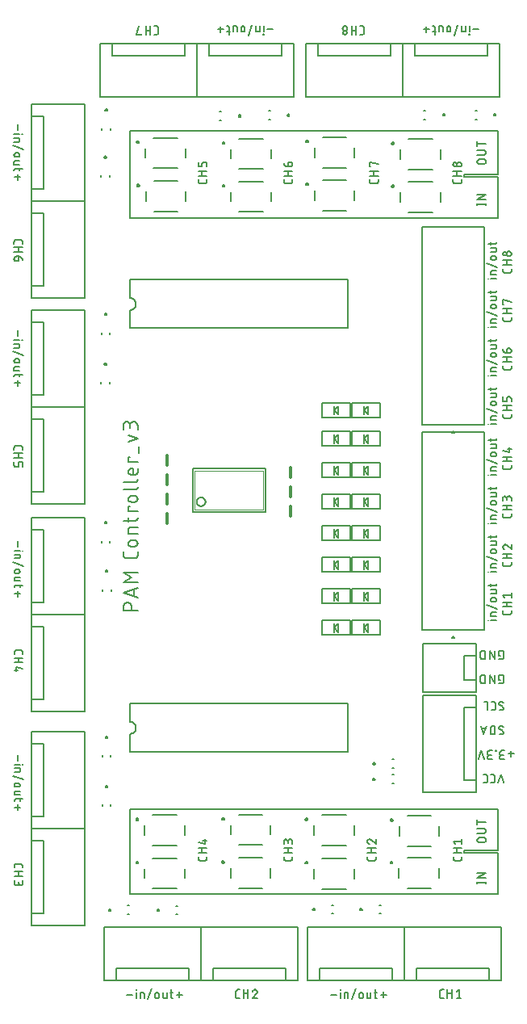
<source format=gbr>
G04 EAGLE Gerber RS-274X export*
G75*
%MOMM*%
%FSLAX34Y34*%
%LPD*%
%INSilkscreen Top*%
%IPPOS*%
%AMOC8*
5,1,8,0,0,1.08239X$1,22.5*%
G01*
%ADD10C,0.127000*%
%ADD11C,0.203200*%
%ADD12C,0.152400*%
%ADD13C,0.200000*%
%ADD14C,0.050800*%
%ADD15C,0.304800*%


D10*
X529065Y231125D02*
X526102Y240015D01*
X523138Y231125D01*
X517486Y240015D02*
X515510Y240015D01*
X517486Y240015D02*
X517572Y240013D01*
X517658Y240007D01*
X517744Y239998D01*
X517829Y239985D01*
X517914Y239968D01*
X517997Y239948D01*
X518080Y239924D01*
X518162Y239896D01*
X518242Y239865D01*
X518321Y239830D01*
X518398Y239792D01*
X518474Y239750D01*
X518548Y239706D01*
X518619Y239658D01*
X518689Y239607D01*
X518756Y239553D01*
X518821Y239496D01*
X518883Y239436D01*
X518943Y239374D01*
X519000Y239309D01*
X519054Y239242D01*
X519105Y239172D01*
X519153Y239101D01*
X519197Y239027D01*
X519239Y238951D01*
X519277Y238874D01*
X519312Y238795D01*
X519343Y238715D01*
X519371Y238633D01*
X519395Y238550D01*
X519415Y238467D01*
X519432Y238382D01*
X519445Y238297D01*
X519454Y238211D01*
X519460Y238125D01*
X519462Y238039D01*
X519461Y238039D02*
X519461Y233101D01*
X519462Y233101D02*
X519460Y233012D01*
X519454Y232924D01*
X519444Y232836D01*
X519430Y232748D01*
X519412Y232661D01*
X519391Y232575D01*
X519365Y232490D01*
X519336Y232407D01*
X519303Y232324D01*
X519266Y232244D01*
X519226Y232165D01*
X519182Y232088D01*
X519135Y232012D01*
X519085Y231940D01*
X519031Y231869D01*
X518974Y231801D01*
X518914Y231735D01*
X518852Y231673D01*
X518786Y231613D01*
X518718Y231556D01*
X518647Y231502D01*
X518575Y231452D01*
X518500Y231405D01*
X518422Y231361D01*
X518343Y231321D01*
X518263Y231284D01*
X518180Y231251D01*
X518097Y231222D01*
X518012Y231196D01*
X517926Y231175D01*
X517839Y231157D01*
X517751Y231143D01*
X517663Y231133D01*
X517575Y231127D01*
X517486Y231125D01*
X515510Y231125D01*
X509866Y240015D02*
X507890Y240015D01*
X509866Y240015D02*
X509952Y240013D01*
X510038Y240007D01*
X510124Y239998D01*
X510209Y239985D01*
X510294Y239968D01*
X510377Y239948D01*
X510460Y239924D01*
X510542Y239896D01*
X510622Y239865D01*
X510701Y239830D01*
X510778Y239792D01*
X510854Y239750D01*
X510928Y239706D01*
X510999Y239658D01*
X511069Y239607D01*
X511136Y239553D01*
X511201Y239496D01*
X511263Y239436D01*
X511323Y239374D01*
X511380Y239309D01*
X511434Y239242D01*
X511485Y239172D01*
X511533Y239101D01*
X511577Y239027D01*
X511619Y238951D01*
X511657Y238874D01*
X511692Y238795D01*
X511723Y238715D01*
X511751Y238633D01*
X511775Y238550D01*
X511795Y238467D01*
X511812Y238382D01*
X511825Y238297D01*
X511834Y238211D01*
X511840Y238125D01*
X511842Y238039D01*
X511841Y238039D02*
X511841Y233101D01*
X511842Y233101D02*
X511840Y233012D01*
X511834Y232924D01*
X511824Y232836D01*
X511810Y232748D01*
X511792Y232661D01*
X511771Y232575D01*
X511745Y232490D01*
X511716Y232407D01*
X511683Y232324D01*
X511646Y232244D01*
X511606Y232165D01*
X511562Y232088D01*
X511515Y232012D01*
X511465Y231940D01*
X511411Y231869D01*
X511354Y231801D01*
X511294Y231735D01*
X511232Y231673D01*
X511166Y231613D01*
X511098Y231556D01*
X511027Y231502D01*
X510955Y231452D01*
X510880Y231405D01*
X510802Y231361D01*
X510723Y231321D01*
X510643Y231284D01*
X510560Y231251D01*
X510477Y231222D01*
X510392Y231196D01*
X510306Y231175D01*
X510219Y231157D01*
X510131Y231143D01*
X510043Y231133D01*
X509955Y231127D01*
X509866Y231125D01*
X507890Y231125D01*
X533938Y261558D02*
X539865Y261558D01*
X536902Y264521D02*
X536902Y258594D01*
X529618Y265015D02*
X527148Y265015D01*
X527050Y265013D01*
X526952Y265007D01*
X526854Y264997D01*
X526757Y264984D01*
X526660Y264966D01*
X526564Y264945D01*
X526470Y264920D01*
X526376Y264891D01*
X526283Y264859D01*
X526192Y264822D01*
X526102Y264783D01*
X526014Y264739D01*
X525928Y264692D01*
X525843Y264642D01*
X525761Y264589D01*
X525681Y264532D01*
X525603Y264472D01*
X525528Y264409D01*
X525455Y264343D01*
X525385Y264274D01*
X525318Y264203D01*
X525253Y264129D01*
X525192Y264052D01*
X525133Y263973D01*
X525078Y263892D01*
X525026Y263809D01*
X524978Y263723D01*
X524933Y263636D01*
X524891Y263547D01*
X524853Y263457D01*
X524819Y263365D01*
X524788Y263272D01*
X524761Y263177D01*
X524738Y263082D01*
X524718Y262985D01*
X524703Y262889D01*
X524691Y262791D01*
X524683Y262693D01*
X524679Y262595D01*
X524679Y262497D01*
X524683Y262399D01*
X524691Y262301D01*
X524703Y262203D01*
X524718Y262107D01*
X524738Y262010D01*
X524761Y261915D01*
X524788Y261820D01*
X524819Y261727D01*
X524853Y261635D01*
X524891Y261545D01*
X524933Y261456D01*
X524978Y261369D01*
X525026Y261283D01*
X525078Y261200D01*
X525133Y261119D01*
X525192Y261040D01*
X525253Y260963D01*
X525318Y260889D01*
X525385Y260818D01*
X525455Y260749D01*
X525528Y260683D01*
X525603Y260620D01*
X525681Y260560D01*
X525761Y260503D01*
X525843Y260450D01*
X525928Y260400D01*
X526014Y260353D01*
X526102Y260309D01*
X526192Y260270D01*
X526283Y260233D01*
X526376Y260201D01*
X526470Y260172D01*
X526564Y260147D01*
X526660Y260126D01*
X526757Y260108D01*
X526854Y260095D01*
X526952Y260085D01*
X527050Y260079D01*
X527148Y260077D01*
X526654Y256125D02*
X529618Y256125D01*
X526654Y256125D02*
X526567Y256127D01*
X526479Y256133D01*
X526392Y256142D01*
X526306Y256156D01*
X526220Y256173D01*
X526136Y256194D01*
X526052Y256219D01*
X525969Y256248D01*
X525888Y256280D01*
X525808Y256315D01*
X525730Y256354D01*
X525653Y256397D01*
X525579Y256443D01*
X525507Y256492D01*
X525437Y256544D01*
X525369Y256600D01*
X525304Y256658D01*
X525241Y256719D01*
X525182Y256783D01*
X525125Y256850D01*
X525071Y256918D01*
X525020Y256990D01*
X524973Y257063D01*
X524928Y257138D01*
X524887Y257216D01*
X524850Y257295D01*
X524816Y257375D01*
X524786Y257457D01*
X524759Y257540D01*
X524736Y257625D01*
X524717Y257710D01*
X524702Y257796D01*
X524690Y257883D01*
X524682Y257970D01*
X524678Y258057D01*
X524678Y258145D01*
X524682Y258232D01*
X524690Y258319D01*
X524702Y258406D01*
X524717Y258492D01*
X524736Y258577D01*
X524759Y258662D01*
X524786Y258745D01*
X524816Y258827D01*
X524850Y258907D01*
X524887Y258986D01*
X524928Y259064D01*
X524973Y259139D01*
X525020Y259212D01*
X525071Y259284D01*
X525125Y259352D01*
X525182Y259419D01*
X525241Y259483D01*
X525304Y259544D01*
X525369Y259602D01*
X525437Y259658D01*
X525507Y259710D01*
X525579Y259759D01*
X525653Y259805D01*
X525730Y259848D01*
X525808Y259887D01*
X525888Y259922D01*
X525969Y259954D01*
X526052Y259983D01*
X526136Y260008D01*
X526220Y260029D01*
X526306Y260046D01*
X526392Y260060D01*
X526479Y260069D01*
X526567Y260075D01*
X526654Y260077D01*
X526654Y260076D02*
X528630Y260076D01*
X520994Y264521D02*
X520994Y265015D01*
X520994Y264521D02*
X520500Y264521D01*
X520500Y265015D01*
X520994Y265015D01*
X516816Y265015D02*
X514347Y265015D01*
X514249Y265013D01*
X514151Y265007D01*
X514053Y264997D01*
X513956Y264984D01*
X513859Y264966D01*
X513763Y264945D01*
X513669Y264920D01*
X513575Y264891D01*
X513482Y264859D01*
X513391Y264822D01*
X513301Y264783D01*
X513213Y264739D01*
X513127Y264692D01*
X513042Y264642D01*
X512960Y264589D01*
X512880Y264532D01*
X512802Y264472D01*
X512727Y264409D01*
X512654Y264343D01*
X512584Y264274D01*
X512517Y264203D01*
X512452Y264129D01*
X512391Y264052D01*
X512332Y263973D01*
X512277Y263892D01*
X512225Y263809D01*
X512177Y263723D01*
X512132Y263636D01*
X512090Y263547D01*
X512052Y263457D01*
X512018Y263365D01*
X511987Y263272D01*
X511960Y263177D01*
X511937Y263082D01*
X511917Y262985D01*
X511902Y262889D01*
X511890Y262791D01*
X511882Y262693D01*
X511878Y262595D01*
X511878Y262497D01*
X511882Y262399D01*
X511890Y262301D01*
X511902Y262203D01*
X511917Y262107D01*
X511937Y262010D01*
X511960Y261915D01*
X511987Y261820D01*
X512018Y261727D01*
X512052Y261635D01*
X512090Y261545D01*
X512132Y261456D01*
X512177Y261369D01*
X512225Y261283D01*
X512277Y261200D01*
X512332Y261119D01*
X512391Y261040D01*
X512452Y260963D01*
X512517Y260889D01*
X512584Y260818D01*
X512654Y260749D01*
X512727Y260683D01*
X512802Y260620D01*
X512880Y260560D01*
X512960Y260503D01*
X513042Y260450D01*
X513127Y260400D01*
X513213Y260353D01*
X513301Y260309D01*
X513391Y260270D01*
X513482Y260233D01*
X513575Y260201D01*
X513669Y260172D01*
X513763Y260147D01*
X513859Y260126D01*
X513956Y260108D01*
X514053Y260095D01*
X514151Y260085D01*
X514249Y260079D01*
X514347Y260077D01*
X513853Y256125D02*
X516816Y256125D01*
X513853Y256125D02*
X513766Y256127D01*
X513678Y256133D01*
X513591Y256142D01*
X513505Y256156D01*
X513419Y256173D01*
X513335Y256194D01*
X513251Y256219D01*
X513168Y256248D01*
X513087Y256280D01*
X513007Y256315D01*
X512929Y256354D01*
X512852Y256397D01*
X512778Y256443D01*
X512706Y256492D01*
X512636Y256544D01*
X512568Y256600D01*
X512503Y256658D01*
X512440Y256719D01*
X512381Y256783D01*
X512324Y256850D01*
X512270Y256918D01*
X512219Y256990D01*
X512172Y257063D01*
X512127Y257138D01*
X512086Y257216D01*
X512049Y257295D01*
X512015Y257375D01*
X511985Y257457D01*
X511958Y257540D01*
X511935Y257625D01*
X511916Y257710D01*
X511901Y257796D01*
X511889Y257883D01*
X511881Y257970D01*
X511877Y258057D01*
X511877Y258145D01*
X511881Y258232D01*
X511889Y258319D01*
X511901Y258406D01*
X511916Y258492D01*
X511935Y258577D01*
X511958Y258662D01*
X511985Y258745D01*
X512015Y258827D01*
X512049Y258907D01*
X512086Y258986D01*
X512127Y259064D01*
X512172Y259139D01*
X512219Y259212D01*
X512270Y259284D01*
X512324Y259352D01*
X512381Y259419D01*
X512440Y259483D01*
X512503Y259544D01*
X512568Y259602D01*
X512636Y259658D01*
X512706Y259710D01*
X512778Y259759D01*
X512852Y259805D01*
X512929Y259848D01*
X513007Y259887D01*
X513087Y259922D01*
X513168Y259954D01*
X513251Y259983D01*
X513335Y260008D01*
X513419Y260029D01*
X513505Y260046D01*
X513591Y260060D01*
X513678Y260069D01*
X513766Y260075D01*
X513853Y260077D01*
X513853Y260076D02*
X515828Y260076D01*
X508166Y256125D02*
X505203Y265015D01*
X502239Y256125D01*
X524126Y288839D02*
X524128Y288925D01*
X524134Y289011D01*
X524143Y289097D01*
X524156Y289182D01*
X524173Y289267D01*
X524193Y289350D01*
X524217Y289433D01*
X524245Y289515D01*
X524276Y289595D01*
X524311Y289674D01*
X524349Y289751D01*
X524391Y289827D01*
X524435Y289901D01*
X524483Y289972D01*
X524534Y290042D01*
X524588Y290109D01*
X524645Y290174D01*
X524705Y290236D01*
X524767Y290296D01*
X524832Y290353D01*
X524899Y290407D01*
X524969Y290458D01*
X525040Y290506D01*
X525114Y290550D01*
X525190Y290592D01*
X525267Y290630D01*
X525346Y290665D01*
X525426Y290696D01*
X525508Y290724D01*
X525591Y290748D01*
X525674Y290768D01*
X525759Y290785D01*
X525844Y290798D01*
X525930Y290807D01*
X526016Y290813D01*
X526102Y290815D01*
X526102Y290816D02*
X526229Y290814D01*
X526355Y290808D01*
X526482Y290799D01*
X526608Y290785D01*
X526733Y290768D01*
X526858Y290747D01*
X526983Y290722D01*
X527106Y290693D01*
X527229Y290661D01*
X527350Y290625D01*
X527471Y290585D01*
X527590Y290542D01*
X527707Y290495D01*
X527824Y290444D01*
X527938Y290390D01*
X528051Y290333D01*
X528162Y290272D01*
X528272Y290208D01*
X528379Y290140D01*
X528484Y290070D01*
X528587Y289996D01*
X528688Y289919D01*
X528786Y289839D01*
X528882Y289756D01*
X528975Y289670D01*
X529066Y289581D01*
X528819Y283901D02*
X528817Y283815D01*
X528811Y283729D01*
X528802Y283643D01*
X528789Y283558D01*
X528772Y283473D01*
X528752Y283390D01*
X528728Y283307D01*
X528700Y283225D01*
X528669Y283145D01*
X528634Y283066D01*
X528596Y282989D01*
X528554Y282913D01*
X528510Y282839D01*
X528462Y282768D01*
X528411Y282698D01*
X528357Y282631D01*
X528300Y282566D01*
X528240Y282504D01*
X528178Y282444D01*
X528113Y282387D01*
X528046Y282333D01*
X527976Y282282D01*
X527905Y282234D01*
X527831Y282190D01*
X527755Y282148D01*
X527678Y282110D01*
X527599Y282075D01*
X527519Y282044D01*
X527437Y282016D01*
X527354Y281992D01*
X527271Y281972D01*
X527186Y281955D01*
X527101Y281942D01*
X527015Y281933D01*
X526929Y281927D01*
X526843Y281925D01*
X526724Y281927D01*
X526605Y281933D01*
X526486Y281942D01*
X526368Y281956D01*
X526250Y281973D01*
X526132Y281994D01*
X526016Y282019D01*
X525900Y282047D01*
X525785Y282079D01*
X525672Y282115D01*
X525559Y282155D01*
X525448Y282198D01*
X525338Y282244D01*
X525230Y282294D01*
X525124Y282348D01*
X525019Y282405D01*
X524917Y282465D01*
X524816Y282529D01*
X524717Y282596D01*
X524621Y282666D01*
X527830Y285629D02*
X527904Y285584D01*
X527976Y285535D01*
X528046Y285483D01*
X528113Y285428D01*
X528178Y285370D01*
X528240Y285310D01*
X528300Y285247D01*
X528356Y285181D01*
X528410Y285113D01*
X528461Y285043D01*
X528509Y284971D01*
X528554Y284896D01*
X528595Y284820D01*
X528633Y284742D01*
X528668Y284662D01*
X528699Y284581D01*
X528727Y284499D01*
X528751Y284416D01*
X528771Y284332D01*
X528788Y284246D01*
X528801Y284161D01*
X528810Y284074D01*
X528816Y283988D01*
X528818Y283901D01*
X525115Y287111D02*
X525041Y287156D01*
X524969Y287205D01*
X524899Y287257D01*
X524832Y287312D01*
X524767Y287370D01*
X524705Y287430D01*
X524646Y287493D01*
X524589Y287559D01*
X524535Y287627D01*
X524484Y287697D01*
X524436Y287769D01*
X524391Y287844D01*
X524350Y287920D01*
X524312Y287998D01*
X524277Y288078D01*
X524246Y288159D01*
X524218Y288241D01*
X524194Y288324D01*
X524174Y288408D01*
X524157Y288494D01*
X524144Y288579D01*
X524135Y288666D01*
X524129Y288752D01*
X524127Y288839D01*
X525114Y287111D02*
X527830Y285629D01*
X519921Y281925D02*
X519921Y290815D01*
X519921Y281925D02*
X517452Y281925D01*
X517355Y281927D01*
X517258Y281933D01*
X517162Y281942D01*
X517066Y281955D01*
X516970Y281972D01*
X516876Y281993D01*
X516782Y282018D01*
X516689Y282046D01*
X516597Y282078D01*
X516507Y282113D01*
X516418Y282152D01*
X516331Y282194D01*
X516246Y282240D01*
X516162Y282289D01*
X516080Y282341D01*
X516001Y282397D01*
X515923Y282455D01*
X515849Y282517D01*
X515776Y282581D01*
X515706Y282648D01*
X515639Y282718D01*
X515575Y282791D01*
X515513Y282865D01*
X515455Y282943D01*
X515399Y283022D01*
X515347Y283104D01*
X515298Y283188D01*
X515252Y283273D01*
X515210Y283360D01*
X515171Y283449D01*
X515136Y283539D01*
X515104Y283631D01*
X515076Y283724D01*
X515051Y283818D01*
X515030Y283912D01*
X515013Y284008D01*
X515000Y284104D01*
X514991Y284200D01*
X514985Y284297D01*
X514983Y284394D01*
X514982Y284394D02*
X514982Y288346D01*
X514983Y288346D02*
X514985Y288443D01*
X514991Y288540D01*
X515000Y288636D01*
X515013Y288732D01*
X515030Y288828D01*
X515051Y288922D01*
X515076Y289016D01*
X515104Y289109D01*
X515136Y289201D01*
X515171Y289291D01*
X515210Y289380D01*
X515252Y289467D01*
X515298Y289552D01*
X515347Y289636D01*
X515399Y289718D01*
X515455Y289797D01*
X515513Y289875D01*
X515575Y289949D01*
X515639Y290022D01*
X515706Y290092D01*
X515776Y290159D01*
X515849Y290223D01*
X515923Y290285D01*
X516001Y290343D01*
X516080Y290399D01*
X516162Y290451D01*
X516246Y290500D01*
X516331Y290546D01*
X516418Y290588D01*
X516507Y290627D01*
X516597Y290662D01*
X516689Y290694D01*
X516782Y290722D01*
X516876Y290747D01*
X516970Y290768D01*
X517066Y290785D01*
X517162Y290798D01*
X517258Y290807D01*
X517355Y290813D01*
X517452Y290815D01*
X519921Y290815D01*
X510966Y290815D02*
X508003Y281925D01*
X505040Y290815D01*
X505780Y288593D02*
X510225Y288593D01*
X524126Y314239D02*
X524128Y314325D01*
X524134Y314411D01*
X524143Y314497D01*
X524156Y314582D01*
X524173Y314667D01*
X524193Y314750D01*
X524217Y314833D01*
X524245Y314915D01*
X524276Y314995D01*
X524311Y315074D01*
X524349Y315151D01*
X524391Y315227D01*
X524435Y315301D01*
X524483Y315372D01*
X524534Y315442D01*
X524588Y315509D01*
X524645Y315574D01*
X524705Y315636D01*
X524767Y315696D01*
X524832Y315753D01*
X524899Y315807D01*
X524969Y315858D01*
X525040Y315906D01*
X525114Y315950D01*
X525190Y315992D01*
X525267Y316030D01*
X525346Y316065D01*
X525426Y316096D01*
X525508Y316124D01*
X525591Y316148D01*
X525674Y316168D01*
X525759Y316185D01*
X525844Y316198D01*
X525930Y316207D01*
X526016Y316213D01*
X526102Y316215D01*
X526102Y316216D02*
X526229Y316214D01*
X526355Y316208D01*
X526482Y316199D01*
X526608Y316185D01*
X526733Y316168D01*
X526858Y316147D01*
X526983Y316122D01*
X527106Y316093D01*
X527229Y316061D01*
X527350Y316025D01*
X527471Y315985D01*
X527590Y315942D01*
X527707Y315895D01*
X527824Y315844D01*
X527938Y315790D01*
X528051Y315733D01*
X528162Y315672D01*
X528272Y315608D01*
X528379Y315540D01*
X528484Y315470D01*
X528587Y315396D01*
X528688Y315319D01*
X528786Y315239D01*
X528882Y315156D01*
X528975Y315070D01*
X529066Y314981D01*
X528819Y309301D02*
X528817Y309215D01*
X528811Y309129D01*
X528802Y309043D01*
X528789Y308958D01*
X528772Y308873D01*
X528752Y308790D01*
X528728Y308707D01*
X528700Y308625D01*
X528669Y308545D01*
X528634Y308466D01*
X528596Y308389D01*
X528554Y308313D01*
X528510Y308239D01*
X528462Y308168D01*
X528411Y308098D01*
X528357Y308031D01*
X528300Y307966D01*
X528240Y307904D01*
X528178Y307844D01*
X528113Y307787D01*
X528046Y307733D01*
X527976Y307682D01*
X527905Y307634D01*
X527831Y307590D01*
X527755Y307548D01*
X527678Y307510D01*
X527599Y307475D01*
X527519Y307444D01*
X527437Y307416D01*
X527354Y307392D01*
X527271Y307372D01*
X527186Y307355D01*
X527101Y307342D01*
X527015Y307333D01*
X526929Y307327D01*
X526843Y307325D01*
X526724Y307327D01*
X526605Y307333D01*
X526486Y307342D01*
X526368Y307356D01*
X526250Y307373D01*
X526132Y307394D01*
X526016Y307419D01*
X525900Y307447D01*
X525785Y307479D01*
X525672Y307515D01*
X525559Y307555D01*
X525448Y307598D01*
X525338Y307644D01*
X525230Y307694D01*
X525124Y307748D01*
X525019Y307805D01*
X524917Y307865D01*
X524816Y307929D01*
X524717Y307996D01*
X524621Y308066D01*
X527830Y311029D02*
X527904Y310984D01*
X527976Y310935D01*
X528046Y310883D01*
X528113Y310828D01*
X528178Y310770D01*
X528240Y310710D01*
X528300Y310647D01*
X528356Y310581D01*
X528410Y310513D01*
X528461Y310443D01*
X528509Y310371D01*
X528554Y310296D01*
X528595Y310220D01*
X528633Y310142D01*
X528668Y310062D01*
X528699Y309981D01*
X528727Y309899D01*
X528751Y309816D01*
X528771Y309732D01*
X528788Y309646D01*
X528801Y309561D01*
X528810Y309474D01*
X528816Y309388D01*
X528818Y309301D01*
X525115Y312511D02*
X525041Y312556D01*
X524969Y312605D01*
X524899Y312657D01*
X524832Y312712D01*
X524767Y312770D01*
X524705Y312830D01*
X524646Y312893D01*
X524589Y312959D01*
X524535Y313027D01*
X524484Y313097D01*
X524436Y313169D01*
X524391Y313244D01*
X524350Y313320D01*
X524312Y313398D01*
X524277Y313478D01*
X524246Y313559D01*
X524218Y313641D01*
X524194Y313724D01*
X524174Y313808D01*
X524157Y313894D01*
X524144Y313979D01*
X524135Y314066D01*
X524129Y314152D01*
X524127Y314239D01*
X525114Y312511D02*
X527830Y311029D01*
X518284Y316215D02*
X516309Y316215D01*
X518284Y316215D02*
X518370Y316213D01*
X518456Y316207D01*
X518542Y316198D01*
X518627Y316185D01*
X518712Y316168D01*
X518795Y316148D01*
X518878Y316124D01*
X518960Y316096D01*
X519040Y316065D01*
X519119Y316030D01*
X519196Y315992D01*
X519272Y315950D01*
X519346Y315906D01*
X519417Y315858D01*
X519487Y315807D01*
X519554Y315753D01*
X519619Y315696D01*
X519681Y315636D01*
X519741Y315574D01*
X519798Y315509D01*
X519852Y315442D01*
X519903Y315372D01*
X519951Y315301D01*
X519995Y315227D01*
X520037Y315151D01*
X520075Y315074D01*
X520110Y314995D01*
X520141Y314915D01*
X520169Y314833D01*
X520193Y314750D01*
X520213Y314667D01*
X520230Y314582D01*
X520243Y314497D01*
X520252Y314411D01*
X520258Y314325D01*
X520260Y314239D01*
X520260Y309301D01*
X520258Y309212D01*
X520252Y309124D01*
X520242Y309036D01*
X520228Y308948D01*
X520210Y308861D01*
X520189Y308775D01*
X520163Y308690D01*
X520134Y308607D01*
X520101Y308524D01*
X520064Y308444D01*
X520024Y308365D01*
X519980Y308288D01*
X519933Y308212D01*
X519883Y308140D01*
X519829Y308069D01*
X519772Y308001D01*
X519712Y307935D01*
X519650Y307873D01*
X519584Y307813D01*
X519516Y307756D01*
X519445Y307702D01*
X519373Y307652D01*
X519298Y307605D01*
X519220Y307561D01*
X519141Y307521D01*
X519061Y307484D01*
X518978Y307451D01*
X518895Y307422D01*
X518810Y307396D01*
X518724Y307375D01*
X518637Y307357D01*
X518549Y307343D01*
X518461Y307333D01*
X518373Y307327D01*
X518284Y307325D01*
X516309Y307325D01*
X512278Y307325D02*
X512278Y316215D01*
X508327Y316215D01*
X524126Y339376D02*
X525608Y339376D01*
X524126Y339376D02*
X524126Y344315D01*
X527089Y344315D01*
X527175Y344313D01*
X527261Y344307D01*
X527347Y344298D01*
X527432Y344285D01*
X527517Y344268D01*
X527600Y344248D01*
X527683Y344224D01*
X527765Y344196D01*
X527845Y344165D01*
X527924Y344130D01*
X528001Y344092D01*
X528077Y344050D01*
X528151Y344006D01*
X528222Y343958D01*
X528292Y343907D01*
X528359Y343853D01*
X528424Y343796D01*
X528486Y343736D01*
X528546Y343674D01*
X528603Y343609D01*
X528657Y343542D01*
X528708Y343472D01*
X528756Y343401D01*
X528800Y343327D01*
X528842Y343251D01*
X528880Y343174D01*
X528915Y343095D01*
X528946Y343015D01*
X528974Y342933D01*
X528998Y342850D01*
X529018Y342767D01*
X529035Y342682D01*
X529048Y342597D01*
X529057Y342511D01*
X529063Y342425D01*
X529065Y342339D01*
X529065Y337401D01*
X529063Y337312D01*
X529057Y337224D01*
X529047Y337136D01*
X529033Y337048D01*
X529015Y336961D01*
X528994Y336875D01*
X528968Y336790D01*
X528939Y336707D01*
X528906Y336624D01*
X528869Y336544D01*
X528829Y336465D01*
X528785Y336388D01*
X528738Y336312D01*
X528688Y336240D01*
X528634Y336169D01*
X528577Y336101D01*
X528517Y336035D01*
X528455Y335973D01*
X528389Y335913D01*
X528321Y335856D01*
X528250Y335802D01*
X528178Y335752D01*
X528103Y335705D01*
X528025Y335661D01*
X527946Y335621D01*
X527866Y335584D01*
X527783Y335551D01*
X527700Y335522D01*
X527615Y335496D01*
X527529Y335475D01*
X527442Y335457D01*
X527354Y335443D01*
X527266Y335433D01*
X527178Y335427D01*
X527089Y335425D01*
X524126Y335425D01*
X519311Y335425D02*
X519311Y344315D01*
X514373Y344315D02*
X519311Y335425D01*
X514373Y335425D02*
X514373Y344315D01*
X509558Y344315D02*
X509558Y335425D01*
X507088Y335425D01*
X506991Y335427D01*
X506894Y335433D01*
X506798Y335442D01*
X506702Y335455D01*
X506606Y335472D01*
X506512Y335493D01*
X506418Y335518D01*
X506325Y335546D01*
X506233Y335578D01*
X506143Y335613D01*
X506054Y335652D01*
X505967Y335694D01*
X505882Y335740D01*
X505798Y335789D01*
X505716Y335841D01*
X505637Y335897D01*
X505559Y335955D01*
X505485Y336017D01*
X505412Y336081D01*
X505342Y336148D01*
X505275Y336218D01*
X505211Y336291D01*
X505149Y336365D01*
X505091Y336443D01*
X505035Y336522D01*
X504983Y336604D01*
X504934Y336688D01*
X504888Y336773D01*
X504846Y336860D01*
X504807Y336949D01*
X504772Y337039D01*
X504740Y337131D01*
X504712Y337224D01*
X504687Y337318D01*
X504666Y337412D01*
X504649Y337508D01*
X504636Y337604D01*
X504627Y337700D01*
X504621Y337797D01*
X504619Y337894D01*
X504619Y341846D01*
X504621Y341943D01*
X504627Y342040D01*
X504636Y342136D01*
X504649Y342232D01*
X504666Y342328D01*
X504687Y342422D01*
X504712Y342516D01*
X504740Y342609D01*
X504772Y342701D01*
X504807Y342791D01*
X504846Y342880D01*
X504888Y342967D01*
X504934Y343052D01*
X504983Y343136D01*
X505035Y343218D01*
X505091Y343297D01*
X505149Y343375D01*
X505211Y343449D01*
X505275Y343522D01*
X505342Y343592D01*
X505412Y343659D01*
X505485Y343723D01*
X505559Y343785D01*
X505637Y343843D01*
X505716Y343899D01*
X505798Y343951D01*
X505882Y344000D01*
X505967Y344046D01*
X506054Y344088D01*
X506143Y344127D01*
X506233Y344162D01*
X506325Y344194D01*
X506418Y344222D01*
X506512Y344247D01*
X506606Y344268D01*
X506702Y344285D01*
X506798Y344298D01*
X506894Y344307D01*
X506991Y344313D01*
X507088Y344315D01*
X509558Y344315D01*
X524126Y364776D02*
X525608Y364776D01*
X524126Y364776D02*
X524126Y369715D01*
X527089Y369715D01*
X527175Y369713D01*
X527261Y369707D01*
X527347Y369698D01*
X527432Y369685D01*
X527517Y369668D01*
X527600Y369648D01*
X527683Y369624D01*
X527765Y369596D01*
X527845Y369565D01*
X527924Y369530D01*
X528001Y369492D01*
X528077Y369450D01*
X528151Y369406D01*
X528222Y369358D01*
X528292Y369307D01*
X528359Y369253D01*
X528424Y369196D01*
X528486Y369136D01*
X528546Y369074D01*
X528603Y369009D01*
X528657Y368942D01*
X528708Y368872D01*
X528756Y368801D01*
X528800Y368727D01*
X528842Y368651D01*
X528880Y368574D01*
X528915Y368495D01*
X528946Y368415D01*
X528974Y368333D01*
X528998Y368250D01*
X529018Y368167D01*
X529035Y368082D01*
X529048Y367997D01*
X529057Y367911D01*
X529063Y367825D01*
X529065Y367739D01*
X529065Y362801D01*
X529063Y362712D01*
X529057Y362624D01*
X529047Y362536D01*
X529033Y362448D01*
X529015Y362361D01*
X528994Y362275D01*
X528968Y362190D01*
X528939Y362107D01*
X528906Y362024D01*
X528869Y361944D01*
X528829Y361865D01*
X528785Y361788D01*
X528738Y361712D01*
X528688Y361640D01*
X528634Y361569D01*
X528577Y361501D01*
X528517Y361435D01*
X528455Y361373D01*
X528389Y361313D01*
X528321Y361256D01*
X528250Y361202D01*
X528178Y361152D01*
X528103Y361105D01*
X528025Y361061D01*
X527946Y361021D01*
X527866Y360984D01*
X527783Y360951D01*
X527700Y360922D01*
X527615Y360896D01*
X527529Y360875D01*
X527442Y360857D01*
X527354Y360843D01*
X527266Y360833D01*
X527178Y360827D01*
X527089Y360825D01*
X524126Y360825D01*
X519311Y360825D02*
X519311Y369715D01*
X514373Y369715D02*
X519311Y360825D01*
X514373Y360825D02*
X514373Y369715D01*
X509558Y369715D02*
X509558Y360825D01*
X507088Y360825D01*
X506991Y360827D01*
X506894Y360833D01*
X506798Y360842D01*
X506702Y360855D01*
X506606Y360872D01*
X506512Y360893D01*
X506418Y360918D01*
X506325Y360946D01*
X506233Y360978D01*
X506143Y361013D01*
X506054Y361052D01*
X505967Y361094D01*
X505882Y361140D01*
X505798Y361189D01*
X505716Y361241D01*
X505637Y361297D01*
X505559Y361355D01*
X505485Y361417D01*
X505412Y361481D01*
X505342Y361548D01*
X505275Y361618D01*
X505211Y361691D01*
X505149Y361765D01*
X505091Y361843D01*
X505035Y361922D01*
X504983Y362004D01*
X504934Y362088D01*
X504888Y362173D01*
X504846Y362260D01*
X504807Y362349D01*
X504772Y362439D01*
X504740Y362531D01*
X504712Y362624D01*
X504687Y362718D01*
X504666Y362812D01*
X504649Y362908D01*
X504636Y363004D01*
X504627Y363100D01*
X504621Y363197D01*
X504619Y363294D01*
X504619Y367246D01*
X504621Y367343D01*
X504627Y367440D01*
X504636Y367536D01*
X504649Y367632D01*
X504666Y367728D01*
X504687Y367822D01*
X504712Y367916D01*
X504740Y368009D01*
X504772Y368101D01*
X504807Y368191D01*
X504846Y368280D01*
X504888Y368367D01*
X504934Y368452D01*
X504983Y368536D01*
X505035Y368618D01*
X505091Y368697D01*
X505149Y368775D01*
X505211Y368849D01*
X505275Y368922D01*
X505342Y368992D01*
X505412Y369059D01*
X505485Y369123D01*
X505559Y369185D01*
X505637Y369243D01*
X505716Y369299D01*
X505798Y369351D01*
X505882Y369400D01*
X505967Y369446D01*
X506054Y369488D01*
X506143Y369527D01*
X506233Y369562D01*
X506325Y369594D01*
X506418Y369622D01*
X506512Y369647D01*
X506606Y369668D01*
X506702Y369685D01*
X506798Y369698D01*
X506894Y369707D01*
X506991Y369713D01*
X507088Y369715D01*
X509558Y369715D01*
X537065Y409711D02*
X537065Y411686D01*
X537065Y409711D02*
X537063Y409622D01*
X537057Y409534D01*
X537047Y409446D01*
X537033Y409358D01*
X537015Y409271D01*
X536994Y409185D01*
X536968Y409100D01*
X536939Y409017D01*
X536906Y408934D01*
X536869Y408854D01*
X536829Y408775D01*
X536785Y408698D01*
X536738Y408622D01*
X536688Y408550D01*
X536634Y408479D01*
X536577Y408411D01*
X536517Y408345D01*
X536455Y408283D01*
X536389Y408223D01*
X536321Y408166D01*
X536250Y408112D01*
X536178Y408062D01*
X536103Y408015D01*
X536025Y407971D01*
X535946Y407931D01*
X535866Y407894D01*
X535783Y407861D01*
X535700Y407832D01*
X535615Y407806D01*
X535529Y407785D01*
X535442Y407767D01*
X535354Y407753D01*
X535266Y407743D01*
X535178Y407737D01*
X535089Y407735D01*
X530151Y407735D01*
X530062Y407737D01*
X529974Y407743D01*
X529886Y407753D01*
X529798Y407767D01*
X529711Y407785D01*
X529625Y407806D01*
X529540Y407832D01*
X529457Y407861D01*
X529374Y407894D01*
X529294Y407931D01*
X529215Y407971D01*
X529138Y408015D01*
X529062Y408062D01*
X528990Y408112D01*
X528919Y408166D01*
X528851Y408223D01*
X528785Y408283D01*
X528723Y408345D01*
X528663Y408411D01*
X528606Y408479D01*
X528552Y408550D01*
X528502Y408622D01*
X528455Y408697D01*
X528411Y408775D01*
X528371Y408854D01*
X528334Y408934D01*
X528301Y409017D01*
X528272Y409100D01*
X528246Y409185D01*
X528225Y409271D01*
X528207Y409358D01*
X528193Y409446D01*
X528183Y409534D01*
X528177Y409622D01*
X528175Y409711D01*
X528175Y411686D01*
X528175Y415694D02*
X537065Y415694D01*
X532126Y415694D02*
X532126Y420633D01*
X528175Y420633D02*
X537065Y420633D01*
X530151Y425143D02*
X528175Y427612D01*
X537065Y427612D01*
X537065Y425143D02*
X537065Y430081D01*
X537065Y460511D02*
X537065Y462486D01*
X537065Y460511D02*
X537063Y460422D01*
X537057Y460334D01*
X537047Y460246D01*
X537033Y460158D01*
X537015Y460071D01*
X536994Y459985D01*
X536968Y459900D01*
X536939Y459817D01*
X536906Y459734D01*
X536869Y459654D01*
X536829Y459575D01*
X536785Y459498D01*
X536738Y459422D01*
X536688Y459350D01*
X536634Y459279D01*
X536577Y459211D01*
X536517Y459145D01*
X536455Y459083D01*
X536389Y459023D01*
X536321Y458966D01*
X536250Y458912D01*
X536178Y458862D01*
X536103Y458815D01*
X536025Y458771D01*
X535946Y458731D01*
X535866Y458694D01*
X535783Y458661D01*
X535700Y458632D01*
X535615Y458606D01*
X535529Y458585D01*
X535442Y458567D01*
X535354Y458553D01*
X535266Y458543D01*
X535178Y458537D01*
X535089Y458535D01*
X530151Y458535D01*
X530062Y458537D01*
X529974Y458543D01*
X529886Y458553D01*
X529798Y458567D01*
X529711Y458585D01*
X529625Y458606D01*
X529540Y458632D01*
X529457Y458661D01*
X529374Y458694D01*
X529294Y458731D01*
X529215Y458771D01*
X529138Y458815D01*
X529062Y458862D01*
X528990Y458912D01*
X528919Y458966D01*
X528851Y459023D01*
X528785Y459083D01*
X528723Y459145D01*
X528663Y459211D01*
X528606Y459279D01*
X528552Y459350D01*
X528502Y459422D01*
X528455Y459497D01*
X528411Y459575D01*
X528371Y459654D01*
X528334Y459734D01*
X528301Y459817D01*
X528272Y459900D01*
X528246Y459985D01*
X528225Y460071D01*
X528207Y460158D01*
X528193Y460246D01*
X528183Y460334D01*
X528177Y460422D01*
X528175Y460511D01*
X528175Y462486D01*
X528175Y466494D02*
X537065Y466494D01*
X532126Y466494D02*
X532126Y471433D01*
X528175Y471433D02*
X537065Y471433D01*
X528175Y478659D02*
X528177Y478751D01*
X528183Y478843D01*
X528192Y478934D01*
X528205Y479025D01*
X528222Y479115D01*
X528243Y479205D01*
X528267Y479293D01*
X528295Y479381D01*
X528327Y479467D01*
X528362Y479552D01*
X528401Y479635D01*
X528443Y479717D01*
X528488Y479797D01*
X528537Y479875D01*
X528589Y479951D01*
X528644Y480024D01*
X528702Y480096D01*
X528762Y480165D01*
X528826Y480231D01*
X528892Y480295D01*
X528961Y480355D01*
X529033Y480413D01*
X529106Y480468D01*
X529182Y480520D01*
X529260Y480569D01*
X529340Y480614D01*
X529422Y480656D01*
X529505Y480695D01*
X529590Y480730D01*
X529676Y480762D01*
X529764Y480790D01*
X529852Y480814D01*
X529942Y480835D01*
X530032Y480852D01*
X530123Y480865D01*
X530214Y480874D01*
X530306Y480880D01*
X530398Y480882D01*
X528175Y478659D02*
X528177Y478553D01*
X528183Y478448D01*
X528193Y478343D01*
X528206Y478238D01*
X528224Y478134D01*
X528245Y478031D01*
X528270Y477928D01*
X528299Y477826D01*
X528332Y477726D01*
X528368Y477627D01*
X528408Y477529D01*
X528452Y477433D01*
X528499Y477338D01*
X528549Y477246D01*
X528603Y477155D01*
X528661Y477066D01*
X528721Y476980D01*
X528785Y476896D01*
X528851Y476814D01*
X528921Y476734D01*
X528994Y476658D01*
X529069Y476584D01*
X529147Y476513D01*
X529228Y476445D01*
X529311Y476379D01*
X529397Y476317D01*
X529484Y476259D01*
X529574Y476203D01*
X529666Y476151D01*
X529760Y476102D01*
X529855Y476057D01*
X529952Y476015D01*
X530051Y475977D01*
X530150Y475943D01*
X532127Y480140D02*
X532058Y480209D01*
X531988Y480275D01*
X531914Y480338D01*
X531838Y480397D01*
X531760Y480454D01*
X531680Y480508D01*
X531597Y480558D01*
X531513Y480605D01*
X531426Y480648D01*
X531338Y480688D01*
X531249Y480724D01*
X531158Y480757D01*
X531066Y480786D01*
X530972Y480811D01*
X530878Y480832D01*
X530783Y480850D01*
X530687Y480863D01*
X530591Y480873D01*
X530495Y480879D01*
X530398Y480881D01*
X532126Y480141D02*
X537065Y475943D01*
X537065Y480881D01*
X537065Y511311D02*
X537065Y513286D01*
X537065Y511311D02*
X537063Y511222D01*
X537057Y511134D01*
X537047Y511046D01*
X537033Y510958D01*
X537015Y510871D01*
X536994Y510785D01*
X536968Y510700D01*
X536939Y510617D01*
X536906Y510534D01*
X536869Y510454D01*
X536829Y510375D01*
X536785Y510298D01*
X536738Y510222D01*
X536688Y510150D01*
X536634Y510079D01*
X536577Y510011D01*
X536517Y509945D01*
X536455Y509883D01*
X536389Y509823D01*
X536321Y509766D01*
X536250Y509712D01*
X536178Y509662D01*
X536103Y509615D01*
X536025Y509571D01*
X535946Y509531D01*
X535866Y509494D01*
X535783Y509461D01*
X535700Y509432D01*
X535615Y509406D01*
X535529Y509385D01*
X535442Y509367D01*
X535354Y509353D01*
X535266Y509343D01*
X535178Y509337D01*
X535089Y509335D01*
X530151Y509335D01*
X530062Y509337D01*
X529974Y509343D01*
X529886Y509353D01*
X529798Y509367D01*
X529711Y509385D01*
X529625Y509406D01*
X529540Y509432D01*
X529457Y509461D01*
X529374Y509494D01*
X529294Y509531D01*
X529215Y509571D01*
X529138Y509615D01*
X529062Y509662D01*
X528990Y509712D01*
X528919Y509766D01*
X528851Y509823D01*
X528785Y509883D01*
X528723Y509945D01*
X528663Y510011D01*
X528606Y510079D01*
X528552Y510150D01*
X528502Y510222D01*
X528455Y510297D01*
X528411Y510375D01*
X528371Y510454D01*
X528334Y510534D01*
X528301Y510617D01*
X528272Y510700D01*
X528246Y510785D01*
X528225Y510871D01*
X528207Y510958D01*
X528193Y511046D01*
X528183Y511134D01*
X528177Y511222D01*
X528175Y511311D01*
X528175Y513286D01*
X528175Y517294D02*
X537065Y517294D01*
X532126Y517294D02*
X532126Y522233D01*
X528175Y522233D02*
X537065Y522233D01*
X537065Y526743D02*
X537065Y529212D01*
X537063Y529310D01*
X537057Y529408D01*
X537047Y529506D01*
X537034Y529603D01*
X537016Y529700D01*
X536995Y529796D01*
X536970Y529890D01*
X536941Y529984D01*
X536909Y530077D01*
X536872Y530168D01*
X536833Y530258D01*
X536789Y530346D01*
X536742Y530432D01*
X536692Y530517D01*
X536639Y530599D01*
X536582Y530679D01*
X536522Y530757D01*
X536459Y530832D01*
X536393Y530905D01*
X536324Y530975D01*
X536253Y531042D01*
X536179Y531107D01*
X536102Y531168D01*
X536023Y531227D01*
X535942Y531282D01*
X535859Y531334D01*
X535773Y531382D01*
X535686Y531427D01*
X535597Y531469D01*
X535507Y531507D01*
X535415Y531541D01*
X535322Y531572D01*
X535227Y531599D01*
X535132Y531622D01*
X535035Y531642D01*
X534939Y531657D01*
X534841Y531669D01*
X534743Y531677D01*
X534645Y531681D01*
X534547Y531681D01*
X534449Y531677D01*
X534351Y531669D01*
X534253Y531657D01*
X534157Y531642D01*
X534060Y531622D01*
X533965Y531599D01*
X533870Y531572D01*
X533777Y531541D01*
X533685Y531507D01*
X533595Y531469D01*
X533506Y531427D01*
X533419Y531382D01*
X533333Y531334D01*
X533250Y531282D01*
X533169Y531227D01*
X533090Y531168D01*
X533013Y531107D01*
X532939Y531042D01*
X532868Y530975D01*
X532799Y530905D01*
X532733Y530832D01*
X532670Y530757D01*
X532610Y530679D01*
X532553Y530599D01*
X532500Y530517D01*
X532450Y530432D01*
X532403Y530346D01*
X532359Y530258D01*
X532320Y530168D01*
X532283Y530077D01*
X532251Y529984D01*
X532222Y529890D01*
X532197Y529796D01*
X532176Y529700D01*
X532158Y529603D01*
X532145Y529506D01*
X532135Y529408D01*
X532129Y529310D01*
X532127Y529212D01*
X528175Y529706D02*
X528175Y526743D01*
X528175Y529706D02*
X528177Y529793D01*
X528183Y529881D01*
X528192Y529968D01*
X528206Y530054D01*
X528223Y530140D01*
X528244Y530224D01*
X528269Y530308D01*
X528298Y530391D01*
X528330Y530472D01*
X528365Y530552D01*
X528404Y530630D01*
X528447Y530707D01*
X528493Y530781D01*
X528542Y530853D01*
X528594Y530923D01*
X528650Y530991D01*
X528708Y531056D01*
X528769Y531119D01*
X528833Y531178D01*
X528900Y531235D01*
X528968Y531289D01*
X529040Y531340D01*
X529113Y531387D01*
X529188Y531432D01*
X529266Y531473D01*
X529345Y531510D01*
X529425Y531544D01*
X529507Y531574D01*
X529590Y531601D01*
X529675Y531624D01*
X529760Y531643D01*
X529846Y531658D01*
X529933Y531670D01*
X530020Y531678D01*
X530107Y531682D01*
X530195Y531682D01*
X530282Y531678D01*
X530369Y531670D01*
X530456Y531658D01*
X530542Y531643D01*
X530627Y531624D01*
X530712Y531601D01*
X530795Y531574D01*
X530877Y531544D01*
X530957Y531510D01*
X531036Y531473D01*
X531114Y531432D01*
X531189Y531387D01*
X531262Y531340D01*
X531334Y531289D01*
X531402Y531235D01*
X531469Y531178D01*
X531533Y531119D01*
X531594Y531056D01*
X531652Y530991D01*
X531708Y530923D01*
X531760Y530853D01*
X531809Y530781D01*
X531855Y530707D01*
X531898Y530630D01*
X531937Y530552D01*
X531972Y530472D01*
X532004Y530391D01*
X532033Y530308D01*
X532058Y530224D01*
X532079Y530140D01*
X532096Y530054D01*
X532110Y529968D01*
X532119Y529881D01*
X532125Y529793D01*
X532127Y529706D01*
X532126Y529706D02*
X532126Y527730D01*
X537065Y562111D02*
X537065Y564086D01*
X537065Y562111D02*
X537063Y562022D01*
X537057Y561934D01*
X537047Y561846D01*
X537033Y561758D01*
X537015Y561671D01*
X536994Y561585D01*
X536968Y561500D01*
X536939Y561417D01*
X536906Y561334D01*
X536869Y561254D01*
X536829Y561175D01*
X536785Y561098D01*
X536738Y561022D01*
X536688Y560950D01*
X536634Y560879D01*
X536577Y560811D01*
X536517Y560745D01*
X536455Y560683D01*
X536389Y560623D01*
X536321Y560566D01*
X536250Y560512D01*
X536178Y560462D01*
X536103Y560415D01*
X536025Y560371D01*
X535946Y560331D01*
X535866Y560294D01*
X535783Y560261D01*
X535700Y560232D01*
X535615Y560206D01*
X535529Y560185D01*
X535442Y560167D01*
X535354Y560153D01*
X535266Y560143D01*
X535178Y560137D01*
X535089Y560135D01*
X530151Y560135D01*
X530062Y560137D01*
X529974Y560143D01*
X529886Y560153D01*
X529798Y560167D01*
X529711Y560185D01*
X529625Y560206D01*
X529540Y560232D01*
X529457Y560261D01*
X529374Y560294D01*
X529294Y560331D01*
X529215Y560371D01*
X529138Y560415D01*
X529062Y560462D01*
X528990Y560512D01*
X528919Y560566D01*
X528851Y560623D01*
X528785Y560683D01*
X528723Y560745D01*
X528663Y560811D01*
X528606Y560879D01*
X528552Y560950D01*
X528502Y561022D01*
X528455Y561097D01*
X528411Y561175D01*
X528371Y561254D01*
X528334Y561334D01*
X528301Y561417D01*
X528272Y561500D01*
X528246Y561585D01*
X528225Y561671D01*
X528207Y561758D01*
X528193Y561846D01*
X528183Y561934D01*
X528177Y562022D01*
X528175Y562111D01*
X528175Y564086D01*
X528175Y568094D02*
X537065Y568094D01*
X532126Y568094D02*
X532126Y573033D01*
X528175Y573033D02*
X537065Y573033D01*
X535089Y577543D02*
X528175Y579518D01*
X535089Y577543D02*
X535089Y582481D01*
X533114Y581000D02*
X537065Y581000D01*
X537065Y615611D02*
X537065Y617586D01*
X537065Y615611D02*
X537063Y615522D01*
X537057Y615434D01*
X537047Y615346D01*
X537033Y615258D01*
X537015Y615171D01*
X536994Y615085D01*
X536968Y615000D01*
X536939Y614917D01*
X536906Y614834D01*
X536869Y614754D01*
X536829Y614675D01*
X536785Y614598D01*
X536738Y614522D01*
X536688Y614450D01*
X536634Y614379D01*
X536577Y614311D01*
X536517Y614245D01*
X536455Y614183D01*
X536389Y614123D01*
X536321Y614066D01*
X536250Y614012D01*
X536178Y613962D01*
X536103Y613915D01*
X536025Y613871D01*
X535946Y613831D01*
X535866Y613794D01*
X535783Y613761D01*
X535700Y613732D01*
X535615Y613706D01*
X535529Y613685D01*
X535442Y613667D01*
X535354Y613653D01*
X535266Y613643D01*
X535178Y613637D01*
X535089Y613635D01*
X530151Y613635D01*
X530062Y613637D01*
X529974Y613643D01*
X529886Y613653D01*
X529798Y613667D01*
X529711Y613685D01*
X529625Y613706D01*
X529540Y613732D01*
X529457Y613761D01*
X529374Y613794D01*
X529294Y613831D01*
X529215Y613871D01*
X529138Y613915D01*
X529062Y613962D01*
X528990Y614012D01*
X528919Y614066D01*
X528851Y614123D01*
X528785Y614183D01*
X528723Y614245D01*
X528663Y614311D01*
X528606Y614379D01*
X528552Y614450D01*
X528502Y614522D01*
X528455Y614597D01*
X528411Y614675D01*
X528371Y614754D01*
X528334Y614834D01*
X528301Y614917D01*
X528272Y615000D01*
X528246Y615085D01*
X528225Y615171D01*
X528207Y615258D01*
X528193Y615346D01*
X528183Y615434D01*
X528177Y615522D01*
X528175Y615611D01*
X528175Y617586D01*
X528175Y621594D02*
X537065Y621594D01*
X532126Y621594D02*
X532126Y626533D01*
X528175Y626533D02*
X537065Y626533D01*
X537065Y631043D02*
X537065Y634006D01*
X537063Y634095D01*
X537057Y634183D01*
X537047Y634271D01*
X537033Y634359D01*
X537015Y634446D01*
X536994Y634532D01*
X536968Y634617D01*
X536939Y634700D01*
X536906Y634783D01*
X536869Y634863D01*
X536829Y634942D01*
X536785Y635019D01*
X536738Y635095D01*
X536688Y635167D01*
X536634Y635238D01*
X536577Y635306D01*
X536517Y635372D01*
X536455Y635434D01*
X536389Y635494D01*
X536321Y635551D01*
X536250Y635605D01*
X536178Y635655D01*
X536103Y635702D01*
X536025Y635746D01*
X535946Y635786D01*
X535866Y635823D01*
X535783Y635856D01*
X535700Y635885D01*
X535615Y635911D01*
X535529Y635932D01*
X535442Y635950D01*
X535354Y635964D01*
X535266Y635974D01*
X535178Y635980D01*
X535089Y635982D01*
X535089Y635981D02*
X534102Y635981D01*
X534102Y635982D02*
X534016Y635980D01*
X533930Y635974D01*
X533844Y635965D01*
X533759Y635952D01*
X533674Y635935D01*
X533591Y635915D01*
X533508Y635891D01*
X533426Y635863D01*
X533346Y635832D01*
X533267Y635797D01*
X533190Y635759D01*
X533114Y635717D01*
X533040Y635673D01*
X532969Y635625D01*
X532899Y635574D01*
X532832Y635520D01*
X532767Y635463D01*
X532705Y635403D01*
X532645Y635341D01*
X532588Y635276D01*
X532534Y635209D01*
X532483Y635139D01*
X532435Y635068D01*
X532391Y634994D01*
X532349Y634918D01*
X532311Y634841D01*
X532276Y634762D01*
X532245Y634682D01*
X532217Y634600D01*
X532193Y634517D01*
X532173Y634434D01*
X532156Y634349D01*
X532143Y634264D01*
X532134Y634178D01*
X532128Y634092D01*
X532126Y634006D01*
X532126Y631043D01*
X528175Y631043D01*
X528175Y635981D01*
X537065Y666411D02*
X537065Y668386D01*
X537065Y666411D02*
X537063Y666322D01*
X537057Y666234D01*
X537047Y666146D01*
X537033Y666058D01*
X537015Y665971D01*
X536994Y665885D01*
X536968Y665800D01*
X536939Y665717D01*
X536906Y665634D01*
X536869Y665554D01*
X536829Y665475D01*
X536785Y665398D01*
X536738Y665322D01*
X536688Y665250D01*
X536634Y665179D01*
X536577Y665111D01*
X536517Y665045D01*
X536455Y664983D01*
X536389Y664923D01*
X536321Y664866D01*
X536250Y664812D01*
X536178Y664762D01*
X536103Y664715D01*
X536025Y664671D01*
X535946Y664631D01*
X535866Y664594D01*
X535783Y664561D01*
X535700Y664532D01*
X535615Y664506D01*
X535529Y664485D01*
X535442Y664467D01*
X535354Y664453D01*
X535266Y664443D01*
X535178Y664437D01*
X535089Y664435D01*
X530151Y664435D01*
X530062Y664437D01*
X529974Y664443D01*
X529886Y664453D01*
X529798Y664467D01*
X529711Y664485D01*
X529625Y664506D01*
X529540Y664532D01*
X529457Y664561D01*
X529374Y664594D01*
X529294Y664631D01*
X529215Y664671D01*
X529138Y664715D01*
X529062Y664762D01*
X528990Y664812D01*
X528919Y664866D01*
X528851Y664923D01*
X528785Y664983D01*
X528723Y665045D01*
X528663Y665111D01*
X528606Y665179D01*
X528552Y665250D01*
X528502Y665322D01*
X528455Y665397D01*
X528411Y665475D01*
X528371Y665554D01*
X528334Y665634D01*
X528301Y665717D01*
X528272Y665800D01*
X528246Y665885D01*
X528225Y665971D01*
X528207Y666058D01*
X528193Y666146D01*
X528183Y666234D01*
X528177Y666322D01*
X528175Y666411D01*
X528175Y668386D01*
X528175Y672394D02*
X537065Y672394D01*
X532126Y672394D02*
X532126Y677333D01*
X528175Y677333D02*
X537065Y677333D01*
X532126Y681843D02*
X532126Y684806D01*
X532128Y684892D01*
X532134Y684978D01*
X532143Y685064D01*
X532156Y685149D01*
X532173Y685234D01*
X532193Y685317D01*
X532217Y685400D01*
X532245Y685482D01*
X532276Y685562D01*
X532311Y685641D01*
X532349Y685718D01*
X532391Y685794D01*
X532435Y685868D01*
X532483Y685939D01*
X532534Y686009D01*
X532588Y686076D01*
X532645Y686141D01*
X532705Y686203D01*
X532767Y686263D01*
X532832Y686320D01*
X532899Y686374D01*
X532969Y686425D01*
X533040Y686473D01*
X533114Y686517D01*
X533190Y686559D01*
X533267Y686597D01*
X533346Y686632D01*
X533426Y686663D01*
X533508Y686691D01*
X533591Y686715D01*
X533674Y686735D01*
X533759Y686752D01*
X533844Y686765D01*
X533930Y686774D01*
X534016Y686780D01*
X534102Y686782D01*
X534102Y686781D02*
X534596Y686781D01*
X534694Y686779D01*
X534792Y686773D01*
X534890Y686763D01*
X534987Y686750D01*
X535084Y686732D01*
X535180Y686711D01*
X535274Y686686D01*
X535368Y686657D01*
X535461Y686625D01*
X535552Y686588D01*
X535642Y686549D01*
X535730Y686505D01*
X535816Y686458D01*
X535901Y686408D01*
X535983Y686355D01*
X536063Y686298D01*
X536141Y686238D01*
X536216Y686175D01*
X536289Y686109D01*
X536359Y686040D01*
X536426Y685969D01*
X536491Y685895D01*
X536552Y685818D01*
X536611Y685739D01*
X536666Y685658D01*
X536718Y685575D01*
X536766Y685489D01*
X536811Y685402D01*
X536853Y685313D01*
X536891Y685223D01*
X536925Y685131D01*
X536956Y685038D01*
X536983Y684943D01*
X537006Y684848D01*
X537026Y684751D01*
X537041Y684655D01*
X537053Y684557D01*
X537061Y684459D01*
X537065Y684361D01*
X537065Y684263D01*
X537061Y684165D01*
X537053Y684067D01*
X537041Y683969D01*
X537026Y683873D01*
X537006Y683776D01*
X536983Y683681D01*
X536956Y683586D01*
X536925Y683493D01*
X536891Y683401D01*
X536853Y683311D01*
X536811Y683222D01*
X536766Y683135D01*
X536718Y683049D01*
X536666Y682966D01*
X536611Y682885D01*
X536552Y682806D01*
X536491Y682729D01*
X536426Y682655D01*
X536359Y682584D01*
X536289Y682515D01*
X536216Y682449D01*
X536141Y682386D01*
X536063Y682326D01*
X535983Y682269D01*
X535901Y682216D01*
X535816Y682166D01*
X535730Y682119D01*
X535642Y682075D01*
X535552Y682036D01*
X535461Y681999D01*
X535368Y681967D01*
X535274Y681938D01*
X535180Y681913D01*
X535084Y681892D01*
X534987Y681874D01*
X534890Y681861D01*
X534792Y681851D01*
X534694Y681845D01*
X534596Y681843D01*
X532126Y681843D01*
X532002Y681845D01*
X531878Y681851D01*
X531754Y681861D01*
X531631Y681874D01*
X531508Y681892D01*
X531386Y681913D01*
X531264Y681938D01*
X531143Y681967D01*
X531024Y682000D01*
X530905Y682036D01*
X530788Y682077D01*
X530672Y682120D01*
X530557Y682168D01*
X530444Y682219D01*
X530332Y682274D01*
X530223Y682332D01*
X530115Y682393D01*
X530009Y682458D01*
X529905Y682526D01*
X529804Y682598D01*
X529704Y682672D01*
X529608Y682750D01*
X529513Y682830D01*
X529421Y682914D01*
X529332Y683000D01*
X529246Y683089D01*
X529162Y683181D01*
X529082Y683276D01*
X529004Y683372D01*
X528930Y683472D01*
X528858Y683573D01*
X528790Y683677D01*
X528725Y683783D01*
X528664Y683891D01*
X528606Y684000D01*
X528551Y684112D01*
X528500Y684225D01*
X528452Y684340D01*
X528409Y684456D01*
X528368Y684573D01*
X528332Y684692D01*
X528299Y684811D01*
X528270Y684932D01*
X528245Y685054D01*
X528224Y685176D01*
X528206Y685299D01*
X528193Y685422D01*
X528183Y685546D01*
X528177Y685670D01*
X528175Y685794D01*
X537065Y717211D02*
X537065Y719186D01*
X537065Y717211D02*
X537063Y717122D01*
X537057Y717034D01*
X537047Y716946D01*
X537033Y716858D01*
X537015Y716771D01*
X536994Y716685D01*
X536968Y716600D01*
X536939Y716517D01*
X536906Y716434D01*
X536869Y716354D01*
X536829Y716275D01*
X536785Y716198D01*
X536738Y716122D01*
X536688Y716050D01*
X536634Y715979D01*
X536577Y715911D01*
X536517Y715845D01*
X536455Y715783D01*
X536389Y715723D01*
X536321Y715666D01*
X536250Y715612D01*
X536178Y715562D01*
X536103Y715515D01*
X536025Y715471D01*
X535946Y715431D01*
X535866Y715394D01*
X535783Y715361D01*
X535700Y715332D01*
X535615Y715306D01*
X535529Y715285D01*
X535442Y715267D01*
X535354Y715253D01*
X535266Y715243D01*
X535178Y715237D01*
X535089Y715235D01*
X530151Y715235D01*
X530062Y715237D01*
X529974Y715243D01*
X529886Y715253D01*
X529798Y715267D01*
X529711Y715285D01*
X529625Y715306D01*
X529540Y715332D01*
X529457Y715361D01*
X529374Y715394D01*
X529294Y715431D01*
X529215Y715471D01*
X529138Y715515D01*
X529062Y715562D01*
X528990Y715612D01*
X528919Y715666D01*
X528851Y715723D01*
X528785Y715783D01*
X528723Y715845D01*
X528663Y715911D01*
X528606Y715979D01*
X528552Y716050D01*
X528502Y716122D01*
X528455Y716197D01*
X528411Y716275D01*
X528371Y716354D01*
X528334Y716434D01*
X528301Y716517D01*
X528272Y716600D01*
X528246Y716685D01*
X528225Y716771D01*
X528207Y716858D01*
X528193Y716946D01*
X528183Y717034D01*
X528177Y717122D01*
X528175Y717211D01*
X528175Y719186D01*
X528175Y723194D02*
X537065Y723194D01*
X532126Y723194D02*
X532126Y728133D01*
X528175Y728133D02*
X537065Y728133D01*
X529163Y732643D02*
X528175Y732643D01*
X528175Y737581D01*
X537065Y735112D01*
X537065Y768011D02*
X537065Y769986D01*
X537065Y768011D02*
X537063Y767922D01*
X537057Y767834D01*
X537047Y767746D01*
X537033Y767658D01*
X537015Y767571D01*
X536994Y767485D01*
X536968Y767400D01*
X536939Y767317D01*
X536906Y767234D01*
X536869Y767154D01*
X536829Y767075D01*
X536785Y766998D01*
X536738Y766922D01*
X536688Y766850D01*
X536634Y766779D01*
X536577Y766711D01*
X536517Y766645D01*
X536455Y766583D01*
X536389Y766523D01*
X536321Y766466D01*
X536250Y766412D01*
X536178Y766362D01*
X536103Y766315D01*
X536025Y766271D01*
X535946Y766231D01*
X535866Y766194D01*
X535783Y766161D01*
X535700Y766132D01*
X535615Y766106D01*
X535529Y766085D01*
X535442Y766067D01*
X535354Y766053D01*
X535266Y766043D01*
X535178Y766037D01*
X535089Y766035D01*
X530151Y766035D01*
X530062Y766037D01*
X529974Y766043D01*
X529886Y766053D01*
X529798Y766067D01*
X529711Y766085D01*
X529625Y766106D01*
X529540Y766132D01*
X529457Y766161D01*
X529374Y766194D01*
X529294Y766231D01*
X529215Y766271D01*
X529138Y766315D01*
X529062Y766362D01*
X528990Y766412D01*
X528919Y766466D01*
X528851Y766523D01*
X528785Y766583D01*
X528723Y766645D01*
X528663Y766711D01*
X528606Y766779D01*
X528552Y766850D01*
X528502Y766922D01*
X528455Y766997D01*
X528411Y767075D01*
X528371Y767154D01*
X528334Y767234D01*
X528301Y767317D01*
X528272Y767400D01*
X528246Y767485D01*
X528225Y767571D01*
X528207Y767658D01*
X528193Y767746D01*
X528183Y767834D01*
X528177Y767922D01*
X528175Y768011D01*
X528175Y769986D01*
X528175Y773994D02*
X537065Y773994D01*
X532126Y773994D02*
X532126Y778933D01*
X528175Y778933D02*
X537065Y778933D01*
X534596Y783443D02*
X534498Y783445D01*
X534400Y783451D01*
X534302Y783461D01*
X534205Y783474D01*
X534108Y783492D01*
X534012Y783513D01*
X533918Y783538D01*
X533824Y783567D01*
X533731Y783599D01*
X533640Y783636D01*
X533550Y783675D01*
X533462Y783719D01*
X533376Y783766D01*
X533291Y783816D01*
X533209Y783869D01*
X533129Y783926D01*
X533051Y783986D01*
X532976Y784049D01*
X532903Y784115D01*
X532833Y784184D01*
X532766Y784255D01*
X532701Y784329D01*
X532640Y784406D01*
X532581Y784485D01*
X532526Y784566D01*
X532474Y784649D01*
X532426Y784735D01*
X532381Y784822D01*
X532339Y784911D01*
X532301Y785001D01*
X532267Y785093D01*
X532236Y785186D01*
X532209Y785281D01*
X532186Y785376D01*
X532166Y785473D01*
X532151Y785569D01*
X532139Y785667D01*
X532131Y785765D01*
X532127Y785863D01*
X532127Y785961D01*
X532131Y786059D01*
X532139Y786157D01*
X532151Y786255D01*
X532166Y786351D01*
X532186Y786448D01*
X532209Y786543D01*
X532236Y786638D01*
X532267Y786731D01*
X532301Y786823D01*
X532339Y786913D01*
X532381Y787002D01*
X532426Y787089D01*
X532474Y787175D01*
X532526Y787258D01*
X532581Y787339D01*
X532640Y787418D01*
X532701Y787495D01*
X532766Y787569D01*
X532833Y787640D01*
X532903Y787709D01*
X532976Y787775D01*
X533051Y787838D01*
X533129Y787898D01*
X533209Y787955D01*
X533291Y788008D01*
X533376Y788058D01*
X533462Y788105D01*
X533550Y788149D01*
X533640Y788188D01*
X533731Y788225D01*
X533824Y788257D01*
X533918Y788286D01*
X534012Y788311D01*
X534108Y788332D01*
X534205Y788350D01*
X534302Y788363D01*
X534400Y788373D01*
X534498Y788379D01*
X534596Y788381D01*
X534694Y788379D01*
X534792Y788373D01*
X534890Y788363D01*
X534987Y788350D01*
X535084Y788332D01*
X535180Y788311D01*
X535274Y788286D01*
X535368Y788257D01*
X535461Y788225D01*
X535552Y788188D01*
X535642Y788149D01*
X535730Y788105D01*
X535816Y788058D01*
X535901Y788008D01*
X535983Y787955D01*
X536063Y787898D01*
X536141Y787838D01*
X536216Y787775D01*
X536289Y787709D01*
X536359Y787640D01*
X536426Y787569D01*
X536491Y787495D01*
X536552Y787418D01*
X536611Y787339D01*
X536666Y787258D01*
X536718Y787175D01*
X536766Y787089D01*
X536811Y787002D01*
X536853Y786913D01*
X536891Y786823D01*
X536925Y786731D01*
X536956Y786638D01*
X536983Y786543D01*
X537006Y786448D01*
X537026Y786351D01*
X537041Y786255D01*
X537053Y786157D01*
X537061Y786059D01*
X537065Y785961D01*
X537065Y785863D01*
X537061Y785765D01*
X537053Y785667D01*
X537041Y785569D01*
X537026Y785473D01*
X537006Y785376D01*
X536983Y785281D01*
X536956Y785186D01*
X536925Y785093D01*
X536891Y785001D01*
X536853Y784911D01*
X536811Y784822D01*
X536766Y784735D01*
X536718Y784649D01*
X536666Y784566D01*
X536611Y784485D01*
X536552Y784406D01*
X536491Y784329D01*
X536426Y784255D01*
X536359Y784184D01*
X536289Y784115D01*
X536216Y784049D01*
X536141Y783986D01*
X536063Y783926D01*
X535983Y783869D01*
X535901Y783816D01*
X535816Y783766D01*
X535730Y783719D01*
X535642Y783675D01*
X535552Y783636D01*
X535461Y783599D01*
X535368Y783567D01*
X535274Y783538D01*
X535180Y783513D01*
X535084Y783492D01*
X534987Y783474D01*
X534890Y783461D01*
X534792Y783451D01*
X534694Y783445D01*
X534596Y783443D01*
X530151Y783936D02*
X530064Y783938D01*
X529976Y783944D01*
X529889Y783953D01*
X529803Y783967D01*
X529717Y783984D01*
X529633Y784005D01*
X529549Y784030D01*
X529466Y784059D01*
X529385Y784091D01*
X529305Y784126D01*
X529227Y784165D01*
X529150Y784208D01*
X529076Y784254D01*
X529004Y784303D01*
X528934Y784355D01*
X528866Y784411D01*
X528801Y784469D01*
X528738Y784530D01*
X528679Y784594D01*
X528622Y784661D01*
X528568Y784729D01*
X528517Y784801D01*
X528470Y784874D01*
X528425Y784949D01*
X528384Y785027D01*
X528347Y785106D01*
X528313Y785186D01*
X528283Y785268D01*
X528256Y785351D01*
X528233Y785436D01*
X528214Y785521D01*
X528199Y785607D01*
X528187Y785694D01*
X528179Y785781D01*
X528175Y785868D01*
X528175Y785956D01*
X528179Y786043D01*
X528187Y786130D01*
X528199Y786217D01*
X528214Y786303D01*
X528233Y786388D01*
X528256Y786473D01*
X528283Y786556D01*
X528313Y786638D01*
X528347Y786718D01*
X528384Y786797D01*
X528425Y786875D01*
X528470Y786950D01*
X528517Y787023D01*
X528568Y787095D01*
X528622Y787163D01*
X528679Y787230D01*
X528738Y787294D01*
X528801Y787355D01*
X528866Y787413D01*
X528934Y787469D01*
X529004Y787521D01*
X529076Y787570D01*
X529150Y787616D01*
X529227Y787659D01*
X529305Y787698D01*
X529385Y787733D01*
X529466Y787765D01*
X529549Y787794D01*
X529633Y787819D01*
X529717Y787840D01*
X529803Y787857D01*
X529889Y787871D01*
X529976Y787880D01*
X530064Y787886D01*
X530151Y787888D01*
X530238Y787886D01*
X530326Y787880D01*
X530413Y787871D01*
X530499Y787857D01*
X530585Y787840D01*
X530669Y787819D01*
X530753Y787794D01*
X530836Y787765D01*
X530917Y787733D01*
X530997Y787698D01*
X531075Y787659D01*
X531152Y787616D01*
X531226Y787570D01*
X531298Y787521D01*
X531368Y787469D01*
X531436Y787413D01*
X531501Y787355D01*
X531564Y787294D01*
X531623Y787230D01*
X531680Y787163D01*
X531734Y787095D01*
X531785Y787023D01*
X531832Y786950D01*
X531877Y786875D01*
X531918Y786797D01*
X531955Y786718D01*
X531989Y786638D01*
X532019Y786556D01*
X532046Y786473D01*
X532069Y786388D01*
X532088Y786303D01*
X532103Y786217D01*
X532115Y786130D01*
X532123Y786043D01*
X532127Y785956D01*
X532127Y785868D01*
X532123Y785781D01*
X532115Y785694D01*
X532103Y785607D01*
X532088Y785521D01*
X532069Y785436D01*
X532046Y785351D01*
X532019Y785268D01*
X531989Y785186D01*
X531955Y785106D01*
X531918Y785027D01*
X531877Y784949D01*
X531832Y784874D01*
X531785Y784801D01*
X531734Y784729D01*
X531680Y784661D01*
X531623Y784594D01*
X531564Y784530D01*
X531501Y784469D01*
X531436Y784411D01*
X531368Y784355D01*
X531298Y784303D01*
X531226Y784254D01*
X531152Y784208D01*
X531075Y784165D01*
X530997Y784126D01*
X530917Y784091D01*
X530836Y784059D01*
X530753Y784030D01*
X530669Y784005D01*
X530585Y783984D01*
X530499Y783967D01*
X530413Y783953D01*
X530326Y783944D01*
X530238Y783938D01*
X530151Y783936D01*
X521365Y401632D02*
X515438Y401632D01*
X512969Y401385D02*
X512475Y401385D01*
X512475Y401879D01*
X512969Y401879D01*
X512969Y401385D01*
X515438Y405752D02*
X521365Y405752D01*
X515438Y405752D02*
X515438Y408222D01*
X515440Y408297D01*
X515446Y408372D01*
X515455Y408446D01*
X515468Y408520D01*
X515485Y408593D01*
X515506Y408666D01*
X515530Y408737D01*
X515558Y408806D01*
X515589Y408875D01*
X515624Y408941D01*
X515662Y409006D01*
X515704Y409069D01*
X515748Y409129D01*
X515796Y409187D01*
X515846Y409243D01*
X515899Y409296D01*
X515955Y409346D01*
X516013Y409394D01*
X516073Y409438D01*
X516136Y409480D01*
X516201Y409518D01*
X516267Y409553D01*
X516336Y409584D01*
X516405Y409612D01*
X516476Y409636D01*
X516549Y409657D01*
X516622Y409674D01*
X516696Y409687D01*
X516770Y409696D01*
X516845Y409702D01*
X516920Y409704D01*
X516920Y409703D02*
X521365Y409703D01*
X522353Y413677D02*
X511487Y417628D01*
X517414Y421297D02*
X519389Y421297D01*
X517414Y421297D02*
X517327Y421299D01*
X517239Y421305D01*
X517152Y421314D01*
X517066Y421328D01*
X516980Y421345D01*
X516896Y421366D01*
X516812Y421391D01*
X516729Y421420D01*
X516648Y421452D01*
X516568Y421487D01*
X516490Y421526D01*
X516413Y421569D01*
X516339Y421615D01*
X516267Y421664D01*
X516197Y421716D01*
X516129Y421772D01*
X516064Y421830D01*
X516001Y421891D01*
X515942Y421955D01*
X515885Y422022D01*
X515831Y422090D01*
X515780Y422162D01*
X515733Y422235D01*
X515688Y422310D01*
X515647Y422388D01*
X515610Y422467D01*
X515576Y422547D01*
X515546Y422629D01*
X515519Y422712D01*
X515496Y422797D01*
X515477Y422882D01*
X515462Y422968D01*
X515450Y423055D01*
X515442Y423142D01*
X515438Y423229D01*
X515438Y423317D01*
X515442Y423404D01*
X515450Y423491D01*
X515462Y423578D01*
X515477Y423664D01*
X515496Y423749D01*
X515519Y423834D01*
X515546Y423917D01*
X515576Y423999D01*
X515610Y424079D01*
X515647Y424158D01*
X515688Y424236D01*
X515733Y424311D01*
X515780Y424384D01*
X515831Y424456D01*
X515885Y424524D01*
X515942Y424591D01*
X516001Y424655D01*
X516064Y424716D01*
X516129Y424774D01*
X516197Y424830D01*
X516267Y424882D01*
X516339Y424931D01*
X516413Y424977D01*
X516490Y425020D01*
X516568Y425059D01*
X516648Y425094D01*
X516729Y425126D01*
X516812Y425155D01*
X516896Y425180D01*
X516980Y425201D01*
X517066Y425218D01*
X517152Y425232D01*
X517239Y425241D01*
X517327Y425247D01*
X517414Y425249D01*
X517414Y425248D02*
X519389Y425248D01*
X519389Y425249D02*
X519476Y425247D01*
X519564Y425241D01*
X519651Y425232D01*
X519737Y425218D01*
X519823Y425201D01*
X519907Y425180D01*
X519991Y425155D01*
X520074Y425126D01*
X520155Y425094D01*
X520235Y425059D01*
X520313Y425020D01*
X520390Y424977D01*
X520464Y424931D01*
X520536Y424882D01*
X520606Y424830D01*
X520674Y424774D01*
X520739Y424716D01*
X520802Y424655D01*
X520861Y424591D01*
X520918Y424524D01*
X520972Y424456D01*
X521023Y424384D01*
X521070Y424311D01*
X521115Y424236D01*
X521156Y424158D01*
X521193Y424079D01*
X521227Y423999D01*
X521257Y423917D01*
X521284Y423834D01*
X521307Y423749D01*
X521326Y423664D01*
X521341Y423578D01*
X521353Y423491D01*
X521361Y423404D01*
X521365Y423317D01*
X521365Y423229D01*
X521361Y423142D01*
X521353Y423055D01*
X521341Y422968D01*
X521326Y422882D01*
X521307Y422797D01*
X521284Y422712D01*
X521257Y422629D01*
X521227Y422547D01*
X521193Y422467D01*
X521156Y422388D01*
X521115Y422310D01*
X521070Y422235D01*
X521023Y422162D01*
X520972Y422090D01*
X520918Y422022D01*
X520861Y421955D01*
X520802Y421891D01*
X520739Y421830D01*
X520674Y421772D01*
X520606Y421716D01*
X520536Y421664D01*
X520464Y421615D01*
X520390Y421569D01*
X520313Y421526D01*
X520235Y421487D01*
X520155Y421452D01*
X520074Y421420D01*
X519991Y421391D01*
X519907Y421366D01*
X519823Y421345D01*
X519737Y421328D01*
X519651Y421314D01*
X519564Y421305D01*
X519476Y421299D01*
X519389Y421297D01*
X519883Y429527D02*
X515438Y429527D01*
X519883Y429526D02*
X519958Y429528D01*
X520033Y429534D01*
X520107Y429543D01*
X520181Y429556D01*
X520254Y429573D01*
X520327Y429594D01*
X520398Y429618D01*
X520467Y429646D01*
X520536Y429677D01*
X520602Y429712D01*
X520667Y429750D01*
X520730Y429792D01*
X520790Y429836D01*
X520848Y429884D01*
X520904Y429934D01*
X520957Y429987D01*
X521007Y430043D01*
X521055Y430101D01*
X521099Y430161D01*
X521141Y430224D01*
X521179Y430289D01*
X521214Y430355D01*
X521245Y430424D01*
X521273Y430493D01*
X521297Y430564D01*
X521318Y430637D01*
X521335Y430710D01*
X521348Y430784D01*
X521357Y430858D01*
X521363Y430933D01*
X521365Y431008D01*
X521365Y433478D01*
X515438Y433478D01*
X515438Y436936D02*
X515438Y439900D01*
X512475Y437924D02*
X519883Y437924D01*
X519958Y437926D01*
X520033Y437932D01*
X520107Y437941D01*
X520181Y437954D01*
X520254Y437971D01*
X520327Y437992D01*
X520398Y438016D01*
X520467Y438044D01*
X520536Y438075D01*
X520602Y438110D01*
X520667Y438148D01*
X520730Y438190D01*
X520790Y438234D01*
X520848Y438282D01*
X520904Y438332D01*
X520957Y438385D01*
X521007Y438441D01*
X521055Y438499D01*
X521099Y438559D01*
X521141Y438622D01*
X521179Y438687D01*
X521214Y438753D01*
X521245Y438822D01*
X521273Y438891D01*
X521297Y438962D01*
X521318Y439035D01*
X521335Y439108D01*
X521348Y439182D01*
X521357Y439256D01*
X521363Y439331D01*
X521365Y439406D01*
X521365Y439900D01*
X466036Y5485D02*
X464061Y5485D01*
X463975Y5487D01*
X463889Y5493D01*
X463803Y5502D01*
X463718Y5515D01*
X463633Y5532D01*
X463550Y5552D01*
X463467Y5576D01*
X463385Y5604D01*
X463305Y5635D01*
X463226Y5670D01*
X463149Y5708D01*
X463073Y5750D01*
X462999Y5794D01*
X462928Y5842D01*
X462858Y5893D01*
X462791Y5947D01*
X462726Y6004D01*
X462664Y6064D01*
X462604Y6126D01*
X462547Y6191D01*
X462493Y6258D01*
X462442Y6328D01*
X462394Y6399D01*
X462350Y6473D01*
X462308Y6549D01*
X462270Y6626D01*
X462235Y6705D01*
X462204Y6785D01*
X462176Y6867D01*
X462152Y6950D01*
X462132Y7033D01*
X462115Y7118D01*
X462102Y7203D01*
X462093Y7289D01*
X462087Y7375D01*
X462085Y7461D01*
X462085Y12399D01*
X462087Y12488D01*
X462093Y12576D01*
X462103Y12664D01*
X462117Y12752D01*
X462135Y12839D01*
X462156Y12925D01*
X462182Y13010D01*
X462211Y13093D01*
X462244Y13176D01*
X462281Y13256D01*
X462321Y13335D01*
X462365Y13412D01*
X462412Y13488D01*
X462462Y13560D01*
X462516Y13631D01*
X462573Y13699D01*
X462633Y13765D01*
X462695Y13827D01*
X462761Y13887D01*
X462829Y13944D01*
X462900Y13998D01*
X462972Y14048D01*
X463047Y14095D01*
X463125Y14139D01*
X463204Y14179D01*
X463284Y14216D01*
X463367Y14249D01*
X463450Y14278D01*
X463535Y14304D01*
X463621Y14325D01*
X463708Y14343D01*
X463796Y14357D01*
X463884Y14367D01*
X463972Y14373D01*
X464061Y14375D01*
X466036Y14375D01*
X470044Y14375D02*
X470044Y5485D01*
X470044Y10424D02*
X474983Y10424D01*
X474983Y14375D02*
X474983Y5485D01*
X479493Y12399D02*
X481962Y14375D01*
X481962Y5485D01*
X479493Y5485D02*
X484431Y5485D01*
X251936Y5485D02*
X249961Y5485D01*
X249875Y5487D01*
X249789Y5493D01*
X249703Y5502D01*
X249618Y5515D01*
X249533Y5532D01*
X249450Y5552D01*
X249367Y5576D01*
X249285Y5604D01*
X249205Y5635D01*
X249126Y5670D01*
X249049Y5708D01*
X248973Y5750D01*
X248899Y5794D01*
X248828Y5842D01*
X248758Y5893D01*
X248691Y5947D01*
X248626Y6004D01*
X248564Y6064D01*
X248504Y6126D01*
X248447Y6191D01*
X248393Y6258D01*
X248342Y6328D01*
X248294Y6399D01*
X248250Y6473D01*
X248208Y6549D01*
X248170Y6626D01*
X248135Y6705D01*
X248104Y6785D01*
X248076Y6867D01*
X248052Y6950D01*
X248032Y7033D01*
X248015Y7118D01*
X248002Y7203D01*
X247993Y7289D01*
X247987Y7375D01*
X247985Y7461D01*
X247985Y12399D01*
X247987Y12488D01*
X247993Y12576D01*
X248003Y12664D01*
X248017Y12752D01*
X248035Y12839D01*
X248056Y12925D01*
X248082Y13010D01*
X248111Y13093D01*
X248144Y13176D01*
X248181Y13256D01*
X248221Y13335D01*
X248265Y13412D01*
X248312Y13488D01*
X248362Y13560D01*
X248416Y13631D01*
X248473Y13699D01*
X248533Y13765D01*
X248595Y13827D01*
X248661Y13887D01*
X248729Y13944D01*
X248800Y13998D01*
X248872Y14048D01*
X248947Y14095D01*
X249025Y14139D01*
X249104Y14179D01*
X249184Y14216D01*
X249267Y14249D01*
X249350Y14278D01*
X249435Y14304D01*
X249521Y14325D01*
X249608Y14343D01*
X249696Y14357D01*
X249784Y14367D01*
X249872Y14373D01*
X249961Y14375D01*
X251936Y14375D01*
X255944Y14375D02*
X255944Y5485D01*
X255944Y10424D02*
X260883Y10424D01*
X260883Y14375D02*
X260883Y5485D01*
X268109Y14376D02*
X268201Y14374D01*
X268293Y14368D01*
X268384Y14359D01*
X268475Y14346D01*
X268565Y14329D01*
X268655Y14308D01*
X268743Y14284D01*
X268831Y14256D01*
X268917Y14224D01*
X269002Y14189D01*
X269085Y14150D01*
X269167Y14108D01*
X269247Y14063D01*
X269325Y14014D01*
X269401Y13962D01*
X269474Y13907D01*
X269546Y13849D01*
X269615Y13789D01*
X269681Y13725D01*
X269745Y13659D01*
X269805Y13590D01*
X269863Y13518D01*
X269918Y13445D01*
X269970Y13369D01*
X270019Y13291D01*
X270064Y13211D01*
X270106Y13129D01*
X270145Y13046D01*
X270180Y12961D01*
X270212Y12875D01*
X270240Y12787D01*
X270264Y12699D01*
X270285Y12609D01*
X270302Y12519D01*
X270315Y12428D01*
X270324Y12337D01*
X270330Y12245D01*
X270332Y12153D01*
X268109Y14375D02*
X268003Y14373D01*
X267898Y14367D01*
X267793Y14357D01*
X267688Y14344D01*
X267584Y14326D01*
X267481Y14305D01*
X267378Y14280D01*
X267276Y14251D01*
X267176Y14218D01*
X267077Y14182D01*
X266979Y14142D01*
X266883Y14098D01*
X266788Y14051D01*
X266696Y14001D01*
X266605Y13947D01*
X266516Y13889D01*
X266430Y13829D01*
X266346Y13765D01*
X266264Y13699D01*
X266184Y13629D01*
X266108Y13556D01*
X266034Y13481D01*
X265963Y13403D01*
X265895Y13322D01*
X265829Y13239D01*
X265767Y13153D01*
X265709Y13066D01*
X265653Y12976D01*
X265601Y12884D01*
X265552Y12790D01*
X265507Y12695D01*
X265465Y12598D01*
X265427Y12499D01*
X265393Y12400D01*
X269590Y10424D02*
X269659Y10493D01*
X269725Y10563D01*
X269788Y10637D01*
X269847Y10713D01*
X269904Y10791D01*
X269958Y10871D01*
X270008Y10954D01*
X270055Y11038D01*
X270098Y11125D01*
X270138Y11213D01*
X270174Y11302D01*
X270207Y11393D01*
X270236Y11485D01*
X270261Y11579D01*
X270282Y11673D01*
X270300Y11768D01*
X270313Y11864D01*
X270323Y11960D01*
X270329Y12056D01*
X270331Y12153D01*
X269591Y10424D02*
X265393Y5485D01*
X270331Y5485D01*
X15485Y142164D02*
X15485Y144139D01*
X15487Y144225D01*
X15493Y144311D01*
X15502Y144397D01*
X15515Y144482D01*
X15532Y144567D01*
X15552Y144650D01*
X15576Y144733D01*
X15604Y144815D01*
X15635Y144895D01*
X15670Y144974D01*
X15708Y145051D01*
X15750Y145127D01*
X15794Y145201D01*
X15842Y145272D01*
X15893Y145342D01*
X15947Y145409D01*
X16004Y145474D01*
X16064Y145536D01*
X16126Y145596D01*
X16191Y145653D01*
X16258Y145707D01*
X16328Y145758D01*
X16399Y145806D01*
X16473Y145850D01*
X16549Y145892D01*
X16626Y145930D01*
X16705Y145965D01*
X16785Y145996D01*
X16867Y146024D01*
X16950Y146048D01*
X17033Y146068D01*
X17118Y146085D01*
X17203Y146098D01*
X17289Y146107D01*
X17375Y146113D01*
X17461Y146115D01*
X22399Y146115D01*
X22488Y146113D01*
X22576Y146107D01*
X22664Y146097D01*
X22752Y146083D01*
X22839Y146065D01*
X22925Y146044D01*
X23010Y146018D01*
X23093Y145989D01*
X23176Y145956D01*
X23256Y145919D01*
X23335Y145879D01*
X23412Y145835D01*
X23488Y145788D01*
X23560Y145738D01*
X23631Y145684D01*
X23699Y145627D01*
X23765Y145567D01*
X23827Y145505D01*
X23887Y145439D01*
X23944Y145371D01*
X23998Y145300D01*
X24048Y145228D01*
X24095Y145153D01*
X24139Y145075D01*
X24179Y144996D01*
X24216Y144916D01*
X24249Y144833D01*
X24278Y144750D01*
X24304Y144665D01*
X24325Y144579D01*
X24343Y144492D01*
X24357Y144404D01*
X24367Y144316D01*
X24373Y144228D01*
X24375Y144139D01*
X24375Y142164D01*
X24375Y138156D02*
X15485Y138156D01*
X20424Y138156D02*
X20424Y133217D01*
X24375Y133217D02*
X15485Y133217D01*
X15485Y128707D02*
X15485Y126238D01*
X15487Y126140D01*
X15493Y126042D01*
X15503Y125944D01*
X15516Y125847D01*
X15534Y125750D01*
X15555Y125654D01*
X15580Y125560D01*
X15609Y125466D01*
X15641Y125373D01*
X15678Y125282D01*
X15717Y125192D01*
X15761Y125104D01*
X15808Y125018D01*
X15858Y124933D01*
X15911Y124851D01*
X15968Y124771D01*
X16028Y124693D01*
X16091Y124618D01*
X16157Y124545D01*
X16226Y124475D01*
X16297Y124408D01*
X16371Y124343D01*
X16448Y124282D01*
X16527Y124223D01*
X16608Y124168D01*
X16691Y124116D01*
X16777Y124068D01*
X16864Y124023D01*
X16953Y123981D01*
X17043Y123943D01*
X17135Y123909D01*
X17228Y123878D01*
X17323Y123851D01*
X17418Y123828D01*
X17515Y123808D01*
X17611Y123793D01*
X17709Y123781D01*
X17807Y123773D01*
X17905Y123769D01*
X18003Y123769D01*
X18101Y123773D01*
X18199Y123781D01*
X18297Y123793D01*
X18393Y123808D01*
X18490Y123828D01*
X18585Y123851D01*
X18680Y123878D01*
X18773Y123909D01*
X18865Y123943D01*
X18955Y123981D01*
X19044Y124023D01*
X19131Y124068D01*
X19217Y124116D01*
X19300Y124168D01*
X19381Y124223D01*
X19460Y124282D01*
X19537Y124343D01*
X19611Y124408D01*
X19682Y124475D01*
X19751Y124545D01*
X19817Y124618D01*
X19880Y124693D01*
X19940Y124771D01*
X19997Y124851D01*
X20050Y124933D01*
X20100Y125018D01*
X20147Y125104D01*
X20191Y125192D01*
X20230Y125282D01*
X20267Y125373D01*
X20299Y125466D01*
X20328Y125560D01*
X20353Y125654D01*
X20374Y125750D01*
X20392Y125847D01*
X20405Y125944D01*
X20415Y126042D01*
X20421Y126140D01*
X20423Y126238D01*
X24375Y125744D02*
X24375Y128707D01*
X24375Y125744D02*
X24373Y125657D01*
X24367Y125569D01*
X24358Y125482D01*
X24344Y125396D01*
X24327Y125310D01*
X24306Y125226D01*
X24281Y125142D01*
X24252Y125059D01*
X24220Y124978D01*
X24185Y124898D01*
X24146Y124820D01*
X24103Y124743D01*
X24057Y124669D01*
X24008Y124597D01*
X23956Y124527D01*
X23900Y124459D01*
X23842Y124394D01*
X23781Y124331D01*
X23717Y124272D01*
X23650Y124215D01*
X23582Y124161D01*
X23510Y124110D01*
X23437Y124063D01*
X23362Y124018D01*
X23284Y123977D01*
X23205Y123940D01*
X23125Y123906D01*
X23043Y123876D01*
X22960Y123849D01*
X22875Y123826D01*
X22790Y123807D01*
X22704Y123792D01*
X22617Y123780D01*
X22530Y123772D01*
X22443Y123768D01*
X22355Y123768D01*
X22268Y123772D01*
X22181Y123780D01*
X22094Y123792D01*
X22008Y123807D01*
X21923Y123826D01*
X21838Y123849D01*
X21755Y123876D01*
X21673Y123906D01*
X21593Y123940D01*
X21514Y123977D01*
X21436Y124018D01*
X21361Y124063D01*
X21288Y124110D01*
X21216Y124161D01*
X21148Y124215D01*
X21081Y124272D01*
X21017Y124331D01*
X20956Y124394D01*
X20898Y124459D01*
X20842Y124527D01*
X20790Y124597D01*
X20741Y124669D01*
X20695Y124743D01*
X20652Y124820D01*
X20613Y124898D01*
X20578Y124978D01*
X20546Y125059D01*
X20517Y125142D01*
X20492Y125226D01*
X20471Y125310D01*
X20454Y125396D01*
X20440Y125482D01*
X20431Y125569D01*
X20425Y125657D01*
X20423Y125744D01*
X20424Y125744D02*
X20424Y127720D01*
X15485Y366264D02*
X15485Y368239D01*
X15487Y368325D01*
X15493Y368411D01*
X15502Y368497D01*
X15515Y368582D01*
X15532Y368667D01*
X15552Y368750D01*
X15576Y368833D01*
X15604Y368915D01*
X15635Y368995D01*
X15670Y369074D01*
X15708Y369151D01*
X15750Y369227D01*
X15794Y369301D01*
X15842Y369372D01*
X15893Y369442D01*
X15947Y369509D01*
X16004Y369574D01*
X16064Y369636D01*
X16126Y369696D01*
X16191Y369753D01*
X16258Y369807D01*
X16328Y369858D01*
X16399Y369906D01*
X16473Y369950D01*
X16549Y369992D01*
X16626Y370030D01*
X16705Y370065D01*
X16785Y370096D01*
X16867Y370124D01*
X16950Y370148D01*
X17033Y370168D01*
X17118Y370185D01*
X17203Y370198D01*
X17289Y370207D01*
X17375Y370213D01*
X17461Y370215D01*
X22399Y370215D01*
X22488Y370213D01*
X22576Y370207D01*
X22664Y370197D01*
X22752Y370183D01*
X22839Y370165D01*
X22925Y370144D01*
X23010Y370118D01*
X23093Y370089D01*
X23176Y370056D01*
X23256Y370019D01*
X23335Y369979D01*
X23412Y369935D01*
X23488Y369888D01*
X23560Y369838D01*
X23631Y369784D01*
X23699Y369727D01*
X23765Y369667D01*
X23827Y369605D01*
X23887Y369539D01*
X23944Y369471D01*
X23998Y369400D01*
X24048Y369328D01*
X24095Y369253D01*
X24139Y369175D01*
X24179Y369096D01*
X24216Y369016D01*
X24249Y368933D01*
X24278Y368850D01*
X24304Y368765D01*
X24325Y368679D01*
X24343Y368592D01*
X24357Y368504D01*
X24367Y368416D01*
X24373Y368328D01*
X24375Y368239D01*
X24375Y366264D01*
X24375Y362256D02*
X15485Y362256D01*
X20424Y362256D02*
X20424Y357317D01*
X24375Y357317D02*
X15485Y357317D01*
X17461Y352807D02*
X24375Y350832D01*
X17461Y352807D02*
X17461Y347869D01*
X19436Y349350D02*
X15485Y349350D01*
X347785Y8942D02*
X353712Y8942D01*
X357759Y11412D02*
X357759Y5485D01*
X357512Y13881D02*
X357512Y14375D01*
X358006Y14375D01*
X358006Y13881D01*
X357512Y13881D01*
X361879Y11412D02*
X361879Y5485D01*
X361879Y11412D02*
X364349Y11412D01*
X364424Y11410D01*
X364499Y11404D01*
X364573Y11395D01*
X364647Y11382D01*
X364720Y11365D01*
X364793Y11344D01*
X364864Y11320D01*
X364933Y11292D01*
X365002Y11261D01*
X365068Y11226D01*
X365133Y11188D01*
X365196Y11146D01*
X365256Y11102D01*
X365314Y11054D01*
X365370Y11004D01*
X365423Y10951D01*
X365473Y10895D01*
X365521Y10837D01*
X365565Y10777D01*
X365607Y10714D01*
X365645Y10649D01*
X365680Y10583D01*
X365711Y10514D01*
X365739Y10445D01*
X365763Y10374D01*
X365784Y10301D01*
X365801Y10228D01*
X365814Y10154D01*
X365823Y10080D01*
X365829Y10005D01*
X365831Y9930D01*
X365830Y9930D02*
X365830Y5485D01*
X369804Y4497D02*
X373755Y15363D01*
X377424Y9436D02*
X377424Y7461D01*
X377423Y9436D02*
X377425Y9523D01*
X377431Y9611D01*
X377440Y9698D01*
X377454Y9784D01*
X377471Y9870D01*
X377492Y9954D01*
X377517Y10038D01*
X377546Y10121D01*
X377578Y10202D01*
X377613Y10282D01*
X377652Y10360D01*
X377695Y10437D01*
X377741Y10511D01*
X377790Y10583D01*
X377842Y10653D01*
X377898Y10721D01*
X377956Y10786D01*
X378017Y10849D01*
X378081Y10908D01*
X378148Y10965D01*
X378216Y11019D01*
X378288Y11070D01*
X378361Y11117D01*
X378436Y11162D01*
X378514Y11203D01*
X378593Y11240D01*
X378673Y11274D01*
X378755Y11304D01*
X378838Y11331D01*
X378923Y11354D01*
X379008Y11373D01*
X379094Y11388D01*
X379181Y11400D01*
X379268Y11408D01*
X379355Y11412D01*
X379443Y11412D01*
X379530Y11408D01*
X379617Y11400D01*
X379704Y11388D01*
X379790Y11373D01*
X379875Y11354D01*
X379960Y11331D01*
X380043Y11304D01*
X380125Y11274D01*
X380205Y11240D01*
X380284Y11203D01*
X380362Y11162D01*
X380437Y11117D01*
X380510Y11070D01*
X380582Y11019D01*
X380650Y10965D01*
X380717Y10908D01*
X380781Y10849D01*
X380842Y10786D01*
X380900Y10721D01*
X380956Y10653D01*
X381008Y10583D01*
X381057Y10511D01*
X381103Y10437D01*
X381146Y10360D01*
X381185Y10282D01*
X381220Y10202D01*
X381252Y10121D01*
X381281Y10038D01*
X381306Y9954D01*
X381327Y9870D01*
X381344Y9784D01*
X381358Y9698D01*
X381367Y9611D01*
X381373Y9523D01*
X381375Y9436D01*
X381375Y7461D01*
X381373Y7374D01*
X381367Y7286D01*
X381358Y7199D01*
X381344Y7113D01*
X381327Y7027D01*
X381306Y6943D01*
X381281Y6859D01*
X381252Y6776D01*
X381220Y6695D01*
X381185Y6615D01*
X381146Y6537D01*
X381103Y6460D01*
X381057Y6386D01*
X381008Y6314D01*
X380956Y6244D01*
X380900Y6176D01*
X380842Y6111D01*
X380781Y6048D01*
X380717Y5989D01*
X380650Y5932D01*
X380582Y5878D01*
X380510Y5827D01*
X380437Y5780D01*
X380362Y5735D01*
X380284Y5694D01*
X380205Y5657D01*
X380125Y5623D01*
X380043Y5593D01*
X379960Y5566D01*
X379875Y5543D01*
X379790Y5524D01*
X379704Y5509D01*
X379617Y5497D01*
X379530Y5489D01*
X379443Y5485D01*
X379355Y5485D01*
X379268Y5489D01*
X379181Y5497D01*
X379094Y5509D01*
X379008Y5524D01*
X378923Y5543D01*
X378838Y5566D01*
X378755Y5593D01*
X378673Y5623D01*
X378593Y5657D01*
X378514Y5694D01*
X378436Y5735D01*
X378361Y5780D01*
X378288Y5827D01*
X378216Y5878D01*
X378148Y5932D01*
X378081Y5989D01*
X378017Y6048D01*
X377956Y6111D01*
X377898Y6176D01*
X377842Y6244D01*
X377790Y6314D01*
X377741Y6386D01*
X377695Y6460D01*
X377652Y6537D01*
X377613Y6615D01*
X377578Y6695D01*
X377546Y6776D01*
X377517Y6859D01*
X377492Y6943D01*
X377471Y7027D01*
X377454Y7113D01*
X377440Y7199D01*
X377431Y7286D01*
X377425Y7374D01*
X377423Y7461D01*
X385653Y6967D02*
X385653Y11412D01*
X385653Y6967D02*
X385655Y6892D01*
X385661Y6817D01*
X385670Y6743D01*
X385683Y6669D01*
X385700Y6596D01*
X385721Y6523D01*
X385745Y6452D01*
X385773Y6383D01*
X385804Y6314D01*
X385839Y6248D01*
X385877Y6183D01*
X385919Y6120D01*
X385963Y6060D01*
X386011Y6002D01*
X386061Y5946D01*
X386114Y5893D01*
X386170Y5843D01*
X386228Y5795D01*
X386288Y5751D01*
X386351Y5709D01*
X386416Y5671D01*
X386482Y5636D01*
X386551Y5605D01*
X386620Y5577D01*
X386691Y5553D01*
X386764Y5532D01*
X386837Y5515D01*
X386911Y5502D01*
X386985Y5493D01*
X387060Y5487D01*
X387135Y5485D01*
X389604Y5485D01*
X389604Y11412D01*
X393063Y11412D02*
X396026Y11412D01*
X394051Y14375D02*
X394051Y6967D01*
X394050Y6967D02*
X394052Y6892D01*
X394058Y6817D01*
X394067Y6743D01*
X394080Y6669D01*
X394097Y6596D01*
X394118Y6523D01*
X394142Y6452D01*
X394170Y6383D01*
X394201Y6314D01*
X394236Y6248D01*
X394274Y6183D01*
X394316Y6120D01*
X394360Y6060D01*
X394408Y6002D01*
X394458Y5946D01*
X394511Y5893D01*
X394567Y5843D01*
X394625Y5795D01*
X394685Y5751D01*
X394748Y5709D01*
X394813Y5671D01*
X394879Y5636D01*
X394948Y5605D01*
X395017Y5577D01*
X395088Y5553D01*
X395161Y5532D01*
X395234Y5515D01*
X395308Y5502D01*
X395382Y5493D01*
X395457Y5487D01*
X395532Y5485D01*
X396026Y5485D01*
X399906Y8942D02*
X405832Y8942D01*
X402869Y5979D02*
X402869Y11906D01*
D11*
X144984Y412116D02*
X130252Y412116D01*
X130252Y416208D01*
X130254Y416335D01*
X130260Y416462D01*
X130270Y416589D01*
X130284Y416716D01*
X130301Y416842D01*
X130323Y416967D01*
X130349Y417092D01*
X130378Y417216D01*
X130411Y417339D01*
X130448Y417460D01*
X130489Y417581D01*
X130534Y417700D01*
X130582Y417818D01*
X130634Y417934D01*
X130689Y418049D01*
X130748Y418161D01*
X130811Y418272D01*
X130877Y418381D01*
X130946Y418488D01*
X131019Y418593D01*
X131094Y418695D01*
X131173Y418795D01*
X131255Y418892D01*
X131340Y418987D01*
X131428Y419079D01*
X131519Y419168D01*
X131612Y419255D01*
X131708Y419338D01*
X131807Y419419D01*
X131908Y419496D01*
X132011Y419570D01*
X132117Y419641D01*
X132225Y419709D01*
X132335Y419773D01*
X132447Y419834D01*
X132560Y419891D01*
X132676Y419945D01*
X132793Y419995D01*
X132911Y420041D01*
X133031Y420084D01*
X133152Y420123D01*
X133275Y420158D01*
X133398Y420189D01*
X133522Y420217D01*
X133647Y420240D01*
X133773Y420260D01*
X133899Y420276D01*
X134026Y420288D01*
X134153Y420296D01*
X134280Y420300D01*
X134408Y420300D01*
X134535Y420296D01*
X134662Y420288D01*
X134789Y420276D01*
X134915Y420260D01*
X135041Y420240D01*
X135166Y420217D01*
X135290Y420189D01*
X135413Y420158D01*
X135536Y420123D01*
X135657Y420084D01*
X135777Y420041D01*
X135895Y419995D01*
X136012Y419945D01*
X136128Y419891D01*
X136241Y419834D01*
X136353Y419773D01*
X136463Y419709D01*
X136571Y419641D01*
X136677Y419570D01*
X136780Y419496D01*
X136881Y419419D01*
X136980Y419338D01*
X137076Y419255D01*
X137169Y419168D01*
X137260Y419079D01*
X137348Y418987D01*
X137433Y418892D01*
X137515Y418795D01*
X137594Y418695D01*
X137669Y418593D01*
X137742Y418488D01*
X137811Y418381D01*
X137877Y418272D01*
X137940Y418161D01*
X137999Y418049D01*
X138054Y417934D01*
X138106Y417818D01*
X138154Y417700D01*
X138199Y417581D01*
X138240Y417460D01*
X138277Y417339D01*
X138310Y417216D01*
X138339Y417092D01*
X138365Y416967D01*
X138387Y416842D01*
X138404Y416716D01*
X138418Y416589D01*
X138428Y416462D01*
X138434Y416335D01*
X138436Y416208D01*
X138436Y412116D01*
X144984Y425407D02*
X130252Y430318D01*
X144984Y435228D01*
X141301Y434001D02*
X141301Y426635D01*
X144984Y441759D02*
X130252Y441759D01*
X138436Y446670D01*
X130252Y451581D01*
X144984Y451581D01*
X144984Y470083D02*
X144984Y473356D01*
X144984Y470083D02*
X144982Y469971D01*
X144976Y469860D01*
X144967Y469748D01*
X144954Y469637D01*
X144936Y469527D01*
X144916Y469417D01*
X144891Y469308D01*
X144863Y469200D01*
X144831Y469093D01*
X144795Y468987D01*
X144756Y468882D01*
X144713Y468779D01*
X144667Y468677D01*
X144617Y468577D01*
X144564Y468478D01*
X144507Y468382D01*
X144448Y468287D01*
X144385Y468195D01*
X144319Y468105D01*
X144250Y468017D01*
X144178Y467931D01*
X144103Y467848D01*
X144025Y467768D01*
X143945Y467690D01*
X143862Y467615D01*
X143776Y467543D01*
X143688Y467474D01*
X143598Y467408D01*
X143506Y467345D01*
X143411Y467286D01*
X143315Y467229D01*
X143216Y467176D01*
X143116Y467126D01*
X143014Y467080D01*
X142911Y467037D01*
X142806Y466998D01*
X142700Y466962D01*
X142593Y466930D01*
X142485Y466902D01*
X142376Y466877D01*
X142266Y466857D01*
X142156Y466839D01*
X142045Y466826D01*
X141933Y466817D01*
X141822Y466811D01*
X141710Y466809D01*
X133526Y466809D01*
X133412Y466811D01*
X133298Y466817D01*
X133184Y466827D01*
X133070Y466841D01*
X132957Y466859D01*
X132845Y466881D01*
X132734Y466906D01*
X132624Y466936D01*
X132514Y466969D01*
X132406Y467006D01*
X132300Y467047D01*
X132194Y467092D01*
X132091Y467140D01*
X131989Y467192D01*
X131889Y467248D01*
X131791Y467306D01*
X131695Y467369D01*
X131602Y467434D01*
X131510Y467503D01*
X131422Y467575D01*
X131335Y467650D01*
X131252Y467728D01*
X131171Y467809D01*
X131093Y467892D01*
X131018Y467978D01*
X130946Y468067D01*
X130877Y468159D01*
X130812Y468252D01*
X130750Y468348D01*
X130691Y468446D01*
X130635Y468546D01*
X130583Y468648D01*
X130535Y468751D01*
X130490Y468856D01*
X130449Y468963D01*
X130412Y469071D01*
X130379Y469181D01*
X130349Y469291D01*
X130324Y469402D01*
X130302Y469514D01*
X130284Y469627D01*
X130270Y469741D01*
X130260Y469855D01*
X130254Y469969D01*
X130252Y470083D01*
X130252Y473356D01*
X138436Y479074D02*
X141710Y479074D01*
X138436Y479074D02*
X138323Y479076D01*
X138210Y479082D01*
X138098Y479092D01*
X137985Y479105D01*
X137874Y479123D01*
X137763Y479144D01*
X137652Y479169D01*
X137543Y479198D01*
X137435Y479231D01*
X137328Y479267D01*
X137222Y479307D01*
X137118Y479351D01*
X137015Y479398D01*
X136914Y479449D01*
X136815Y479503D01*
X136718Y479561D01*
X136623Y479622D01*
X136530Y479686D01*
X136439Y479753D01*
X136351Y479824D01*
X136265Y479897D01*
X136182Y479974D01*
X136101Y480053D01*
X136023Y480135D01*
X135948Y480220D01*
X135876Y480307D01*
X135807Y480396D01*
X135742Y480488D01*
X135679Y480582D01*
X135620Y480678D01*
X135564Y480777D01*
X135511Y480877D01*
X135462Y480979D01*
X135417Y481082D01*
X135375Y481187D01*
X135337Y481293D01*
X135302Y481401D01*
X135271Y481510D01*
X135244Y481619D01*
X135221Y481730D01*
X135201Y481841D01*
X135186Y481953D01*
X135174Y482066D01*
X135166Y482179D01*
X135162Y482291D01*
X135162Y482405D01*
X135166Y482517D01*
X135174Y482630D01*
X135186Y482743D01*
X135201Y482855D01*
X135221Y482966D01*
X135244Y483077D01*
X135271Y483186D01*
X135302Y483295D01*
X135337Y483403D01*
X135375Y483509D01*
X135417Y483614D01*
X135462Y483717D01*
X135511Y483819D01*
X135564Y483919D01*
X135620Y484018D01*
X135679Y484114D01*
X135742Y484208D01*
X135807Y484300D01*
X135876Y484389D01*
X135948Y484476D01*
X136023Y484561D01*
X136101Y484643D01*
X136182Y484722D01*
X136265Y484799D01*
X136351Y484872D01*
X136439Y484943D01*
X136530Y485010D01*
X136623Y485074D01*
X136718Y485135D01*
X136815Y485193D01*
X136914Y485247D01*
X137015Y485298D01*
X137118Y485345D01*
X137222Y485389D01*
X137328Y485429D01*
X137435Y485465D01*
X137543Y485498D01*
X137652Y485527D01*
X137763Y485552D01*
X137874Y485573D01*
X137985Y485591D01*
X138098Y485604D01*
X138210Y485614D01*
X138323Y485620D01*
X138436Y485622D01*
X141710Y485622D01*
X141823Y485620D01*
X141936Y485614D01*
X142048Y485604D01*
X142161Y485591D01*
X142272Y485573D01*
X142383Y485552D01*
X142494Y485527D01*
X142603Y485498D01*
X142711Y485465D01*
X142818Y485429D01*
X142924Y485389D01*
X143028Y485345D01*
X143131Y485298D01*
X143232Y485247D01*
X143331Y485193D01*
X143428Y485135D01*
X143523Y485074D01*
X143616Y485010D01*
X143707Y484943D01*
X143795Y484872D01*
X143881Y484799D01*
X143964Y484722D01*
X144045Y484643D01*
X144123Y484561D01*
X144198Y484476D01*
X144270Y484389D01*
X144339Y484300D01*
X144404Y484208D01*
X144467Y484114D01*
X144526Y484018D01*
X144582Y483919D01*
X144635Y483819D01*
X144684Y483717D01*
X144729Y483614D01*
X144771Y483509D01*
X144809Y483403D01*
X144844Y483295D01*
X144875Y483186D01*
X144902Y483077D01*
X144925Y482966D01*
X144945Y482855D01*
X144960Y482743D01*
X144972Y482630D01*
X144980Y482517D01*
X144984Y482405D01*
X144984Y482291D01*
X144980Y482179D01*
X144972Y482066D01*
X144960Y481953D01*
X144945Y481841D01*
X144925Y481730D01*
X144902Y481619D01*
X144875Y481510D01*
X144844Y481401D01*
X144809Y481293D01*
X144771Y481187D01*
X144729Y481082D01*
X144684Y480979D01*
X144635Y480877D01*
X144582Y480777D01*
X144526Y480678D01*
X144467Y480582D01*
X144404Y480488D01*
X144339Y480396D01*
X144270Y480307D01*
X144198Y480220D01*
X144123Y480135D01*
X144045Y480053D01*
X143964Y479974D01*
X143881Y479897D01*
X143795Y479824D01*
X143707Y479753D01*
X143616Y479686D01*
X143523Y479622D01*
X143428Y479561D01*
X143331Y479503D01*
X143232Y479449D01*
X143131Y479398D01*
X143028Y479351D01*
X142924Y479307D01*
X142818Y479267D01*
X142711Y479231D01*
X142603Y479198D01*
X142494Y479169D01*
X142383Y479144D01*
X142272Y479123D01*
X142161Y479105D01*
X142048Y479092D01*
X141936Y479082D01*
X141823Y479076D01*
X141710Y479074D01*
X144984Y492453D02*
X135163Y492453D01*
X135163Y496546D01*
X135165Y496642D01*
X135171Y496739D01*
X135180Y496835D01*
X135193Y496930D01*
X135210Y497025D01*
X135231Y497119D01*
X135255Y497212D01*
X135283Y497305D01*
X135315Y497396D01*
X135350Y497485D01*
X135389Y497574D01*
X135431Y497661D01*
X135476Y497746D01*
X135525Y497829D01*
X135577Y497910D01*
X135632Y497989D01*
X135690Y498066D01*
X135751Y498140D01*
X135815Y498212D01*
X135882Y498282D01*
X135952Y498349D01*
X136024Y498413D01*
X136098Y498474D01*
X136175Y498532D01*
X136254Y498587D01*
X136335Y498639D01*
X136418Y498688D01*
X136503Y498733D01*
X136590Y498775D01*
X136679Y498814D01*
X136768Y498849D01*
X136859Y498881D01*
X136952Y498909D01*
X137045Y498933D01*
X137139Y498954D01*
X137234Y498971D01*
X137329Y498984D01*
X137425Y498993D01*
X137522Y498999D01*
X137618Y499001D01*
X144984Y499001D01*
X135163Y504526D02*
X135163Y509436D01*
X130252Y506163D02*
X142529Y506163D01*
X142625Y506165D01*
X142722Y506171D01*
X142818Y506180D01*
X142913Y506193D01*
X143008Y506210D01*
X143102Y506231D01*
X143195Y506255D01*
X143288Y506283D01*
X143379Y506315D01*
X143468Y506350D01*
X143557Y506389D01*
X143644Y506431D01*
X143729Y506476D01*
X143812Y506525D01*
X143893Y506577D01*
X143972Y506632D01*
X144049Y506690D01*
X144123Y506751D01*
X144195Y506815D01*
X144265Y506882D01*
X144332Y506952D01*
X144396Y507024D01*
X144457Y507098D01*
X144515Y507175D01*
X144570Y507254D01*
X144622Y507335D01*
X144671Y507418D01*
X144716Y507503D01*
X144759Y507590D01*
X144797Y507679D01*
X144832Y507768D01*
X144864Y507859D01*
X144892Y507952D01*
X144916Y508045D01*
X144937Y508139D01*
X144954Y508234D01*
X144967Y508329D01*
X144976Y508425D01*
X144982Y508522D01*
X144984Y508618D01*
X144984Y509436D01*
X144984Y515847D02*
X135163Y515847D01*
X135163Y520758D01*
X136800Y520758D01*
X138436Y525653D02*
X141710Y525653D01*
X138436Y525653D02*
X138323Y525655D01*
X138210Y525661D01*
X138098Y525671D01*
X137985Y525684D01*
X137874Y525702D01*
X137763Y525723D01*
X137652Y525748D01*
X137543Y525777D01*
X137435Y525810D01*
X137328Y525846D01*
X137222Y525886D01*
X137118Y525930D01*
X137015Y525977D01*
X136914Y526028D01*
X136815Y526082D01*
X136718Y526140D01*
X136623Y526201D01*
X136530Y526265D01*
X136439Y526332D01*
X136351Y526403D01*
X136265Y526476D01*
X136182Y526553D01*
X136101Y526632D01*
X136023Y526714D01*
X135948Y526799D01*
X135876Y526886D01*
X135807Y526975D01*
X135742Y527067D01*
X135679Y527161D01*
X135620Y527257D01*
X135564Y527356D01*
X135511Y527456D01*
X135462Y527558D01*
X135417Y527661D01*
X135375Y527766D01*
X135337Y527872D01*
X135302Y527980D01*
X135271Y528089D01*
X135244Y528198D01*
X135221Y528309D01*
X135201Y528420D01*
X135186Y528532D01*
X135174Y528645D01*
X135166Y528758D01*
X135162Y528870D01*
X135162Y528984D01*
X135166Y529096D01*
X135174Y529209D01*
X135186Y529322D01*
X135201Y529434D01*
X135221Y529545D01*
X135244Y529656D01*
X135271Y529765D01*
X135302Y529874D01*
X135337Y529982D01*
X135375Y530088D01*
X135417Y530193D01*
X135462Y530296D01*
X135511Y530398D01*
X135564Y530498D01*
X135620Y530597D01*
X135679Y530693D01*
X135742Y530787D01*
X135807Y530879D01*
X135876Y530968D01*
X135948Y531055D01*
X136023Y531140D01*
X136101Y531222D01*
X136182Y531301D01*
X136265Y531378D01*
X136351Y531451D01*
X136439Y531522D01*
X136530Y531589D01*
X136623Y531653D01*
X136718Y531714D01*
X136815Y531772D01*
X136914Y531826D01*
X137015Y531877D01*
X137118Y531924D01*
X137222Y531968D01*
X137328Y532008D01*
X137435Y532044D01*
X137543Y532077D01*
X137652Y532106D01*
X137763Y532131D01*
X137874Y532152D01*
X137985Y532170D01*
X138098Y532183D01*
X138210Y532193D01*
X138323Y532199D01*
X138436Y532201D01*
X141710Y532201D01*
X141823Y532199D01*
X141936Y532193D01*
X142048Y532183D01*
X142161Y532170D01*
X142272Y532152D01*
X142383Y532131D01*
X142494Y532106D01*
X142603Y532077D01*
X142711Y532044D01*
X142818Y532008D01*
X142924Y531968D01*
X143028Y531924D01*
X143131Y531877D01*
X143232Y531826D01*
X143331Y531772D01*
X143428Y531714D01*
X143523Y531653D01*
X143616Y531589D01*
X143707Y531522D01*
X143795Y531451D01*
X143881Y531378D01*
X143964Y531301D01*
X144045Y531222D01*
X144123Y531140D01*
X144198Y531055D01*
X144270Y530968D01*
X144339Y530879D01*
X144404Y530787D01*
X144467Y530693D01*
X144526Y530597D01*
X144582Y530498D01*
X144635Y530398D01*
X144684Y530296D01*
X144729Y530193D01*
X144771Y530088D01*
X144809Y529982D01*
X144844Y529874D01*
X144875Y529765D01*
X144902Y529656D01*
X144925Y529545D01*
X144945Y529434D01*
X144960Y529322D01*
X144972Y529209D01*
X144980Y529096D01*
X144984Y528984D01*
X144984Y528870D01*
X144980Y528758D01*
X144972Y528645D01*
X144960Y528532D01*
X144945Y528420D01*
X144925Y528309D01*
X144902Y528198D01*
X144875Y528089D01*
X144844Y527980D01*
X144809Y527872D01*
X144771Y527766D01*
X144729Y527661D01*
X144684Y527558D01*
X144635Y527456D01*
X144582Y527356D01*
X144526Y527257D01*
X144467Y527161D01*
X144404Y527067D01*
X144339Y526975D01*
X144270Y526886D01*
X144198Y526799D01*
X144123Y526714D01*
X144045Y526632D01*
X143964Y526553D01*
X143881Y526476D01*
X143795Y526403D01*
X143707Y526332D01*
X143616Y526265D01*
X143523Y526201D01*
X143428Y526140D01*
X143331Y526082D01*
X143232Y526028D01*
X143131Y525977D01*
X143028Y525930D01*
X142924Y525886D01*
X142818Y525846D01*
X142711Y525810D01*
X142603Y525777D01*
X142494Y525748D01*
X142383Y525723D01*
X142272Y525702D01*
X142161Y525684D01*
X142048Y525671D01*
X141936Y525661D01*
X141823Y525655D01*
X141710Y525653D01*
X142529Y538679D02*
X130252Y538679D01*
X142529Y538680D02*
X142625Y538682D01*
X142722Y538688D01*
X142818Y538697D01*
X142913Y538710D01*
X143008Y538727D01*
X143102Y538748D01*
X143195Y538772D01*
X143288Y538800D01*
X143379Y538832D01*
X143468Y538867D01*
X143557Y538906D01*
X143644Y538948D01*
X143729Y538993D01*
X143812Y539042D01*
X143893Y539094D01*
X143972Y539149D01*
X144049Y539207D01*
X144123Y539268D01*
X144195Y539332D01*
X144265Y539399D01*
X144332Y539469D01*
X144396Y539541D01*
X144457Y539615D01*
X144515Y539692D01*
X144570Y539771D01*
X144622Y539852D01*
X144671Y539935D01*
X144716Y540020D01*
X144758Y540107D01*
X144797Y540196D01*
X144832Y540285D01*
X144864Y540376D01*
X144892Y540469D01*
X144916Y540562D01*
X144937Y540656D01*
X144954Y540751D01*
X144967Y540846D01*
X144976Y540942D01*
X144982Y541039D01*
X144984Y541135D01*
X142529Y546608D02*
X130252Y546608D01*
X142529Y546608D02*
X142625Y546610D01*
X142722Y546616D01*
X142818Y546625D01*
X142913Y546638D01*
X143008Y546655D01*
X143102Y546676D01*
X143195Y546700D01*
X143288Y546728D01*
X143379Y546760D01*
X143468Y546795D01*
X143557Y546834D01*
X143644Y546876D01*
X143729Y546921D01*
X143812Y546970D01*
X143893Y547022D01*
X143972Y547077D01*
X144049Y547135D01*
X144123Y547196D01*
X144195Y547260D01*
X144265Y547327D01*
X144332Y547397D01*
X144396Y547469D01*
X144457Y547543D01*
X144515Y547620D01*
X144570Y547699D01*
X144622Y547780D01*
X144671Y547863D01*
X144716Y547948D01*
X144758Y548035D01*
X144797Y548124D01*
X144832Y548213D01*
X144864Y548304D01*
X144892Y548397D01*
X144916Y548490D01*
X144937Y548584D01*
X144954Y548679D01*
X144967Y548774D01*
X144976Y548870D01*
X144982Y548967D01*
X144984Y549063D01*
X144984Y556849D02*
X144984Y560941D01*
X144984Y556849D02*
X144982Y556753D01*
X144976Y556656D01*
X144967Y556560D01*
X144954Y556465D01*
X144937Y556370D01*
X144916Y556276D01*
X144892Y556183D01*
X144864Y556090D01*
X144832Y555999D01*
X144797Y555910D01*
X144758Y555821D01*
X144716Y555734D01*
X144671Y555649D01*
X144622Y555566D01*
X144570Y555485D01*
X144515Y555406D01*
X144457Y555329D01*
X144396Y555255D01*
X144332Y555183D01*
X144265Y555113D01*
X144195Y555046D01*
X144123Y554982D01*
X144049Y554921D01*
X143972Y554863D01*
X143893Y554808D01*
X143812Y554756D01*
X143729Y554707D01*
X143644Y554662D01*
X143557Y554620D01*
X143468Y554581D01*
X143379Y554546D01*
X143288Y554514D01*
X143195Y554486D01*
X143102Y554462D01*
X143008Y554441D01*
X142913Y554424D01*
X142818Y554411D01*
X142722Y554402D01*
X142625Y554396D01*
X142529Y554394D01*
X138436Y554394D01*
X138323Y554396D01*
X138210Y554402D01*
X138098Y554412D01*
X137985Y554425D01*
X137874Y554443D01*
X137763Y554464D01*
X137652Y554489D01*
X137543Y554518D01*
X137435Y554551D01*
X137328Y554587D01*
X137222Y554627D01*
X137118Y554671D01*
X137015Y554718D01*
X136914Y554769D01*
X136815Y554823D01*
X136718Y554881D01*
X136623Y554942D01*
X136530Y555006D01*
X136439Y555073D01*
X136351Y555144D01*
X136265Y555217D01*
X136182Y555294D01*
X136101Y555373D01*
X136023Y555455D01*
X135948Y555540D01*
X135876Y555627D01*
X135807Y555716D01*
X135742Y555808D01*
X135679Y555902D01*
X135620Y555998D01*
X135564Y556097D01*
X135511Y556197D01*
X135462Y556299D01*
X135417Y556402D01*
X135375Y556507D01*
X135337Y556613D01*
X135302Y556721D01*
X135271Y556830D01*
X135244Y556939D01*
X135221Y557050D01*
X135201Y557161D01*
X135186Y557273D01*
X135174Y557386D01*
X135166Y557499D01*
X135162Y557611D01*
X135162Y557725D01*
X135166Y557837D01*
X135174Y557950D01*
X135186Y558063D01*
X135201Y558175D01*
X135221Y558286D01*
X135244Y558397D01*
X135271Y558506D01*
X135302Y558615D01*
X135337Y558723D01*
X135375Y558829D01*
X135417Y558934D01*
X135462Y559037D01*
X135511Y559139D01*
X135564Y559239D01*
X135620Y559338D01*
X135679Y559434D01*
X135742Y559528D01*
X135807Y559620D01*
X135876Y559709D01*
X135948Y559796D01*
X136023Y559881D01*
X136101Y559963D01*
X136182Y560042D01*
X136265Y560119D01*
X136351Y560192D01*
X136439Y560263D01*
X136530Y560330D01*
X136623Y560394D01*
X136718Y560455D01*
X136815Y560513D01*
X136914Y560567D01*
X137015Y560618D01*
X137118Y560665D01*
X137222Y560709D01*
X137328Y560749D01*
X137435Y560785D01*
X137543Y560818D01*
X137652Y560847D01*
X137763Y560872D01*
X137874Y560893D01*
X137985Y560911D01*
X138098Y560924D01*
X138210Y560934D01*
X138323Y560940D01*
X138436Y560942D01*
X138436Y560941D02*
X140073Y560941D01*
X140073Y554394D01*
X144984Y567877D02*
X135163Y567877D01*
X135163Y572788D01*
X136800Y572788D01*
X146621Y577188D02*
X146621Y583736D01*
X144984Y592355D02*
X135163Y589081D01*
X135163Y595628D02*
X144984Y592355D01*
X144984Y601642D02*
X144984Y605734D01*
X144982Y605861D01*
X144976Y605988D01*
X144966Y606115D01*
X144952Y606242D01*
X144935Y606368D01*
X144913Y606493D01*
X144887Y606618D01*
X144858Y606742D01*
X144825Y606865D01*
X144788Y606986D01*
X144747Y607107D01*
X144702Y607226D01*
X144654Y607344D01*
X144602Y607460D01*
X144547Y607575D01*
X144488Y607687D01*
X144425Y607798D01*
X144359Y607907D01*
X144290Y608014D01*
X144217Y608119D01*
X144142Y608221D01*
X144063Y608321D01*
X143981Y608418D01*
X143896Y608513D01*
X143808Y608605D01*
X143717Y608694D01*
X143624Y608781D01*
X143528Y608864D01*
X143429Y608945D01*
X143328Y609022D01*
X143225Y609096D01*
X143119Y609167D01*
X143011Y609235D01*
X142901Y609299D01*
X142789Y609360D01*
X142676Y609417D01*
X142560Y609471D01*
X142443Y609521D01*
X142325Y609567D01*
X142205Y609610D01*
X142084Y609649D01*
X141961Y609684D01*
X141838Y609715D01*
X141714Y609743D01*
X141589Y609766D01*
X141463Y609786D01*
X141337Y609802D01*
X141210Y609814D01*
X141083Y609822D01*
X140956Y609826D01*
X140828Y609826D01*
X140701Y609822D01*
X140574Y609814D01*
X140447Y609802D01*
X140321Y609786D01*
X140195Y609766D01*
X140070Y609743D01*
X139946Y609715D01*
X139823Y609684D01*
X139700Y609649D01*
X139579Y609610D01*
X139459Y609567D01*
X139341Y609521D01*
X139224Y609471D01*
X139108Y609417D01*
X138995Y609360D01*
X138883Y609299D01*
X138773Y609235D01*
X138665Y609167D01*
X138559Y609096D01*
X138456Y609022D01*
X138355Y608945D01*
X138256Y608864D01*
X138160Y608781D01*
X138067Y608694D01*
X137976Y608605D01*
X137888Y608513D01*
X137803Y608418D01*
X137721Y608321D01*
X137642Y608221D01*
X137567Y608119D01*
X137494Y608014D01*
X137425Y607907D01*
X137359Y607798D01*
X137296Y607687D01*
X137237Y607575D01*
X137182Y607460D01*
X137130Y607344D01*
X137082Y607226D01*
X137037Y607107D01*
X136996Y606986D01*
X136959Y606865D01*
X136926Y606742D01*
X136897Y606618D01*
X136871Y606493D01*
X136849Y606368D01*
X136832Y606242D01*
X136818Y606115D01*
X136808Y605988D01*
X136802Y605861D01*
X136800Y605734D01*
X130252Y606552D02*
X130252Y601642D01*
X130252Y606552D02*
X130254Y606665D01*
X130260Y606778D01*
X130270Y606890D01*
X130283Y607003D01*
X130301Y607114D01*
X130322Y607225D01*
X130347Y607336D01*
X130376Y607445D01*
X130409Y607553D01*
X130445Y607660D01*
X130485Y607766D01*
X130529Y607870D01*
X130576Y607973D01*
X130627Y608074D01*
X130681Y608173D01*
X130739Y608270D01*
X130800Y608365D01*
X130864Y608458D01*
X130931Y608549D01*
X131002Y608637D01*
X131075Y608723D01*
X131152Y608806D01*
X131231Y608887D01*
X131313Y608965D01*
X131398Y609040D01*
X131485Y609112D01*
X131574Y609181D01*
X131666Y609246D01*
X131760Y609309D01*
X131856Y609368D01*
X131955Y609424D01*
X132055Y609477D01*
X132157Y609526D01*
X132260Y609571D01*
X132365Y609613D01*
X132471Y609651D01*
X132579Y609686D01*
X132688Y609717D01*
X132797Y609744D01*
X132908Y609767D01*
X133019Y609787D01*
X133131Y609802D01*
X133244Y609814D01*
X133357Y609822D01*
X133469Y609826D01*
X133583Y609826D01*
X133695Y609822D01*
X133808Y609814D01*
X133921Y609802D01*
X134033Y609787D01*
X134144Y609767D01*
X134255Y609744D01*
X134364Y609717D01*
X134473Y609686D01*
X134581Y609651D01*
X134687Y609613D01*
X134792Y609571D01*
X134895Y609526D01*
X134997Y609477D01*
X135097Y609424D01*
X135196Y609368D01*
X135292Y609309D01*
X135386Y609246D01*
X135478Y609181D01*
X135567Y609112D01*
X135654Y609040D01*
X135739Y608965D01*
X135821Y608887D01*
X135900Y608806D01*
X135977Y608723D01*
X136050Y608637D01*
X136121Y608549D01*
X136188Y608458D01*
X136252Y608365D01*
X136313Y608270D01*
X136371Y608173D01*
X136425Y608074D01*
X136476Y607973D01*
X136523Y607870D01*
X136567Y607766D01*
X136607Y607660D01*
X136643Y607553D01*
X136676Y607445D01*
X136705Y607336D01*
X136730Y607225D01*
X136751Y607114D01*
X136769Y607003D01*
X136782Y606890D01*
X136792Y606778D01*
X136798Y606665D01*
X136800Y606552D01*
X136800Y603278D01*
D10*
X515438Y452432D02*
X521365Y452432D01*
X512969Y452185D02*
X512475Y452185D01*
X512475Y452679D01*
X512969Y452679D01*
X512969Y452185D01*
X515438Y456552D02*
X521365Y456552D01*
X515438Y456552D02*
X515438Y459022D01*
X515440Y459097D01*
X515446Y459172D01*
X515455Y459246D01*
X515468Y459320D01*
X515485Y459393D01*
X515506Y459466D01*
X515530Y459537D01*
X515558Y459606D01*
X515589Y459675D01*
X515624Y459741D01*
X515662Y459806D01*
X515704Y459869D01*
X515748Y459929D01*
X515796Y459987D01*
X515846Y460043D01*
X515899Y460096D01*
X515955Y460146D01*
X516013Y460194D01*
X516073Y460238D01*
X516136Y460280D01*
X516201Y460318D01*
X516267Y460353D01*
X516336Y460384D01*
X516405Y460412D01*
X516476Y460436D01*
X516549Y460457D01*
X516622Y460474D01*
X516696Y460487D01*
X516770Y460496D01*
X516845Y460502D01*
X516920Y460504D01*
X516920Y460503D02*
X521365Y460503D01*
X522353Y464477D02*
X511487Y468428D01*
X517414Y472097D02*
X519389Y472097D01*
X517414Y472097D02*
X517327Y472099D01*
X517239Y472105D01*
X517152Y472114D01*
X517066Y472128D01*
X516980Y472145D01*
X516896Y472166D01*
X516812Y472191D01*
X516729Y472220D01*
X516648Y472252D01*
X516568Y472287D01*
X516490Y472326D01*
X516413Y472369D01*
X516339Y472415D01*
X516267Y472464D01*
X516197Y472516D01*
X516129Y472572D01*
X516064Y472630D01*
X516001Y472691D01*
X515942Y472755D01*
X515885Y472822D01*
X515831Y472890D01*
X515780Y472962D01*
X515733Y473035D01*
X515688Y473110D01*
X515647Y473188D01*
X515610Y473267D01*
X515576Y473347D01*
X515546Y473429D01*
X515519Y473512D01*
X515496Y473597D01*
X515477Y473682D01*
X515462Y473768D01*
X515450Y473855D01*
X515442Y473942D01*
X515438Y474029D01*
X515438Y474117D01*
X515442Y474204D01*
X515450Y474291D01*
X515462Y474378D01*
X515477Y474464D01*
X515496Y474549D01*
X515519Y474634D01*
X515546Y474717D01*
X515576Y474799D01*
X515610Y474879D01*
X515647Y474958D01*
X515688Y475036D01*
X515733Y475111D01*
X515780Y475184D01*
X515831Y475256D01*
X515885Y475324D01*
X515942Y475391D01*
X516001Y475455D01*
X516064Y475516D01*
X516129Y475574D01*
X516197Y475630D01*
X516267Y475682D01*
X516339Y475731D01*
X516413Y475777D01*
X516490Y475820D01*
X516568Y475859D01*
X516648Y475894D01*
X516729Y475926D01*
X516812Y475955D01*
X516896Y475980D01*
X516980Y476001D01*
X517066Y476018D01*
X517152Y476032D01*
X517239Y476041D01*
X517327Y476047D01*
X517414Y476049D01*
X517414Y476048D02*
X519389Y476048D01*
X519389Y476049D02*
X519476Y476047D01*
X519564Y476041D01*
X519651Y476032D01*
X519737Y476018D01*
X519823Y476001D01*
X519907Y475980D01*
X519991Y475955D01*
X520074Y475926D01*
X520155Y475894D01*
X520235Y475859D01*
X520313Y475820D01*
X520390Y475777D01*
X520464Y475731D01*
X520536Y475682D01*
X520606Y475630D01*
X520674Y475574D01*
X520739Y475516D01*
X520802Y475455D01*
X520861Y475391D01*
X520918Y475324D01*
X520972Y475256D01*
X521023Y475184D01*
X521070Y475111D01*
X521115Y475036D01*
X521156Y474958D01*
X521193Y474879D01*
X521227Y474799D01*
X521257Y474717D01*
X521284Y474634D01*
X521307Y474549D01*
X521326Y474464D01*
X521341Y474378D01*
X521353Y474291D01*
X521361Y474204D01*
X521365Y474117D01*
X521365Y474029D01*
X521361Y473942D01*
X521353Y473855D01*
X521341Y473768D01*
X521326Y473682D01*
X521307Y473597D01*
X521284Y473512D01*
X521257Y473429D01*
X521227Y473347D01*
X521193Y473267D01*
X521156Y473188D01*
X521115Y473110D01*
X521070Y473035D01*
X521023Y472962D01*
X520972Y472890D01*
X520918Y472822D01*
X520861Y472755D01*
X520802Y472691D01*
X520739Y472630D01*
X520674Y472572D01*
X520606Y472516D01*
X520536Y472464D01*
X520464Y472415D01*
X520390Y472369D01*
X520313Y472326D01*
X520235Y472287D01*
X520155Y472252D01*
X520074Y472220D01*
X519991Y472191D01*
X519907Y472166D01*
X519823Y472145D01*
X519737Y472128D01*
X519651Y472114D01*
X519564Y472105D01*
X519476Y472099D01*
X519389Y472097D01*
X519883Y480327D02*
X515438Y480327D01*
X519883Y480326D02*
X519958Y480328D01*
X520033Y480334D01*
X520107Y480343D01*
X520181Y480356D01*
X520254Y480373D01*
X520327Y480394D01*
X520398Y480418D01*
X520467Y480446D01*
X520536Y480477D01*
X520602Y480512D01*
X520667Y480550D01*
X520730Y480592D01*
X520790Y480636D01*
X520848Y480684D01*
X520904Y480734D01*
X520957Y480787D01*
X521007Y480843D01*
X521055Y480901D01*
X521099Y480961D01*
X521141Y481024D01*
X521179Y481089D01*
X521214Y481155D01*
X521245Y481224D01*
X521273Y481293D01*
X521297Y481364D01*
X521318Y481437D01*
X521335Y481510D01*
X521348Y481584D01*
X521357Y481658D01*
X521363Y481733D01*
X521365Y481808D01*
X521365Y484278D01*
X515438Y484278D01*
X515438Y487736D02*
X515438Y490700D01*
X512475Y488724D02*
X519883Y488724D01*
X519958Y488726D01*
X520033Y488732D01*
X520107Y488741D01*
X520181Y488754D01*
X520254Y488771D01*
X520327Y488792D01*
X520398Y488816D01*
X520467Y488844D01*
X520536Y488875D01*
X520602Y488910D01*
X520667Y488948D01*
X520730Y488990D01*
X520790Y489034D01*
X520848Y489082D01*
X520904Y489132D01*
X520957Y489185D01*
X521007Y489241D01*
X521055Y489299D01*
X521099Y489359D01*
X521141Y489422D01*
X521179Y489487D01*
X521214Y489553D01*
X521245Y489622D01*
X521273Y489691D01*
X521297Y489762D01*
X521318Y489835D01*
X521335Y489908D01*
X521348Y489982D01*
X521357Y490056D01*
X521363Y490131D01*
X521365Y490206D01*
X521365Y490700D01*
X521365Y503232D02*
X515438Y503232D01*
X512969Y502985D02*
X512475Y502985D01*
X512475Y503479D01*
X512969Y503479D01*
X512969Y502985D01*
X515438Y507352D02*
X521365Y507352D01*
X515438Y507352D02*
X515438Y509822D01*
X515440Y509897D01*
X515446Y509972D01*
X515455Y510046D01*
X515468Y510120D01*
X515485Y510193D01*
X515506Y510266D01*
X515530Y510337D01*
X515558Y510406D01*
X515589Y510475D01*
X515624Y510541D01*
X515662Y510606D01*
X515704Y510669D01*
X515748Y510729D01*
X515796Y510787D01*
X515846Y510843D01*
X515899Y510896D01*
X515955Y510946D01*
X516013Y510994D01*
X516073Y511038D01*
X516136Y511080D01*
X516201Y511118D01*
X516267Y511153D01*
X516336Y511184D01*
X516405Y511212D01*
X516476Y511236D01*
X516549Y511257D01*
X516622Y511274D01*
X516696Y511287D01*
X516770Y511296D01*
X516845Y511302D01*
X516920Y511304D01*
X516920Y511303D02*
X521365Y511303D01*
X522353Y515277D02*
X511487Y519228D01*
X517414Y522897D02*
X519389Y522897D01*
X517414Y522897D02*
X517327Y522899D01*
X517239Y522905D01*
X517152Y522914D01*
X517066Y522928D01*
X516980Y522945D01*
X516896Y522966D01*
X516812Y522991D01*
X516729Y523020D01*
X516648Y523052D01*
X516568Y523087D01*
X516490Y523126D01*
X516413Y523169D01*
X516339Y523215D01*
X516267Y523264D01*
X516197Y523316D01*
X516129Y523372D01*
X516064Y523430D01*
X516001Y523491D01*
X515942Y523555D01*
X515885Y523622D01*
X515831Y523690D01*
X515780Y523762D01*
X515733Y523835D01*
X515688Y523910D01*
X515647Y523988D01*
X515610Y524067D01*
X515576Y524147D01*
X515546Y524229D01*
X515519Y524312D01*
X515496Y524397D01*
X515477Y524482D01*
X515462Y524568D01*
X515450Y524655D01*
X515442Y524742D01*
X515438Y524829D01*
X515438Y524917D01*
X515442Y525004D01*
X515450Y525091D01*
X515462Y525178D01*
X515477Y525264D01*
X515496Y525349D01*
X515519Y525434D01*
X515546Y525517D01*
X515576Y525599D01*
X515610Y525679D01*
X515647Y525758D01*
X515688Y525836D01*
X515733Y525911D01*
X515780Y525984D01*
X515831Y526056D01*
X515885Y526124D01*
X515942Y526191D01*
X516001Y526255D01*
X516064Y526316D01*
X516129Y526374D01*
X516197Y526430D01*
X516267Y526482D01*
X516339Y526531D01*
X516413Y526577D01*
X516490Y526620D01*
X516568Y526659D01*
X516648Y526694D01*
X516729Y526726D01*
X516812Y526755D01*
X516896Y526780D01*
X516980Y526801D01*
X517066Y526818D01*
X517152Y526832D01*
X517239Y526841D01*
X517327Y526847D01*
X517414Y526849D01*
X517414Y526848D02*
X519389Y526848D01*
X519389Y526849D02*
X519476Y526847D01*
X519564Y526841D01*
X519651Y526832D01*
X519737Y526818D01*
X519823Y526801D01*
X519907Y526780D01*
X519991Y526755D01*
X520074Y526726D01*
X520155Y526694D01*
X520235Y526659D01*
X520313Y526620D01*
X520390Y526577D01*
X520464Y526531D01*
X520536Y526482D01*
X520606Y526430D01*
X520674Y526374D01*
X520739Y526316D01*
X520802Y526255D01*
X520861Y526191D01*
X520918Y526124D01*
X520972Y526056D01*
X521023Y525984D01*
X521070Y525911D01*
X521115Y525836D01*
X521156Y525758D01*
X521193Y525679D01*
X521227Y525599D01*
X521257Y525517D01*
X521284Y525434D01*
X521307Y525349D01*
X521326Y525264D01*
X521341Y525178D01*
X521353Y525091D01*
X521361Y525004D01*
X521365Y524917D01*
X521365Y524829D01*
X521361Y524742D01*
X521353Y524655D01*
X521341Y524568D01*
X521326Y524482D01*
X521307Y524397D01*
X521284Y524312D01*
X521257Y524229D01*
X521227Y524147D01*
X521193Y524067D01*
X521156Y523988D01*
X521115Y523910D01*
X521070Y523835D01*
X521023Y523762D01*
X520972Y523690D01*
X520918Y523622D01*
X520861Y523555D01*
X520802Y523491D01*
X520739Y523430D01*
X520674Y523372D01*
X520606Y523316D01*
X520536Y523264D01*
X520464Y523215D01*
X520390Y523169D01*
X520313Y523126D01*
X520235Y523087D01*
X520155Y523052D01*
X520074Y523020D01*
X519991Y522991D01*
X519907Y522966D01*
X519823Y522945D01*
X519737Y522928D01*
X519651Y522914D01*
X519564Y522905D01*
X519476Y522899D01*
X519389Y522897D01*
X519883Y531127D02*
X515438Y531127D01*
X519883Y531126D02*
X519958Y531128D01*
X520033Y531134D01*
X520107Y531143D01*
X520181Y531156D01*
X520254Y531173D01*
X520327Y531194D01*
X520398Y531218D01*
X520467Y531246D01*
X520536Y531277D01*
X520602Y531312D01*
X520667Y531350D01*
X520730Y531392D01*
X520790Y531436D01*
X520848Y531484D01*
X520904Y531534D01*
X520957Y531587D01*
X521007Y531643D01*
X521055Y531701D01*
X521099Y531761D01*
X521141Y531824D01*
X521179Y531889D01*
X521214Y531955D01*
X521245Y532024D01*
X521273Y532093D01*
X521297Y532164D01*
X521318Y532237D01*
X521335Y532310D01*
X521348Y532384D01*
X521357Y532458D01*
X521363Y532533D01*
X521365Y532608D01*
X521365Y535078D01*
X515438Y535078D01*
X515438Y538536D02*
X515438Y541500D01*
X512475Y539524D02*
X519883Y539524D01*
X519958Y539526D01*
X520033Y539532D01*
X520107Y539541D01*
X520181Y539554D01*
X520254Y539571D01*
X520327Y539592D01*
X520398Y539616D01*
X520467Y539644D01*
X520536Y539675D01*
X520602Y539710D01*
X520667Y539748D01*
X520730Y539790D01*
X520790Y539834D01*
X520848Y539882D01*
X520904Y539932D01*
X520957Y539985D01*
X521007Y540041D01*
X521055Y540099D01*
X521099Y540159D01*
X521141Y540222D01*
X521179Y540287D01*
X521214Y540353D01*
X521245Y540422D01*
X521273Y540491D01*
X521297Y540562D01*
X521318Y540635D01*
X521335Y540708D01*
X521348Y540782D01*
X521357Y540856D01*
X521363Y540931D01*
X521365Y541006D01*
X521365Y541500D01*
X521365Y554032D02*
X515438Y554032D01*
X512969Y553785D02*
X512475Y553785D01*
X512475Y554279D01*
X512969Y554279D01*
X512969Y553785D01*
X515438Y558152D02*
X521365Y558152D01*
X515438Y558152D02*
X515438Y560622D01*
X515440Y560697D01*
X515446Y560772D01*
X515455Y560846D01*
X515468Y560920D01*
X515485Y560993D01*
X515506Y561066D01*
X515530Y561137D01*
X515558Y561206D01*
X515589Y561275D01*
X515624Y561341D01*
X515662Y561406D01*
X515704Y561469D01*
X515748Y561529D01*
X515796Y561587D01*
X515846Y561643D01*
X515899Y561696D01*
X515955Y561746D01*
X516013Y561794D01*
X516073Y561838D01*
X516136Y561880D01*
X516201Y561918D01*
X516267Y561953D01*
X516336Y561984D01*
X516405Y562012D01*
X516476Y562036D01*
X516549Y562057D01*
X516622Y562074D01*
X516696Y562087D01*
X516770Y562096D01*
X516845Y562102D01*
X516920Y562104D01*
X516920Y562103D02*
X521365Y562103D01*
X522353Y566077D02*
X511487Y570028D01*
X517414Y573697D02*
X519389Y573697D01*
X517414Y573697D02*
X517327Y573699D01*
X517239Y573705D01*
X517152Y573714D01*
X517066Y573728D01*
X516980Y573745D01*
X516896Y573766D01*
X516812Y573791D01*
X516729Y573820D01*
X516648Y573852D01*
X516568Y573887D01*
X516490Y573926D01*
X516413Y573969D01*
X516339Y574015D01*
X516267Y574064D01*
X516197Y574116D01*
X516129Y574172D01*
X516064Y574230D01*
X516001Y574291D01*
X515942Y574355D01*
X515885Y574422D01*
X515831Y574490D01*
X515780Y574562D01*
X515733Y574635D01*
X515688Y574710D01*
X515647Y574788D01*
X515610Y574867D01*
X515576Y574947D01*
X515546Y575029D01*
X515519Y575112D01*
X515496Y575197D01*
X515477Y575282D01*
X515462Y575368D01*
X515450Y575455D01*
X515442Y575542D01*
X515438Y575629D01*
X515438Y575717D01*
X515442Y575804D01*
X515450Y575891D01*
X515462Y575978D01*
X515477Y576064D01*
X515496Y576149D01*
X515519Y576234D01*
X515546Y576317D01*
X515576Y576399D01*
X515610Y576479D01*
X515647Y576558D01*
X515688Y576636D01*
X515733Y576711D01*
X515780Y576784D01*
X515831Y576856D01*
X515885Y576924D01*
X515942Y576991D01*
X516001Y577055D01*
X516064Y577116D01*
X516129Y577174D01*
X516197Y577230D01*
X516267Y577282D01*
X516339Y577331D01*
X516413Y577377D01*
X516490Y577420D01*
X516568Y577459D01*
X516648Y577494D01*
X516729Y577526D01*
X516812Y577555D01*
X516896Y577580D01*
X516980Y577601D01*
X517066Y577618D01*
X517152Y577632D01*
X517239Y577641D01*
X517327Y577647D01*
X517414Y577649D01*
X517414Y577648D02*
X519389Y577648D01*
X519389Y577649D02*
X519476Y577647D01*
X519564Y577641D01*
X519651Y577632D01*
X519737Y577618D01*
X519823Y577601D01*
X519907Y577580D01*
X519991Y577555D01*
X520074Y577526D01*
X520155Y577494D01*
X520235Y577459D01*
X520313Y577420D01*
X520390Y577377D01*
X520464Y577331D01*
X520536Y577282D01*
X520606Y577230D01*
X520674Y577174D01*
X520739Y577116D01*
X520802Y577055D01*
X520861Y576991D01*
X520918Y576924D01*
X520972Y576856D01*
X521023Y576784D01*
X521070Y576711D01*
X521115Y576636D01*
X521156Y576558D01*
X521193Y576479D01*
X521227Y576399D01*
X521257Y576317D01*
X521284Y576234D01*
X521307Y576149D01*
X521326Y576064D01*
X521341Y575978D01*
X521353Y575891D01*
X521361Y575804D01*
X521365Y575717D01*
X521365Y575629D01*
X521361Y575542D01*
X521353Y575455D01*
X521341Y575368D01*
X521326Y575282D01*
X521307Y575197D01*
X521284Y575112D01*
X521257Y575029D01*
X521227Y574947D01*
X521193Y574867D01*
X521156Y574788D01*
X521115Y574710D01*
X521070Y574635D01*
X521023Y574562D01*
X520972Y574490D01*
X520918Y574422D01*
X520861Y574355D01*
X520802Y574291D01*
X520739Y574230D01*
X520674Y574172D01*
X520606Y574116D01*
X520536Y574064D01*
X520464Y574015D01*
X520390Y573969D01*
X520313Y573926D01*
X520235Y573887D01*
X520155Y573852D01*
X520074Y573820D01*
X519991Y573791D01*
X519907Y573766D01*
X519823Y573745D01*
X519737Y573728D01*
X519651Y573714D01*
X519564Y573705D01*
X519476Y573699D01*
X519389Y573697D01*
X519883Y581927D02*
X515438Y581927D01*
X519883Y581926D02*
X519958Y581928D01*
X520033Y581934D01*
X520107Y581943D01*
X520181Y581956D01*
X520254Y581973D01*
X520327Y581994D01*
X520398Y582018D01*
X520467Y582046D01*
X520536Y582077D01*
X520602Y582112D01*
X520667Y582150D01*
X520730Y582192D01*
X520790Y582236D01*
X520848Y582284D01*
X520904Y582334D01*
X520957Y582387D01*
X521007Y582443D01*
X521055Y582501D01*
X521099Y582561D01*
X521141Y582624D01*
X521179Y582689D01*
X521214Y582755D01*
X521245Y582824D01*
X521273Y582893D01*
X521297Y582964D01*
X521318Y583037D01*
X521335Y583110D01*
X521348Y583184D01*
X521357Y583258D01*
X521363Y583333D01*
X521365Y583408D01*
X521365Y585878D01*
X515438Y585878D01*
X515438Y589336D02*
X515438Y592300D01*
X512475Y590324D02*
X519883Y590324D01*
X519958Y590326D01*
X520033Y590332D01*
X520107Y590341D01*
X520181Y590354D01*
X520254Y590371D01*
X520327Y590392D01*
X520398Y590416D01*
X520467Y590444D01*
X520536Y590475D01*
X520602Y590510D01*
X520667Y590548D01*
X520730Y590590D01*
X520790Y590634D01*
X520848Y590682D01*
X520904Y590732D01*
X520957Y590785D01*
X521007Y590841D01*
X521055Y590899D01*
X521099Y590959D01*
X521141Y591022D01*
X521179Y591087D01*
X521214Y591153D01*
X521245Y591222D01*
X521273Y591291D01*
X521297Y591362D01*
X521318Y591435D01*
X521335Y591508D01*
X521348Y591582D01*
X521357Y591656D01*
X521363Y591731D01*
X521365Y591806D01*
X521365Y592300D01*
X521365Y607532D02*
X515438Y607532D01*
X512969Y607285D02*
X512475Y607285D01*
X512475Y607779D01*
X512969Y607779D01*
X512969Y607285D01*
X515438Y611652D02*
X521365Y611652D01*
X515438Y611652D02*
X515438Y614122D01*
X515440Y614197D01*
X515446Y614272D01*
X515455Y614346D01*
X515468Y614420D01*
X515485Y614493D01*
X515506Y614566D01*
X515530Y614637D01*
X515558Y614706D01*
X515589Y614775D01*
X515624Y614841D01*
X515662Y614906D01*
X515704Y614969D01*
X515748Y615029D01*
X515796Y615087D01*
X515846Y615143D01*
X515899Y615196D01*
X515955Y615246D01*
X516013Y615294D01*
X516073Y615338D01*
X516136Y615380D01*
X516201Y615418D01*
X516267Y615453D01*
X516336Y615484D01*
X516405Y615512D01*
X516476Y615536D01*
X516549Y615557D01*
X516622Y615574D01*
X516696Y615587D01*
X516770Y615596D01*
X516845Y615602D01*
X516920Y615604D01*
X516920Y615603D02*
X521365Y615603D01*
X522353Y619577D02*
X511487Y623528D01*
X517414Y627197D02*
X519389Y627197D01*
X517414Y627197D02*
X517327Y627199D01*
X517239Y627205D01*
X517152Y627214D01*
X517066Y627228D01*
X516980Y627245D01*
X516896Y627266D01*
X516812Y627291D01*
X516729Y627320D01*
X516648Y627352D01*
X516568Y627387D01*
X516490Y627426D01*
X516413Y627469D01*
X516339Y627515D01*
X516267Y627564D01*
X516197Y627616D01*
X516129Y627672D01*
X516064Y627730D01*
X516001Y627791D01*
X515942Y627855D01*
X515885Y627922D01*
X515831Y627990D01*
X515780Y628062D01*
X515733Y628135D01*
X515688Y628210D01*
X515647Y628288D01*
X515610Y628367D01*
X515576Y628447D01*
X515546Y628529D01*
X515519Y628612D01*
X515496Y628697D01*
X515477Y628782D01*
X515462Y628868D01*
X515450Y628955D01*
X515442Y629042D01*
X515438Y629129D01*
X515438Y629217D01*
X515442Y629304D01*
X515450Y629391D01*
X515462Y629478D01*
X515477Y629564D01*
X515496Y629649D01*
X515519Y629734D01*
X515546Y629817D01*
X515576Y629899D01*
X515610Y629979D01*
X515647Y630058D01*
X515688Y630136D01*
X515733Y630211D01*
X515780Y630284D01*
X515831Y630356D01*
X515885Y630424D01*
X515942Y630491D01*
X516001Y630555D01*
X516064Y630616D01*
X516129Y630674D01*
X516197Y630730D01*
X516267Y630782D01*
X516339Y630831D01*
X516413Y630877D01*
X516490Y630920D01*
X516568Y630959D01*
X516648Y630994D01*
X516729Y631026D01*
X516812Y631055D01*
X516896Y631080D01*
X516980Y631101D01*
X517066Y631118D01*
X517152Y631132D01*
X517239Y631141D01*
X517327Y631147D01*
X517414Y631149D01*
X517414Y631148D02*
X519389Y631148D01*
X519389Y631149D02*
X519476Y631147D01*
X519564Y631141D01*
X519651Y631132D01*
X519737Y631118D01*
X519823Y631101D01*
X519907Y631080D01*
X519991Y631055D01*
X520074Y631026D01*
X520155Y630994D01*
X520235Y630959D01*
X520313Y630920D01*
X520390Y630877D01*
X520464Y630831D01*
X520536Y630782D01*
X520606Y630730D01*
X520674Y630674D01*
X520739Y630616D01*
X520802Y630555D01*
X520861Y630491D01*
X520918Y630424D01*
X520972Y630356D01*
X521023Y630284D01*
X521070Y630211D01*
X521115Y630136D01*
X521156Y630058D01*
X521193Y629979D01*
X521227Y629899D01*
X521257Y629817D01*
X521284Y629734D01*
X521307Y629649D01*
X521326Y629564D01*
X521341Y629478D01*
X521353Y629391D01*
X521361Y629304D01*
X521365Y629217D01*
X521365Y629129D01*
X521361Y629042D01*
X521353Y628955D01*
X521341Y628868D01*
X521326Y628782D01*
X521307Y628697D01*
X521284Y628612D01*
X521257Y628529D01*
X521227Y628447D01*
X521193Y628367D01*
X521156Y628288D01*
X521115Y628210D01*
X521070Y628135D01*
X521023Y628062D01*
X520972Y627990D01*
X520918Y627922D01*
X520861Y627855D01*
X520802Y627791D01*
X520739Y627730D01*
X520674Y627672D01*
X520606Y627616D01*
X520536Y627564D01*
X520464Y627515D01*
X520390Y627469D01*
X520313Y627426D01*
X520235Y627387D01*
X520155Y627352D01*
X520074Y627320D01*
X519991Y627291D01*
X519907Y627266D01*
X519823Y627245D01*
X519737Y627228D01*
X519651Y627214D01*
X519564Y627205D01*
X519476Y627199D01*
X519389Y627197D01*
X519883Y635427D02*
X515438Y635427D01*
X519883Y635426D02*
X519958Y635428D01*
X520033Y635434D01*
X520107Y635443D01*
X520181Y635456D01*
X520254Y635473D01*
X520327Y635494D01*
X520398Y635518D01*
X520467Y635546D01*
X520536Y635577D01*
X520602Y635612D01*
X520667Y635650D01*
X520730Y635692D01*
X520790Y635736D01*
X520848Y635784D01*
X520904Y635834D01*
X520957Y635887D01*
X521007Y635943D01*
X521055Y636001D01*
X521099Y636061D01*
X521141Y636124D01*
X521179Y636189D01*
X521214Y636255D01*
X521245Y636324D01*
X521273Y636393D01*
X521297Y636464D01*
X521318Y636537D01*
X521335Y636610D01*
X521348Y636684D01*
X521357Y636758D01*
X521363Y636833D01*
X521365Y636908D01*
X521365Y639378D01*
X515438Y639378D01*
X515438Y642836D02*
X515438Y645800D01*
X512475Y643824D02*
X519883Y643824D01*
X519958Y643826D01*
X520033Y643832D01*
X520107Y643841D01*
X520181Y643854D01*
X520254Y643871D01*
X520327Y643892D01*
X520398Y643916D01*
X520467Y643944D01*
X520536Y643975D01*
X520602Y644010D01*
X520667Y644048D01*
X520730Y644090D01*
X520790Y644134D01*
X520848Y644182D01*
X520904Y644232D01*
X520957Y644285D01*
X521007Y644341D01*
X521055Y644399D01*
X521099Y644459D01*
X521141Y644522D01*
X521179Y644587D01*
X521214Y644653D01*
X521245Y644722D01*
X521273Y644791D01*
X521297Y644862D01*
X521318Y644935D01*
X521335Y645008D01*
X521348Y645082D01*
X521357Y645156D01*
X521363Y645231D01*
X521365Y645306D01*
X521365Y645800D01*
X521365Y658332D02*
X515438Y658332D01*
X512969Y658085D02*
X512475Y658085D01*
X512475Y658579D01*
X512969Y658579D01*
X512969Y658085D01*
X515438Y662452D02*
X521365Y662452D01*
X515438Y662452D02*
X515438Y664922D01*
X515440Y664997D01*
X515446Y665072D01*
X515455Y665146D01*
X515468Y665220D01*
X515485Y665293D01*
X515506Y665366D01*
X515530Y665437D01*
X515558Y665506D01*
X515589Y665575D01*
X515624Y665641D01*
X515662Y665706D01*
X515704Y665769D01*
X515748Y665829D01*
X515796Y665887D01*
X515846Y665943D01*
X515899Y665996D01*
X515955Y666046D01*
X516013Y666094D01*
X516073Y666138D01*
X516136Y666180D01*
X516201Y666218D01*
X516267Y666253D01*
X516336Y666284D01*
X516405Y666312D01*
X516476Y666336D01*
X516549Y666357D01*
X516622Y666374D01*
X516696Y666387D01*
X516770Y666396D01*
X516845Y666402D01*
X516920Y666404D01*
X516920Y666403D02*
X521365Y666403D01*
X522353Y670377D02*
X511487Y674328D01*
X517414Y677997D02*
X519389Y677997D01*
X517414Y677997D02*
X517327Y677999D01*
X517239Y678005D01*
X517152Y678014D01*
X517066Y678028D01*
X516980Y678045D01*
X516896Y678066D01*
X516812Y678091D01*
X516729Y678120D01*
X516648Y678152D01*
X516568Y678187D01*
X516490Y678226D01*
X516413Y678269D01*
X516339Y678315D01*
X516267Y678364D01*
X516197Y678416D01*
X516129Y678472D01*
X516064Y678530D01*
X516001Y678591D01*
X515942Y678655D01*
X515885Y678722D01*
X515831Y678790D01*
X515780Y678862D01*
X515733Y678935D01*
X515688Y679010D01*
X515647Y679088D01*
X515610Y679167D01*
X515576Y679247D01*
X515546Y679329D01*
X515519Y679412D01*
X515496Y679497D01*
X515477Y679582D01*
X515462Y679668D01*
X515450Y679755D01*
X515442Y679842D01*
X515438Y679929D01*
X515438Y680017D01*
X515442Y680104D01*
X515450Y680191D01*
X515462Y680278D01*
X515477Y680364D01*
X515496Y680449D01*
X515519Y680534D01*
X515546Y680617D01*
X515576Y680699D01*
X515610Y680779D01*
X515647Y680858D01*
X515688Y680936D01*
X515733Y681011D01*
X515780Y681084D01*
X515831Y681156D01*
X515885Y681224D01*
X515942Y681291D01*
X516001Y681355D01*
X516064Y681416D01*
X516129Y681474D01*
X516197Y681530D01*
X516267Y681582D01*
X516339Y681631D01*
X516413Y681677D01*
X516490Y681720D01*
X516568Y681759D01*
X516648Y681794D01*
X516729Y681826D01*
X516812Y681855D01*
X516896Y681880D01*
X516980Y681901D01*
X517066Y681918D01*
X517152Y681932D01*
X517239Y681941D01*
X517327Y681947D01*
X517414Y681949D01*
X517414Y681948D02*
X519389Y681948D01*
X519389Y681949D02*
X519476Y681947D01*
X519564Y681941D01*
X519651Y681932D01*
X519737Y681918D01*
X519823Y681901D01*
X519907Y681880D01*
X519991Y681855D01*
X520074Y681826D01*
X520155Y681794D01*
X520235Y681759D01*
X520313Y681720D01*
X520390Y681677D01*
X520464Y681631D01*
X520536Y681582D01*
X520606Y681530D01*
X520674Y681474D01*
X520739Y681416D01*
X520802Y681355D01*
X520861Y681291D01*
X520918Y681224D01*
X520972Y681156D01*
X521023Y681084D01*
X521070Y681011D01*
X521115Y680936D01*
X521156Y680858D01*
X521193Y680779D01*
X521227Y680699D01*
X521257Y680617D01*
X521284Y680534D01*
X521307Y680449D01*
X521326Y680364D01*
X521341Y680278D01*
X521353Y680191D01*
X521361Y680104D01*
X521365Y680017D01*
X521365Y679929D01*
X521361Y679842D01*
X521353Y679755D01*
X521341Y679668D01*
X521326Y679582D01*
X521307Y679497D01*
X521284Y679412D01*
X521257Y679329D01*
X521227Y679247D01*
X521193Y679167D01*
X521156Y679088D01*
X521115Y679010D01*
X521070Y678935D01*
X521023Y678862D01*
X520972Y678790D01*
X520918Y678722D01*
X520861Y678655D01*
X520802Y678591D01*
X520739Y678530D01*
X520674Y678472D01*
X520606Y678416D01*
X520536Y678364D01*
X520464Y678315D01*
X520390Y678269D01*
X520313Y678226D01*
X520235Y678187D01*
X520155Y678152D01*
X520074Y678120D01*
X519991Y678091D01*
X519907Y678066D01*
X519823Y678045D01*
X519737Y678028D01*
X519651Y678014D01*
X519564Y678005D01*
X519476Y677999D01*
X519389Y677997D01*
X519883Y686227D02*
X515438Y686227D01*
X519883Y686226D02*
X519958Y686228D01*
X520033Y686234D01*
X520107Y686243D01*
X520181Y686256D01*
X520254Y686273D01*
X520327Y686294D01*
X520398Y686318D01*
X520467Y686346D01*
X520536Y686377D01*
X520602Y686412D01*
X520667Y686450D01*
X520730Y686492D01*
X520790Y686536D01*
X520848Y686584D01*
X520904Y686634D01*
X520957Y686687D01*
X521007Y686743D01*
X521055Y686801D01*
X521099Y686861D01*
X521141Y686924D01*
X521179Y686989D01*
X521214Y687055D01*
X521245Y687124D01*
X521273Y687193D01*
X521297Y687264D01*
X521318Y687337D01*
X521335Y687410D01*
X521348Y687484D01*
X521357Y687558D01*
X521363Y687633D01*
X521365Y687708D01*
X521365Y690178D01*
X515438Y690178D01*
X515438Y693636D02*
X515438Y696600D01*
X512475Y694624D02*
X519883Y694624D01*
X519958Y694626D01*
X520033Y694632D01*
X520107Y694641D01*
X520181Y694654D01*
X520254Y694671D01*
X520327Y694692D01*
X520398Y694716D01*
X520467Y694744D01*
X520536Y694775D01*
X520602Y694810D01*
X520667Y694848D01*
X520730Y694890D01*
X520790Y694934D01*
X520848Y694982D01*
X520904Y695032D01*
X520957Y695085D01*
X521007Y695141D01*
X521055Y695199D01*
X521099Y695259D01*
X521141Y695322D01*
X521179Y695387D01*
X521214Y695453D01*
X521245Y695522D01*
X521273Y695591D01*
X521297Y695662D01*
X521318Y695735D01*
X521335Y695808D01*
X521348Y695882D01*
X521357Y695956D01*
X521363Y696031D01*
X521365Y696106D01*
X521365Y696600D01*
X521365Y709132D02*
X515438Y709132D01*
X512969Y708885D02*
X512475Y708885D01*
X512475Y709379D01*
X512969Y709379D01*
X512969Y708885D01*
X515438Y713252D02*
X521365Y713252D01*
X515438Y713252D02*
X515438Y715722D01*
X515440Y715797D01*
X515446Y715872D01*
X515455Y715946D01*
X515468Y716020D01*
X515485Y716093D01*
X515506Y716166D01*
X515530Y716237D01*
X515558Y716306D01*
X515589Y716375D01*
X515624Y716441D01*
X515662Y716506D01*
X515704Y716569D01*
X515748Y716629D01*
X515796Y716687D01*
X515846Y716743D01*
X515899Y716796D01*
X515955Y716846D01*
X516013Y716894D01*
X516073Y716938D01*
X516136Y716980D01*
X516201Y717018D01*
X516267Y717053D01*
X516336Y717084D01*
X516405Y717112D01*
X516476Y717136D01*
X516549Y717157D01*
X516622Y717174D01*
X516696Y717187D01*
X516770Y717196D01*
X516845Y717202D01*
X516920Y717204D01*
X516920Y717203D02*
X521365Y717203D01*
X522353Y721177D02*
X511487Y725128D01*
X517414Y728797D02*
X519389Y728797D01*
X517414Y728797D02*
X517327Y728799D01*
X517239Y728805D01*
X517152Y728814D01*
X517066Y728828D01*
X516980Y728845D01*
X516896Y728866D01*
X516812Y728891D01*
X516729Y728920D01*
X516648Y728952D01*
X516568Y728987D01*
X516490Y729026D01*
X516413Y729069D01*
X516339Y729115D01*
X516267Y729164D01*
X516197Y729216D01*
X516129Y729272D01*
X516064Y729330D01*
X516001Y729391D01*
X515942Y729455D01*
X515885Y729522D01*
X515831Y729590D01*
X515780Y729662D01*
X515733Y729735D01*
X515688Y729810D01*
X515647Y729888D01*
X515610Y729967D01*
X515576Y730047D01*
X515546Y730129D01*
X515519Y730212D01*
X515496Y730297D01*
X515477Y730382D01*
X515462Y730468D01*
X515450Y730555D01*
X515442Y730642D01*
X515438Y730729D01*
X515438Y730817D01*
X515442Y730904D01*
X515450Y730991D01*
X515462Y731078D01*
X515477Y731164D01*
X515496Y731249D01*
X515519Y731334D01*
X515546Y731417D01*
X515576Y731499D01*
X515610Y731579D01*
X515647Y731658D01*
X515688Y731736D01*
X515733Y731811D01*
X515780Y731884D01*
X515831Y731956D01*
X515885Y732024D01*
X515942Y732091D01*
X516001Y732155D01*
X516064Y732216D01*
X516129Y732274D01*
X516197Y732330D01*
X516267Y732382D01*
X516339Y732431D01*
X516413Y732477D01*
X516490Y732520D01*
X516568Y732559D01*
X516648Y732594D01*
X516729Y732626D01*
X516812Y732655D01*
X516896Y732680D01*
X516980Y732701D01*
X517066Y732718D01*
X517152Y732732D01*
X517239Y732741D01*
X517327Y732747D01*
X517414Y732749D01*
X517414Y732748D02*
X519389Y732748D01*
X519389Y732749D02*
X519476Y732747D01*
X519564Y732741D01*
X519651Y732732D01*
X519737Y732718D01*
X519823Y732701D01*
X519907Y732680D01*
X519991Y732655D01*
X520074Y732626D01*
X520155Y732594D01*
X520235Y732559D01*
X520313Y732520D01*
X520390Y732477D01*
X520464Y732431D01*
X520536Y732382D01*
X520606Y732330D01*
X520674Y732274D01*
X520739Y732216D01*
X520802Y732155D01*
X520861Y732091D01*
X520918Y732024D01*
X520972Y731956D01*
X521023Y731884D01*
X521070Y731811D01*
X521115Y731736D01*
X521156Y731658D01*
X521193Y731579D01*
X521227Y731499D01*
X521257Y731417D01*
X521284Y731334D01*
X521307Y731249D01*
X521326Y731164D01*
X521341Y731078D01*
X521353Y730991D01*
X521361Y730904D01*
X521365Y730817D01*
X521365Y730729D01*
X521361Y730642D01*
X521353Y730555D01*
X521341Y730468D01*
X521326Y730382D01*
X521307Y730297D01*
X521284Y730212D01*
X521257Y730129D01*
X521227Y730047D01*
X521193Y729967D01*
X521156Y729888D01*
X521115Y729810D01*
X521070Y729735D01*
X521023Y729662D01*
X520972Y729590D01*
X520918Y729522D01*
X520861Y729455D01*
X520802Y729391D01*
X520739Y729330D01*
X520674Y729272D01*
X520606Y729216D01*
X520536Y729164D01*
X520464Y729115D01*
X520390Y729069D01*
X520313Y729026D01*
X520235Y728987D01*
X520155Y728952D01*
X520074Y728920D01*
X519991Y728891D01*
X519907Y728866D01*
X519823Y728845D01*
X519737Y728828D01*
X519651Y728814D01*
X519564Y728805D01*
X519476Y728799D01*
X519389Y728797D01*
X519883Y737027D02*
X515438Y737027D01*
X519883Y737026D02*
X519958Y737028D01*
X520033Y737034D01*
X520107Y737043D01*
X520181Y737056D01*
X520254Y737073D01*
X520327Y737094D01*
X520398Y737118D01*
X520467Y737146D01*
X520536Y737177D01*
X520602Y737212D01*
X520667Y737250D01*
X520730Y737292D01*
X520790Y737336D01*
X520848Y737384D01*
X520904Y737434D01*
X520957Y737487D01*
X521007Y737543D01*
X521055Y737601D01*
X521099Y737661D01*
X521141Y737724D01*
X521179Y737789D01*
X521214Y737855D01*
X521245Y737924D01*
X521273Y737993D01*
X521297Y738064D01*
X521318Y738137D01*
X521335Y738210D01*
X521348Y738284D01*
X521357Y738358D01*
X521363Y738433D01*
X521365Y738508D01*
X521365Y740978D01*
X515438Y740978D01*
X515438Y744436D02*
X515438Y747400D01*
X512475Y745424D02*
X519883Y745424D01*
X519958Y745426D01*
X520033Y745432D01*
X520107Y745441D01*
X520181Y745454D01*
X520254Y745471D01*
X520327Y745492D01*
X520398Y745516D01*
X520467Y745544D01*
X520536Y745575D01*
X520602Y745610D01*
X520667Y745648D01*
X520730Y745690D01*
X520790Y745734D01*
X520848Y745782D01*
X520904Y745832D01*
X520957Y745885D01*
X521007Y745941D01*
X521055Y745999D01*
X521099Y746059D01*
X521141Y746122D01*
X521179Y746187D01*
X521214Y746253D01*
X521245Y746322D01*
X521273Y746391D01*
X521297Y746462D01*
X521318Y746535D01*
X521335Y746608D01*
X521348Y746682D01*
X521357Y746756D01*
X521363Y746831D01*
X521365Y746906D01*
X521365Y747400D01*
X521365Y759932D02*
X515438Y759932D01*
X512969Y759685D02*
X512475Y759685D01*
X512475Y760179D01*
X512969Y760179D01*
X512969Y759685D01*
X515438Y764052D02*
X521365Y764052D01*
X515438Y764052D02*
X515438Y766522D01*
X515440Y766597D01*
X515446Y766672D01*
X515455Y766746D01*
X515468Y766820D01*
X515485Y766893D01*
X515506Y766966D01*
X515530Y767037D01*
X515558Y767106D01*
X515589Y767175D01*
X515624Y767241D01*
X515662Y767306D01*
X515704Y767369D01*
X515748Y767429D01*
X515796Y767487D01*
X515846Y767543D01*
X515899Y767596D01*
X515955Y767646D01*
X516013Y767694D01*
X516073Y767738D01*
X516136Y767780D01*
X516201Y767818D01*
X516267Y767853D01*
X516336Y767884D01*
X516405Y767912D01*
X516476Y767936D01*
X516549Y767957D01*
X516622Y767974D01*
X516696Y767987D01*
X516770Y767996D01*
X516845Y768002D01*
X516920Y768004D01*
X516920Y768003D02*
X521365Y768003D01*
X522353Y771977D02*
X511487Y775928D01*
X517414Y779597D02*
X519389Y779597D01*
X517414Y779597D02*
X517327Y779599D01*
X517239Y779605D01*
X517152Y779614D01*
X517066Y779628D01*
X516980Y779645D01*
X516896Y779666D01*
X516812Y779691D01*
X516729Y779720D01*
X516648Y779752D01*
X516568Y779787D01*
X516490Y779826D01*
X516413Y779869D01*
X516339Y779915D01*
X516267Y779964D01*
X516197Y780016D01*
X516129Y780072D01*
X516064Y780130D01*
X516001Y780191D01*
X515942Y780255D01*
X515885Y780322D01*
X515831Y780390D01*
X515780Y780462D01*
X515733Y780535D01*
X515688Y780610D01*
X515647Y780688D01*
X515610Y780767D01*
X515576Y780847D01*
X515546Y780929D01*
X515519Y781012D01*
X515496Y781097D01*
X515477Y781182D01*
X515462Y781268D01*
X515450Y781355D01*
X515442Y781442D01*
X515438Y781529D01*
X515438Y781617D01*
X515442Y781704D01*
X515450Y781791D01*
X515462Y781878D01*
X515477Y781964D01*
X515496Y782049D01*
X515519Y782134D01*
X515546Y782217D01*
X515576Y782299D01*
X515610Y782379D01*
X515647Y782458D01*
X515688Y782536D01*
X515733Y782611D01*
X515780Y782684D01*
X515831Y782756D01*
X515885Y782824D01*
X515942Y782891D01*
X516001Y782955D01*
X516064Y783016D01*
X516129Y783074D01*
X516197Y783130D01*
X516267Y783182D01*
X516339Y783231D01*
X516413Y783277D01*
X516490Y783320D01*
X516568Y783359D01*
X516648Y783394D01*
X516729Y783426D01*
X516812Y783455D01*
X516896Y783480D01*
X516980Y783501D01*
X517066Y783518D01*
X517152Y783532D01*
X517239Y783541D01*
X517327Y783547D01*
X517414Y783549D01*
X517414Y783548D02*
X519389Y783548D01*
X519389Y783549D02*
X519476Y783547D01*
X519564Y783541D01*
X519651Y783532D01*
X519737Y783518D01*
X519823Y783501D01*
X519907Y783480D01*
X519991Y783455D01*
X520074Y783426D01*
X520155Y783394D01*
X520235Y783359D01*
X520313Y783320D01*
X520390Y783277D01*
X520464Y783231D01*
X520536Y783182D01*
X520606Y783130D01*
X520674Y783074D01*
X520739Y783016D01*
X520802Y782955D01*
X520861Y782891D01*
X520918Y782824D01*
X520972Y782756D01*
X521023Y782684D01*
X521070Y782611D01*
X521115Y782536D01*
X521156Y782458D01*
X521193Y782379D01*
X521227Y782299D01*
X521257Y782217D01*
X521284Y782134D01*
X521307Y782049D01*
X521326Y781964D01*
X521341Y781878D01*
X521353Y781791D01*
X521361Y781704D01*
X521365Y781617D01*
X521365Y781529D01*
X521361Y781442D01*
X521353Y781355D01*
X521341Y781268D01*
X521326Y781182D01*
X521307Y781097D01*
X521284Y781012D01*
X521257Y780929D01*
X521227Y780847D01*
X521193Y780767D01*
X521156Y780688D01*
X521115Y780610D01*
X521070Y780535D01*
X521023Y780462D01*
X520972Y780390D01*
X520918Y780322D01*
X520861Y780255D01*
X520802Y780191D01*
X520739Y780130D01*
X520674Y780072D01*
X520606Y780016D01*
X520536Y779964D01*
X520464Y779915D01*
X520390Y779869D01*
X520313Y779826D01*
X520235Y779787D01*
X520155Y779752D01*
X520074Y779720D01*
X519991Y779691D01*
X519907Y779666D01*
X519823Y779645D01*
X519737Y779628D01*
X519651Y779614D01*
X519564Y779605D01*
X519476Y779599D01*
X519389Y779597D01*
X519883Y787827D02*
X515438Y787827D01*
X519883Y787826D02*
X519958Y787828D01*
X520033Y787834D01*
X520107Y787843D01*
X520181Y787856D01*
X520254Y787873D01*
X520327Y787894D01*
X520398Y787918D01*
X520467Y787946D01*
X520536Y787977D01*
X520602Y788012D01*
X520667Y788050D01*
X520730Y788092D01*
X520790Y788136D01*
X520848Y788184D01*
X520904Y788234D01*
X520957Y788287D01*
X521007Y788343D01*
X521055Y788401D01*
X521099Y788461D01*
X521141Y788524D01*
X521179Y788589D01*
X521214Y788655D01*
X521245Y788724D01*
X521273Y788793D01*
X521297Y788864D01*
X521318Y788937D01*
X521335Y789010D01*
X521348Y789084D01*
X521357Y789158D01*
X521363Y789233D01*
X521365Y789308D01*
X521365Y791778D01*
X515438Y791778D01*
X515438Y795236D02*
X515438Y798200D01*
X512475Y796224D02*
X519883Y796224D01*
X519958Y796226D01*
X520033Y796232D01*
X520107Y796241D01*
X520181Y796254D01*
X520254Y796271D01*
X520327Y796292D01*
X520398Y796316D01*
X520467Y796344D01*
X520536Y796375D01*
X520602Y796410D01*
X520667Y796448D01*
X520730Y796490D01*
X520790Y796534D01*
X520848Y796582D01*
X520904Y796632D01*
X520957Y796685D01*
X521007Y796741D01*
X521055Y796799D01*
X521099Y796859D01*
X521141Y796922D01*
X521179Y796987D01*
X521214Y797053D01*
X521245Y797122D01*
X521273Y797191D01*
X521297Y797262D01*
X521318Y797335D01*
X521335Y797408D01*
X521348Y797482D01*
X521357Y797556D01*
X521363Y797631D01*
X521365Y797706D01*
X521365Y798200D01*
X139612Y8942D02*
X133685Y8942D01*
X143659Y11412D02*
X143659Y5485D01*
X143412Y13881D02*
X143412Y14375D01*
X143906Y14375D01*
X143906Y13881D01*
X143412Y13881D01*
X147779Y11412D02*
X147779Y5485D01*
X147779Y11412D02*
X150249Y11412D01*
X150324Y11410D01*
X150399Y11404D01*
X150473Y11395D01*
X150547Y11382D01*
X150620Y11365D01*
X150693Y11344D01*
X150764Y11320D01*
X150833Y11292D01*
X150902Y11261D01*
X150968Y11226D01*
X151033Y11188D01*
X151096Y11146D01*
X151156Y11102D01*
X151214Y11054D01*
X151270Y11004D01*
X151323Y10951D01*
X151373Y10895D01*
X151421Y10837D01*
X151465Y10777D01*
X151507Y10714D01*
X151545Y10649D01*
X151580Y10583D01*
X151611Y10514D01*
X151639Y10445D01*
X151663Y10374D01*
X151684Y10301D01*
X151701Y10228D01*
X151714Y10154D01*
X151723Y10080D01*
X151729Y10005D01*
X151731Y9930D01*
X151730Y9930D02*
X151730Y5485D01*
X155704Y4497D02*
X159655Y15363D01*
X163324Y9436D02*
X163324Y7461D01*
X163323Y9436D02*
X163325Y9523D01*
X163331Y9611D01*
X163340Y9698D01*
X163354Y9784D01*
X163371Y9870D01*
X163392Y9954D01*
X163417Y10038D01*
X163446Y10121D01*
X163478Y10202D01*
X163513Y10282D01*
X163552Y10360D01*
X163595Y10437D01*
X163641Y10511D01*
X163690Y10583D01*
X163742Y10653D01*
X163798Y10721D01*
X163856Y10786D01*
X163917Y10849D01*
X163981Y10908D01*
X164048Y10965D01*
X164116Y11019D01*
X164188Y11070D01*
X164261Y11117D01*
X164336Y11162D01*
X164414Y11203D01*
X164493Y11240D01*
X164573Y11274D01*
X164655Y11304D01*
X164738Y11331D01*
X164823Y11354D01*
X164908Y11373D01*
X164994Y11388D01*
X165081Y11400D01*
X165168Y11408D01*
X165255Y11412D01*
X165343Y11412D01*
X165430Y11408D01*
X165517Y11400D01*
X165604Y11388D01*
X165690Y11373D01*
X165775Y11354D01*
X165860Y11331D01*
X165943Y11304D01*
X166025Y11274D01*
X166105Y11240D01*
X166184Y11203D01*
X166262Y11162D01*
X166337Y11117D01*
X166410Y11070D01*
X166482Y11019D01*
X166550Y10965D01*
X166617Y10908D01*
X166681Y10849D01*
X166742Y10786D01*
X166800Y10721D01*
X166856Y10653D01*
X166908Y10583D01*
X166957Y10511D01*
X167003Y10437D01*
X167046Y10360D01*
X167085Y10282D01*
X167120Y10202D01*
X167152Y10121D01*
X167181Y10038D01*
X167206Y9954D01*
X167227Y9870D01*
X167244Y9784D01*
X167258Y9698D01*
X167267Y9611D01*
X167273Y9523D01*
X167275Y9436D01*
X167275Y7461D01*
X167273Y7374D01*
X167267Y7286D01*
X167258Y7199D01*
X167244Y7113D01*
X167227Y7027D01*
X167206Y6943D01*
X167181Y6859D01*
X167152Y6776D01*
X167120Y6695D01*
X167085Y6615D01*
X167046Y6537D01*
X167003Y6460D01*
X166957Y6386D01*
X166908Y6314D01*
X166856Y6244D01*
X166800Y6176D01*
X166742Y6111D01*
X166681Y6048D01*
X166617Y5989D01*
X166550Y5932D01*
X166482Y5878D01*
X166410Y5827D01*
X166337Y5780D01*
X166262Y5735D01*
X166184Y5694D01*
X166105Y5657D01*
X166025Y5623D01*
X165943Y5593D01*
X165860Y5566D01*
X165775Y5543D01*
X165690Y5524D01*
X165604Y5509D01*
X165517Y5497D01*
X165430Y5489D01*
X165343Y5485D01*
X165255Y5485D01*
X165168Y5489D01*
X165081Y5497D01*
X164994Y5509D01*
X164908Y5524D01*
X164823Y5543D01*
X164738Y5566D01*
X164655Y5593D01*
X164573Y5623D01*
X164493Y5657D01*
X164414Y5694D01*
X164336Y5735D01*
X164261Y5780D01*
X164188Y5827D01*
X164116Y5878D01*
X164048Y5932D01*
X163981Y5989D01*
X163917Y6048D01*
X163856Y6111D01*
X163798Y6176D01*
X163742Y6244D01*
X163690Y6314D01*
X163641Y6386D01*
X163595Y6460D01*
X163552Y6537D01*
X163513Y6615D01*
X163478Y6695D01*
X163446Y6776D01*
X163417Y6859D01*
X163392Y6943D01*
X163371Y7027D01*
X163354Y7113D01*
X163340Y7199D01*
X163331Y7286D01*
X163325Y7374D01*
X163323Y7461D01*
X171553Y6967D02*
X171553Y11412D01*
X171553Y6967D02*
X171555Y6892D01*
X171561Y6817D01*
X171570Y6743D01*
X171583Y6669D01*
X171600Y6596D01*
X171621Y6523D01*
X171645Y6452D01*
X171673Y6383D01*
X171704Y6314D01*
X171739Y6248D01*
X171777Y6183D01*
X171819Y6120D01*
X171863Y6060D01*
X171911Y6002D01*
X171961Y5946D01*
X172014Y5893D01*
X172070Y5843D01*
X172128Y5795D01*
X172188Y5751D01*
X172251Y5709D01*
X172316Y5671D01*
X172382Y5636D01*
X172451Y5605D01*
X172520Y5577D01*
X172591Y5553D01*
X172664Y5532D01*
X172737Y5515D01*
X172811Y5502D01*
X172885Y5493D01*
X172960Y5487D01*
X173035Y5485D01*
X175504Y5485D01*
X175504Y11412D01*
X178963Y11412D02*
X181926Y11412D01*
X179951Y14375D02*
X179951Y6967D01*
X179950Y6967D02*
X179952Y6892D01*
X179958Y6817D01*
X179967Y6743D01*
X179980Y6669D01*
X179997Y6596D01*
X180018Y6523D01*
X180042Y6452D01*
X180070Y6383D01*
X180101Y6314D01*
X180136Y6248D01*
X180174Y6183D01*
X180216Y6120D01*
X180260Y6060D01*
X180308Y6002D01*
X180358Y5946D01*
X180411Y5893D01*
X180467Y5843D01*
X180525Y5795D01*
X180585Y5751D01*
X180648Y5709D01*
X180713Y5671D01*
X180779Y5636D01*
X180848Y5605D01*
X180917Y5577D01*
X180988Y5553D01*
X181061Y5532D01*
X181134Y5515D01*
X181208Y5502D01*
X181282Y5493D01*
X181357Y5487D01*
X181432Y5485D01*
X181926Y5485D01*
X185806Y8942D02*
X191732Y8942D01*
X188769Y5979D02*
X188769Y11906D01*
X18942Y254488D02*
X18942Y260415D01*
X21412Y250441D02*
X15485Y250441D01*
X23881Y250688D02*
X24375Y250688D01*
X24375Y250194D01*
X23881Y250194D01*
X23881Y250688D01*
X21412Y246321D02*
X15485Y246321D01*
X21412Y246321D02*
X21412Y243851D01*
X21410Y243776D01*
X21404Y243701D01*
X21395Y243627D01*
X21382Y243553D01*
X21365Y243480D01*
X21344Y243407D01*
X21320Y243336D01*
X21292Y243267D01*
X21261Y243198D01*
X21226Y243132D01*
X21188Y243067D01*
X21146Y243004D01*
X21102Y242944D01*
X21054Y242886D01*
X21004Y242830D01*
X20951Y242777D01*
X20895Y242727D01*
X20837Y242679D01*
X20777Y242635D01*
X20714Y242593D01*
X20649Y242555D01*
X20583Y242520D01*
X20514Y242489D01*
X20445Y242461D01*
X20374Y242437D01*
X20301Y242416D01*
X20228Y242399D01*
X20154Y242386D01*
X20080Y242377D01*
X20005Y242371D01*
X19930Y242369D01*
X19930Y242370D02*
X15485Y242370D01*
X14497Y238396D02*
X25363Y234445D01*
X19436Y230776D02*
X17461Y230776D01*
X19436Y230777D02*
X19523Y230775D01*
X19611Y230769D01*
X19698Y230760D01*
X19784Y230746D01*
X19870Y230729D01*
X19954Y230708D01*
X20038Y230683D01*
X20121Y230654D01*
X20202Y230622D01*
X20282Y230587D01*
X20360Y230548D01*
X20437Y230505D01*
X20511Y230459D01*
X20583Y230410D01*
X20653Y230358D01*
X20721Y230302D01*
X20786Y230244D01*
X20849Y230183D01*
X20908Y230119D01*
X20965Y230052D01*
X21019Y229984D01*
X21070Y229912D01*
X21117Y229839D01*
X21162Y229764D01*
X21203Y229686D01*
X21240Y229607D01*
X21274Y229527D01*
X21304Y229445D01*
X21331Y229362D01*
X21354Y229277D01*
X21373Y229192D01*
X21388Y229106D01*
X21400Y229019D01*
X21408Y228932D01*
X21412Y228845D01*
X21412Y228757D01*
X21408Y228670D01*
X21400Y228583D01*
X21388Y228496D01*
X21373Y228410D01*
X21354Y228325D01*
X21331Y228240D01*
X21304Y228157D01*
X21274Y228075D01*
X21240Y227995D01*
X21203Y227916D01*
X21162Y227838D01*
X21117Y227763D01*
X21070Y227690D01*
X21019Y227618D01*
X20965Y227550D01*
X20908Y227483D01*
X20849Y227419D01*
X20786Y227358D01*
X20721Y227300D01*
X20653Y227244D01*
X20583Y227192D01*
X20511Y227143D01*
X20437Y227097D01*
X20360Y227054D01*
X20282Y227015D01*
X20202Y226980D01*
X20121Y226948D01*
X20038Y226919D01*
X19954Y226894D01*
X19870Y226873D01*
X19784Y226856D01*
X19698Y226842D01*
X19611Y226833D01*
X19523Y226827D01*
X19436Y226825D01*
X17461Y226825D01*
X17374Y226827D01*
X17286Y226833D01*
X17199Y226842D01*
X17113Y226856D01*
X17027Y226873D01*
X16943Y226894D01*
X16859Y226919D01*
X16776Y226948D01*
X16695Y226980D01*
X16615Y227015D01*
X16537Y227054D01*
X16460Y227097D01*
X16386Y227143D01*
X16314Y227192D01*
X16244Y227244D01*
X16176Y227300D01*
X16111Y227358D01*
X16048Y227419D01*
X15989Y227483D01*
X15932Y227550D01*
X15878Y227618D01*
X15827Y227690D01*
X15780Y227763D01*
X15735Y227838D01*
X15694Y227916D01*
X15657Y227995D01*
X15623Y228075D01*
X15593Y228157D01*
X15566Y228240D01*
X15543Y228325D01*
X15524Y228410D01*
X15509Y228496D01*
X15497Y228583D01*
X15489Y228670D01*
X15485Y228757D01*
X15485Y228845D01*
X15489Y228932D01*
X15497Y229019D01*
X15509Y229106D01*
X15524Y229192D01*
X15543Y229277D01*
X15566Y229362D01*
X15593Y229445D01*
X15623Y229527D01*
X15657Y229607D01*
X15694Y229686D01*
X15735Y229764D01*
X15780Y229839D01*
X15827Y229912D01*
X15878Y229984D01*
X15932Y230052D01*
X15989Y230119D01*
X16048Y230183D01*
X16111Y230244D01*
X16176Y230302D01*
X16244Y230358D01*
X16314Y230410D01*
X16386Y230459D01*
X16460Y230505D01*
X16537Y230548D01*
X16615Y230587D01*
X16695Y230622D01*
X16776Y230654D01*
X16859Y230683D01*
X16943Y230708D01*
X17027Y230729D01*
X17113Y230746D01*
X17199Y230760D01*
X17286Y230769D01*
X17374Y230775D01*
X17461Y230777D01*
X16967Y222547D02*
X21412Y222547D01*
X16967Y222547D02*
X16892Y222545D01*
X16817Y222539D01*
X16743Y222530D01*
X16669Y222517D01*
X16596Y222500D01*
X16523Y222479D01*
X16452Y222455D01*
X16383Y222427D01*
X16314Y222396D01*
X16248Y222361D01*
X16183Y222323D01*
X16120Y222281D01*
X16060Y222237D01*
X16002Y222189D01*
X15946Y222139D01*
X15893Y222086D01*
X15843Y222030D01*
X15795Y221972D01*
X15751Y221912D01*
X15709Y221849D01*
X15671Y221784D01*
X15636Y221718D01*
X15605Y221649D01*
X15577Y221580D01*
X15553Y221509D01*
X15532Y221436D01*
X15515Y221363D01*
X15502Y221289D01*
X15493Y221215D01*
X15487Y221140D01*
X15485Y221065D01*
X15485Y218596D01*
X21412Y218596D01*
X21412Y215137D02*
X21412Y212174D01*
X24375Y214149D02*
X16967Y214149D01*
X16967Y214150D02*
X16892Y214148D01*
X16817Y214142D01*
X16743Y214133D01*
X16669Y214120D01*
X16596Y214103D01*
X16523Y214082D01*
X16452Y214058D01*
X16383Y214030D01*
X16314Y213999D01*
X16248Y213964D01*
X16183Y213926D01*
X16120Y213884D01*
X16060Y213840D01*
X16002Y213792D01*
X15946Y213742D01*
X15893Y213689D01*
X15843Y213633D01*
X15795Y213575D01*
X15751Y213515D01*
X15709Y213452D01*
X15671Y213387D01*
X15636Y213321D01*
X15605Y213252D01*
X15577Y213183D01*
X15553Y213112D01*
X15532Y213039D01*
X15515Y212966D01*
X15502Y212892D01*
X15493Y212818D01*
X15487Y212743D01*
X15485Y212668D01*
X15485Y212174D01*
X18942Y208295D02*
X18942Y202368D01*
X15979Y205331D02*
X21906Y205331D01*
X18942Y478588D02*
X18942Y484515D01*
X21412Y474541D02*
X15485Y474541D01*
X23881Y474788D02*
X24375Y474788D01*
X24375Y474294D01*
X23881Y474294D01*
X23881Y474788D01*
X21412Y470421D02*
X15485Y470421D01*
X21412Y470421D02*
X21412Y467951D01*
X21410Y467876D01*
X21404Y467801D01*
X21395Y467727D01*
X21382Y467653D01*
X21365Y467580D01*
X21344Y467507D01*
X21320Y467436D01*
X21292Y467367D01*
X21261Y467298D01*
X21226Y467232D01*
X21188Y467167D01*
X21146Y467104D01*
X21102Y467044D01*
X21054Y466986D01*
X21004Y466930D01*
X20951Y466877D01*
X20895Y466827D01*
X20837Y466779D01*
X20777Y466735D01*
X20714Y466693D01*
X20649Y466655D01*
X20583Y466620D01*
X20514Y466589D01*
X20445Y466561D01*
X20374Y466537D01*
X20301Y466516D01*
X20228Y466499D01*
X20154Y466486D01*
X20080Y466477D01*
X20005Y466471D01*
X19930Y466469D01*
X19930Y466470D02*
X15485Y466470D01*
X14497Y462496D02*
X25363Y458545D01*
X19436Y454876D02*
X17461Y454876D01*
X19436Y454877D02*
X19523Y454875D01*
X19611Y454869D01*
X19698Y454860D01*
X19784Y454846D01*
X19870Y454829D01*
X19954Y454808D01*
X20038Y454783D01*
X20121Y454754D01*
X20202Y454722D01*
X20282Y454687D01*
X20360Y454648D01*
X20437Y454605D01*
X20511Y454559D01*
X20583Y454510D01*
X20653Y454458D01*
X20721Y454402D01*
X20786Y454344D01*
X20849Y454283D01*
X20908Y454219D01*
X20965Y454152D01*
X21019Y454084D01*
X21070Y454012D01*
X21117Y453939D01*
X21162Y453864D01*
X21203Y453786D01*
X21240Y453707D01*
X21274Y453627D01*
X21304Y453545D01*
X21331Y453462D01*
X21354Y453377D01*
X21373Y453292D01*
X21388Y453206D01*
X21400Y453119D01*
X21408Y453032D01*
X21412Y452945D01*
X21412Y452857D01*
X21408Y452770D01*
X21400Y452683D01*
X21388Y452596D01*
X21373Y452510D01*
X21354Y452425D01*
X21331Y452340D01*
X21304Y452257D01*
X21274Y452175D01*
X21240Y452095D01*
X21203Y452016D01*
X21162Y451938D01*
X21117Y451863D01*
X21070Y451790D01*
X21019Y451718D01*
X20965Y451650D01*
X20908Y451583D01*
X20849Y451519D01*
X20786Y451458D01*
X20721Y451400D01*
X20653Y451344D01*
X20583Y451292D01*
X20511Y451243D01*
X20437Y451197D01*
X20360Y451154D01*
X20282Y451115D01*
X20202Y451080D01*
X20121Y451048D01*
X20038Y451019D01*
X19954Y450994D01*
X19870Y450973D01*
X19784Y450956D01*
X19698Y450942D01*
X19611Y450933D01*
X19523Y450927D01*
X19436Y450925D01*
X17461Y450925D01*
X17374Y450927D01*
X17286Y450933D01*
X17199Y450942D01*
X17113Y450956D01*
X17027Y450973D01*
X16943Y450994D01*
X16859Y451019D01*
X16776Y451048D01*
X16695Y451080D01*
X16615Y451115D01*
X16537Y451154D01*
X16460Y451197D01*
X16386Y451243D01*
X16314Y451292D01*
X16244Y451344D01*
X16176Y451400D01*
X16111Y451458D01*
X16048Y451519D01*
X15989Y451583D01*
X15932Y451650D01*
X15878Y451718D01*
X15827Y451790D01*
X15780Y451863D01*
X15735Y451938D01*
X15694Y452016D01*
X15657Y452095D01*
X15623Y452175D01*
X15593Y452257D01*
X15566Y452340D01*
X15543Y452425D01*
X15524Y452510D01*
X15509Y452596D01*
X15497Y452683D01*
X15489Y452770D01*
X15485Y452857D01*
X15485Y452945D01*
X15489Y453032D01*
X15497Y453119D01*
X15509Y453206D01*
X15524Y453292D01*
X15543Y453377D01*
X15566Y453462D01*
X15593Y453545D01*
X15623Y453627D01*
X15657Y453707D01*
X15694Y453786D01*
X15735Y453864D01*
X15780Y453939D01*
X15827Y454012D01*
X15878Y454084D01*
X15932Y454152D01*
X15989Y454219D01*
X16048Y454283D01*
X16111Y454344D01*
X16176Y454402D01*
X16244Y454458D01*
X16314Y454510D01*
X16386Y454559D01*
X16460Y454605D01*
X16537Y454648D01*
X16615Y454687D01*
X16695Y454722D01*
X16776Y454754D01*
X16859Y454783D01*
X16943Y454808D01*
X17027Y454829D01*
X17113Y454846D01*
X17199Y454860D01*
X17286Y454869D01*
X17374Y454875D01*
X17461Y454877D01*
X16967Y446647D02*
X21412Y446647D01*
X16967Y446647D02*
X16892Y446645D01*
X16817Y446639D01*
X16743Y446630D01*
X16669Y446617D01*
X16596Y446600D01*
X16523Y446579D01*
X16452Y446555D01*
X16383Y446527D01*
X16314Y446496D01*
X16248Y446461D01*
X16183Y446423D01*
X16120Y446381D01*
X16060Y446337D01*
X16002Y446289D01*
X15946Y446239D01*
X15893Y446186D01*
X15843Y446130D01*
X15795Y446072D01*
X15751Y446012D01*
X15709Y445949D01*
X15671Y445884D01*
X15636Y445818D01*
X15605Y445749D01*
X15577Y445680D01*
X15553Y445609D01*
X15532Y445536D01*
X15515Y445463D01*
X15502Y445389D01*
X15493Y445315D01*
X15487Y445240D01*
X15485Y445165D01*
X15485Y442696D01*
X21412Y442696D01*
X21412Y439237D02*
X21412Y436274D01*
X24375Y438249D02*
X16967Y438249D01*
X16967Y438250D02*
X16892Y438248D01*
X16817Y438242D01*
X16743Y438233D01*
X16669Y438220D01*
X16596Y438203D01*
X16523Y438182D01*
X16452Y438158D01*
X16383Y438130D01*
X16314Y438099D01*
X16248Y438064D01*
X16183Y438026D01*
X16120Y437984D01*
X16060Y437940D01*
X16002Y437892D01*
X15946Y437842D01*
X15893Y437789D01*
X15843Y437733D01*
X15795Y437675D01*
X15751Y437615D01*
X15709Y437552D01*
X15671Y437487D01*
X15636Y437421D01*
X15605Y437352D01*
X15577Y437283D01*
X15553Y437212D01*
X15532Y437139D01*
X15515Y437066D01*
X15502Y436992D01*
X15493Y436918D01*
X15487Y436843D01*
X15485Y436768D01*
X15485Y436274D01*
X18942Y432395D02*
X18942Y426468D01*
X15979Y429431D02*
X21906Y429431D01*
X378364Y1024615D02*
X380339Y1024615D01*
X380425Y1024613D01*
X380511Y1024607D01*
X380597Y1024598D01*
X380682Y1024585D01*
X380767Y1024568D01*
X380850Y1024548D01*
X380933Y1024524D01*
X381015Y1024496D01*
X381095Y1024465D01*
X381174Y1024430D01*
X381251Y1024392D01*
X381327Y1024350D01*
X381401Y1024306D01*
X381472Y1024258D01*
X381542Y1024207D01*
X381609Y1024153D01*
X381674Y1024096D01*
X381736Y1024036D01*
X381796Y1023974D01*
X381853Y1023909D01*
X381907Y1023842D01*
X381958Y1023772D01*
X382006Y1023701D01*
X382050Y1023627D01*
X382092Y1023551D01*
X382130Y1023474D01*
X382165Y1023395D01*
X382196Y1023315D01*
X382224Y1023233D01*
X382248Y1023150D01*
X382268Y1023067D01*
X382285Y1022982D01*
X382298Y1022897D01*
X382307Y1022811D01*
X382313Y1022725D01*
X382315Y1022639D01*
X382315Y1017701D01*
X382313Y1017612D01*
X382307Y1017524D01*
X382297Y1017436D01*
X382283Y1017348D01*
X382265Y1017261D01*
X382244Y1017175D01*
X382218Y1017090D01*
X382189Y1017007D01*
X382156Y1016924D01*
X382119Y1016844D01*
X382079Y1016765D01*
X382035Y1016688D01*
X381988Y1016612D01*
X381938Y1016540D01*
X381884Y1016469D01*
X381827Y1016401D01*
X381767Y1016335D01*
X381705Y1016273D01*
X381639Y1016213D01*
X381571Y1016156D01*
X381500Y1016102D01*
X381428Y1016052D01*
X381353Y1016005D01*
X381275Y1015961D01*
X381196Y1015921D01*
X381116Y1015884D01*
X381033Y1015851D01*
X380950Y1015822D01*
X380865Y1015796D01*
X380779Y1015775D01*
X380692Y1015757D01*
X380604Y1015743D01*
X380516Y1015733D01*
X380428Y1015727D01*
X380339Y1015725D01*
X378364Y1015725D01*
X374356Y1015725D02*
X374356Y1024615D01*
X374356Y1019676D02*
X369417Y1019676D01*
X369417Y1015725D02*
X369417Y1024615D01*
X364907Y1022146D02*
X364905Y1022048D01*
X364899Y1021950D01*
X364889Y1021852D01*
X364876Y1021755D01*
X364858Y1021658D01*
X364837Y1021562D01*
X364812Y1021468D01*
X364783Y1021374D01*
X364751Y1021281D01*
X364714Y1021190D01*
X364675Y1021100D01*
X364631Y1021012D01*
X364584Y1020926D01*
X364534Y1020841D01*
X364481Y1020759D01*
X364424Y1020679D01*
X364364Y1020601D01*
X364301Y1020526D01*
X364235Y1020453D01*
X364166Y1020383D01*
X364095Y1020316D01*
X364021Y1020251D01*
X363944Y1020190D01*
X363865Y1020131D01*
X363784Y1020076D01*
X363701Y1020024D01*
X363615Y1019976D01*
X363528Y1019931D01*
X363439Y1019889D01*
X363349Y1019851D01*
X363257Y1019817D01*
X363164Y1019786D01*
X363069Y1019759D01*
X362974Y1019736D01*
X362877Y1019716D01*
X362781Y1019701D01*
X362683Y1019689D01*
X362585Y1019681D01*
X362487Y1019677D01*
X362389Y1019677D01*
X362291Y1019681D01*
X362193Y1019689D01*
X362095Y1019701D01*
X361999Y1019716D01*
X361902Y1019736D01*
X361807Y1019759D01*
X361712Y1019786D01*
X361619Y1019817D01*
X361527Y1019851D01*
X361437Y1019889D01*
X361348Y1019931D01*
X361261Y1019976D01*
X361175Y1020024D01*
X361092Y1020076D01*
X361011Y1020131D01*
X360932Y1020190D01*
X360855Y1020251D01*
X360781Y1020316D01*
X360710Y1020383D01*
X360641Y1020453D01*
X360575Y1020526D01*
X360512Y1020601D01*
X360452Y1020679D01*
X360395Y1020759D01*
X360342Y1020841D01*
X360292Y1020926D01*
X360245Y1021012D01*
X360201Y1021100D01*
X360162Y1021190D01*
X360125Y1021281D01*
X360093Y1021374D01*
X360064Y1021468D01*
X360039Y1021562D01*
X360018Y1021658D01*
X360000Y1021755D01*
X359987Y1021852D01*
X359977Y1021950D01*
X359971Y1022048D01*
X359969Y1022146D01*
X359971Y1022244D01*
X359977Y1022342D01*
X359987Y1022440D01*
X360000Y1022537D01*
X360018Y1022634D01*
X360039Y1022730D01*
X360064Y1022824D01*
X360093Y1022918D01*
X360125Y1023011D01*
X360162Y1023102D01*
X360201Y1023192D01*
X360245Y1023280D01*
X360292Y1023366D01*
X360342Y1023451D01*
X360395Y1023533D01*
X360452Y1023613D01*
X360512Y1023691D01*
X360575Y1023766D01*
X360641Y1023839D01*
X360710Y1023909D01*
X360781Y1023976D01*
X360855Y1024041D01*
X360932Y1024102D01*
X361011Y1024161D01*
X361092Y1024216D01*
X361175Y1024268D01*
X361261Y1024316D01*
X361348Y1024361D01*
X361437Y1024403D01*
X361527Y1024441D01*
X361619Y1024475D01*
X361712Y1024506D01*
X361807Y1024533D01*
X361902Y1024556D01*
X361999Y1024576D01*
X362095Y1024591D01*
X362193Y1024603D01*
X362291Y1024611D01*
X362389Y1024615D01*
X362487Y1024615D01*
X362585Y1024611D01*
X362683Y1024603D01*
X362781Y1024591D01*
X362877Y1024576D01*
X362974Y1024556D01*
X363069Y1024533D01*
X363164Y1024506D01*
X363257Y1024475D01*
X363349Y1024441D01*
X363439Y1024403D01*
X363528Y1024361D01*
X363615Y1024316D01*
X363701Y1024268D01*
X363784Y1024216D01*
X363865Y1024161D01*
X363944Y1024102D01*
X364021Y1024041D01*
X364095Y1023976D01*
X364166Y1023909D01*
X364235Y1023839D01*
X364301Y1023766D01*
X364364Y1023691D01*
X364424Y1023613D01*
X364481Y1023533D01*
X364534Y1023451D01*
X364584Y1023366D01*
X364631Y1023280D01*
X364675Y1023192D01*
X364714Y1023102D01*
X364751Y1023011D01*
X364783Y1022918D01*
X364812Y1022824D01*
X364837Y1022730D01*
X364858Y1022634D01*
X364876Y1022537D01*
X364889Y1022440D01*
X364899Y1022342D01*
X364905Y1022244D01*
X364907Y1022146D01*
X364414Y1017701D02*
X364412Y1017614D01*
X364406Y1017526D01*
X364397Y1017439D01*
X364383Y1017353D01*
X364366Y1017267D01*
X364345Y1017183D01*
X364320Y1017099D01*
X364291Y1017016D01*
X364259Y1016935D01*
X364224Y1016855D01*
X364185Y1016777D01*
X364142Y1016700D01*
X364096Y1016626D01*
X364047Y1016554D01*
X363995Y1016484D01*
X363939Y1016416D01*
X363881Y1016351D01*
X363820Y1016288D01*
X363756Y1016229D01*
X363689Y1016172D01*
X363621Y1016118D01*
X363549Y1016067D01*
X363476Y1016020D01*
X363401Y1015975D01*
X363323Y1015934D01*
X363244Y1015897D01*
X363164Y1015863D01*
X363082Y1015833D01*
X362999Y1015806D01*
X362914Y1015783D01*
X362829Y1015764D01*
X362743Y1015749D01*
X362656Y1015737D01*
X362569Y1015729D01*
X362482Y1015725D01*
X362394Y1015725D01*
X362307Y1015729D01*
X362220Y1015737D01*
X362133Y1015749D01*
X362047Y1015764D01*
X361962Y1015783D01*
X361877Y1015806D01*
X361794Y1015833D01*
X361712Y1015863D01*
X361632Y1015897D01*
X361553Y1015934D01*
X361475Y1015975D01*
X361400Y1016020D01*
X361327Y1016067D01*
X361255Y1016118D01*
X361187Y1016172D01*
X361120Y1016229D01*
X361056Y1016288D01*
X360995Y1016351D01*
X360937Y1016416D01*
X360881Y1016484D01*
X360829Y1016554D01*
X360780Y1016626D01*
X360734Y1016700D01*
X360691Y1016777D01*
X360652Y1016855D01*
X360617Y1016935D01*
X360585Y1017016D01*
X360556Y1017099D01*
X360531Y1017183D01*
X360510Y1017267D01*
X360493Y1017353D01*
X360479Y1017439D01*
X360470Y1017526D01*
X360464Y1017614D01*
X360462Y1017701D01*
X360464Y1017788D01*
X360470Y1017876D01*
X360479Y1017963D01*
X360493Y1018049D01*
X360510Y1018135D01*
X360531Y1018219D01*
X360556Y1018303D01*
X360585Y1018386D01*
X360617Y1018467D01*
X360652Y1018547D01*
X360691Y1018625D01*
X360734Y1018702D01*
X360780Y1018776D01*
X360829Y1018848D01*
X360881Y1018918D01*
X360937Y1018986D01*
X360995Y1019051D01*
X361056Y1019114D01*
X361120Y1019173D01*
X361187Y1019230D01*
X361255Y1019284D01*
X361327Y1019335D01*
X361400Y1019382D01*
X361475Y1019427D01*
X361553Y1019468D01*
X361632Y1019505D01*
X361712Y1019539D01*
X361794Y1019569D01*
X361877Y1019596D01*
X361962Y1019619D01*
X362047Y1019638D01*
X362133Y1019653D01*
X362220Y1019665D01*
X362307Y1019673D01*
X362394Y1019677D01*
X362482Y1019677D01*
X362569Y1019673D01*
X362656Y1019665D01*
X362743Y1019653D01*
X362829Y1019638D01*
X362914Y1019619D01*
X362999Y1019596D01*
X363082Y1019569D01*
X363164Y1019539D01*
X363244Y1019505D01*
X363323Y1019468D01*
X363401Y1019427D01*
X363476Y1019382D01*
X363549Y1019335D01*
X363621Y1019284D01*
X363689Y1019230D01*
X363756Y1019173D01*
X363820Y1019114D01*
X363881Y1019051D01*
X363939Y1018986D01*
X363995Y1018918D01*
X364047Y1018848D01*
X364096Y1018776D01*
X364142Y1018702D01*
X364185Y1018625D01*
X364224Y1018547D01*
X364259Y1018467D01*
X364291Y1018386D01*
X364320Y1018303D01*
X364345Y1018219D01*
X364366Y1018135D01*
X364383Y1018049D01*
X364397Y1017963D01*
X364406Y1017876D01*
X364412Y1017788D01*
X364414Y1017701D01*
X164439Y1024615D02*
X162464Y1024615D01*
X164439Y1024615D02*
X164525Y1024613D01*
X164611Y1024607D01*
X164697Y1024598D01*
X164782Y1024585D01*
X164867Y1024568D01*
X164950Y1024548D01*
X165033Y1024524D01*
X165115Y1024496D01*
X165195Y1024465D01*
X165274Y1024430D01*
X165351Y1024392D01*
X165427Y1024350D01*
X165501Y1024306D01*
X165572Y1024258D01*
X165642Y1024207D01*
X165709Y1024153D01*
X165774Y1024096D01*
X165836Y1024036D01*
X165896Y1023974D01*
X165953Y1023909D01*
X166007Y1023842D01*
X166058Y1023772D01*
X166106Y1023701D01*
X166150Y1023627D01*
X166192Y1023551D01*
X166230Y1023474D01*
X166265Y1023395D01*
X166296Y1023315D01*
X166324Y1023233D01*
X166348Y1023150D01*
X166368Y1023067D01*
X166385Y1022982D01*
X166398Y1022897D01*
X166407Y1022811D01*
X166413Y1022725D01*
X166415Y1022639D01*
X166415Y1017701D01*
X166413Y1017612D01*
X166407Y1017524D01*
X166397Y1017436D01*
X166383Y1017348D01*
X166365Y1017261D01*
X166344Y1017175D01*
X166318Y1017090D01*
X166289Y1017007D01*
X166256Y1016924D01*
X166219Y1016844D01*
X166179Y1016765D01*
X166135Y1016688D01*
X166088Y1016612D01*
X166038Y1016540D01*
X165984Y1016469D01*
X165927Y1016401D01*
X165867Y1016335D01*
X165805Y1016273D01*
X165739Y1016213D01*
X165671Y1016156D01*
X165600Y1016102D01*
X165528Y1016052D01*
X165453Y1016005D01*
X165375Y1015961D01*
X165296Y1015921D01*
X165216Y1015884D01*
X165133Y1015851D01*
X165050Y1015822D01*
X164965Y1015796D01*
X164879Y1015775D01*
X164792Y1015757D01*
X164704Y1015743D01*
X164616Y1015733D01*
X164528Y1015727D01*
X164439Y1015725D01*
X162464Y1015725D01*
X158456Y1015725D02*
X158456Y1024615D01*
X158456Y1019676D02*
X153517Y1019676D01*
X153517Y1015725D02*
X153517Y1024615D01*
X149007Y1016713D02*
X149007Y1015725D01*
X144069Y1015725D01*
X146538Y1024615D01*
X15385Y798539D02*
X15385Y796564D01*
X15385Y798539D02*
X15387Y798625D01*
X15393Y798711D01*
X15402Y798797D01*
X15415Y798882D01*
X15432Y798967D01*
X15452Y799050D01*
X15476Y799133D01*
X15504Y799215D01*
X15535Y799295D01*
X15570Y799374D01*
X15608Y799451D01*
X15650Y799527D01*
X15694Y799601D01*
X15742Y799672D01*
X15793Y799742D01*
X15847Y799809D01*
X15904Y799874D01*
X15964Y799936D01*
X16026Y799996D01*
X16091Y800053D01*
X16158Y800107D01*
X16228Y800158D01*
X16299Y800206D01*
X16373Y800250D01*
X16449Y800292D01*
X16526Y800330D01*
X16605Y800365D01*
X16685Y800396D01*
X16767Y800424D01*
X16850Y800448D01*
X16933Y800468D01*
X17018Y800485D01*
X17103Y800498D01*
X17189Y800507D01*
X17275Y800513D01*
X17361Y800515D01*
X22299Y800515D01*
X22388Y800513D01*
X22476Y800507D01*
X22564Y800497D01*
X22652Y800483D01*
X22739Y800465D01*
X22825Y800444D01*
X22910Y800418D01*
X22993Y800389D01*
X23076Y800356D01*
X23156Y800319D01*
X23235Y800279D01*
X23312Y800235D01*
X23388Y800188D01*
X23460Y800138D01*
X23531Y800084D01*
X23599Y800027D01*
X23665Y799967D01*
X23727Y799905D01*
X23787Y799839D01*
X23844Y799771D01*
X23898Y799700D01*
X23948Y799628D01*
X23995Y799553D01*
X24039Y799475D01*
X24079Y799396D01*
X24116Y799316D01*
X24149Y799233D01*
X24178Y799150D01*
X24204Y799065D01*
X24225Y798979D01*
X24243Y798892D01*
X24257Y798804D01*
X24267Y798716D01*
X24273Y798628D01*
X24275Y798539D01*
X24275Y796564D01*
X24275Y792556D02*
X15385Y792556D01*
X20324Y792556D02*
X20324Y787617D01*
X24275Y787617D02*
X15385Y787617D01*
X20324Y783107D02*
X20324Y780144D01*
X20322Y780058D01*
X20316Y779972D01*
X20307Y779886D01*
X20294Y779801D01*
X20277Y779716D01*
X20257Y779633D01*
X20233Y779550D01*
X20205Y779468D01*
X20174Y779388D01*
X20139Y779309D01*
X20101Y779232D01*
X20059Y779156D01*
X20015Y779082D01*
X19967Y779011D01*
X19916Y778941D01*
X19862Y778874D01*
X19805Y778809D01*
X19745Y778747D01*
X19683Y778687D01*
X19618Y778630D01*
X19551Y778576D01*
X19481Y778525D01*
X19410Y778477D01*
X19336Y778433D01*
X19260Y778391D01*
X19183Y778353D01*
X19104Y778318D01*
X19024Y778287D01*
X18942Y778259D01*
X18859Y778235D01*
X18776Y778215D01*
X18691Y778198D01*
X18606Y778185D01*
X18520Y778176D01*
X18434Y778170D01*
X18348Y778168D01*
X18348Y778169D02*
X17854Y778169D01*
X17756Y778171D01*
X17658Y778177D01*
X17560Y778187D01*
X17463Y778200D01*
X17366Y778218D01*
X17270Y778239D01*
X17176Y778264D01*
X17082Y778293D01*
X16989Y778325D01*
X16898Y778362D01*
X16808Y778401D01*
X16720Y778445D01*
X16634Y778492D01*
X16549Y778542D01*
X16467Y778595D01*
X16387Y778652D01*
X16309Y778712D01*
X16234Y778775D01*
X16161Y778841D01*
X16091Y778910D01*
X16024Y778981D01*
X15959Y779055D01*
X15898Y779132D01*
X15839Y779211D01*
X15784Y779292D01*
X15732Y779375D01*
X15684Y779461D01*
X15639Y779548D01*
X15597Y779637D01*
X15559Y779727D01*
X15525Y779819D01*
X15494Y779912D01*
X15467Y780007D01*
X15444Y780102D01*
X15424Y780199D01*
X15409Y780295D01*
X15397Y780393D01*
X15389Y780491D01*
X15385Y780589D01*
X15385Y780687D01*
X15389Y780785D01*
X15397Y780883D01*
X15409Y780981D01*
X15424Y781077D01*
X15444Y781174D01*
X15467Y781269D01*
X15494Y781364D01*
X15525Y781457D01*
X15559Y781549D01*
X15597Y781639D01*
X15639Y781728D01*
X15684Y781815D01*
X15732Y781901D01*
X15784Y781984D01*
X15839Y782065D01*
X15898Y782144D01*
X15959Y782221D01*
X16024Y782295D01*
X16091Y782366D01*
X16161Y782435D01*
X16234Y782501D01*
X16309Y782564D01*
X16387Y782624D01*
X16467Y782681D01*
X16549Y782734D01*
X16634Y782784D01*
X16720Y782831D01*
X16808Y782875D01*
X16898Y782914D01*
X16989Y782951D01*
X17082Y782983D01*
X17176Y783012D01*
X17270Y783037D01*
X17366Y783058D01*
X17463Y783076D01*
X17560Y783089D01*
X17658Y783099D01*
X17756Y783105D01*
X17854Y783107D01*
X20324Y783107D01*
X20448Y783105D01*
X20572Y783099D01*
X20696Y783089D01*
X20819Y783076D01*
X20942Y783058D01*
X21064Y783037D01*
X21186Y783012D01*
X21307Y782983D01*
X21426Y782950D01*
X21545Y782914D01*
X21662Y782873D01*
X21778Y782830D01*
X21893Y782782D01*
X22006Y782731D01*
X22118Y782676D01*
X22227Y782618D01*
X22335Y782557D01*
X22441Y782492D01*
X22545Y782424D01*
X22646Y782352D01*
X22746Y782278D01*
X22842Y782200D01*
X22937Y782120D01*
X23029Y782036D01*
X23118Y781950D01*
X23204Y781861D01*
X23288Y781769D01*
X23368Y781674D01*
X23446Y781578D01*
X23520Y781478D01*
X23592Y781377D01*
X23660Y781273D01*
X23725Y781167D01*
X23786Y781059D01*
X23844Y780950D01*
X23899Y780838D01*
X23950Y780725D01*
X23998Y780611D01*
X24041Y780494D01*
X24082Y780377D01*
X24118Y780258D01*
X24151Y780139D01*
X24180Y780018D01*
X24205Y779896D01*
X24226Y779774D01*
X24244Y779651D01*
X24257Y779528D01*
X24267Y779404D01*
X24273Y779280D01*
X24275Y779156D01*
X15385Y582639D02*
X15385Y580664D01*
X15385Y582639D02*
X15387Y582725D01*
X15393Y582811D01*
X15402Y582897D01*
X15415Y582982D01*
X15432Y583067D01*
X15452Y583150D01*
X15476Y583233D01*
X15504Y583315D01*
X15535Y583395D01*
X15570Y583474D01*
X15608Y583551D01*
X15650Y583627D01*
X15694Y583701D01*
X15742Y583772D01*
X15793Y583842D01*
X15847Y583909D01*
X15904Y583974D01*
X15964Y584036D01*
X16026Y584096D01*
X16091Y584153D01*
X16158Y584207D01*
X16228Y584258D01*
X16299Y584306D01*
X16373Y584350D01*
X16449Y584392D01*
X16526Y584430D01*
X16605Y584465D01*
X16685Y584496D01*
X16767Y584524D01*
X16850Y584548D01*
X16933Y584568D01*
X17018Y584585D01*
X17103Y584598D01*
X17189Y584607D01*
X17275Y584613D01*
X17361Y584615D01*
X22299Y584615D01*
X22388Y584613D01*
X22476Y584607D01*
X22564Y584597D01*
X22652Y584583D01*
X22739Y584565D01*
X22825Y584544D01*
X22910Y584518D01*
X22993Y584489D01*
X23076Y584456D01*
X23156Y584419D01*
X23235Y584379D01*
X23312Y584335D01*
X23388Y584288D01*
X23460Y584238D01*
X23531Y584184D01*
X23599Y584127D01*
X23665Y584067D01*
X23727Y584005D01*
X23787Y583939D01*
X23844Y583871D01*
X23898Y583800D01*
X23948Y583728D01*
X23995Y583653D01*
X24039Y583575D01*
X24079Y583496D01*
X24116Y583416D01*
X24149Y583333D01*
X24178Y583250D01*
X24204Y583165D01*
X24225Y583079D01*
X24243Y582992D01*
X24257Y582904D01*
X24267Y582816D01*
X24273Y582728D01*
X24275Y582639D01*
X24275Y580664D01*
X24275Y576656D02*
X15385Y576656D01*
X20324Y576656D02*
X20324Y571717D01*
X24275Y571717D02*
X15385Y571717D01*
X15385Y567207D02*
X15385Y564244D01*
X15387Y564155D01*
X15393Y564067D01*
X15403Y563979D01*
X15417Y563891D01*
X15435Y563804D01*
X15456Y563718D01*
X15482Y563633D01*
X15511Y563550D01*
X15544Y563467D01*
X15581Y563387D01*
X15621Y563308D01*
X15665Y563231D01*
X15712Y563155D01*
X15762Y563083D01*
X15816Y563012D01*
X15873Y562944D01*
X15933Y562878D01*
X15995Y562816D01*
X16061Y562756D01*
X16129Y562699D01*
X16200Y562645D01*
X16272Y562595D01*
X16347Y562548D01*
X16425Y562504D01*
X16504Y562464D01*
X16584Y562427D01*
X16667Y562394D01*
X16750Y562365D01*
X16835Y562339D01*
X16921Y562318D01*
X17008Y562300D01*
X17096Y562286D01*
X17184Y562276D01*
X17272Y562270D01*
X17361Y562268D01*
X17361Y562269D02*
X18348Y562269D01*
X18348Y562268D02*
X18434Y562270D01*
X18520Y562276D01*
X18606Y562285D01*
X18691Y562298D01*
X18776Y562315D01*
X18859Y562335D01*
X18942Y562359D01*
X19024Y562387D01*
X19104Y562418D01*
X19183Y562453D01*
X19260Y562491D01*
X19336Y562533D01*
X19410Y562577D01*
X19481Y562625D01*
X19551Y562676D01*
X19618Y562730D01*
X19683Y562787D01*
X19745Y562847D01*
X19805Y562909D01*
X19862Y562974D01*
X19916Y563041D01*
X19967Y563111D01*
X20015Y563182D01*
X20059Y563256D01*
X20101Y563332D01*
X20139Y563409D01*
X20174Y563488D01*
X20205Y563568D01*
X20233Y563650D01*
X20257Y563733D01*
X20277Y563816D01*
X20294Y563901D01*
X20307Y563986D01*
X20316Y564072D01*
X20322Y564158D01*
X20324Y564244D01*
X20324Y567207D01*
X24275Y567207D01*
X24275Y562269D01*
X281138Y1021158D02*
X287065Y1021158D01*
X277091Y1018688D02*
X277091Y1024615D01*
X277338Y1016219D02*
X277338Y1015725D01*
X276844Y1015725D01*
X276844Y1016219D01*
X277338Y1016219D01*
X272971Y1018688D02*
X272971Y1024615D01*
X272971Y1018688D02*
X270501Y1018688D01*
X270426Y1018690D01*
X270351Y1018696D01*
X270277Y1018705D01*
X270203Y1018718D01*
X270130Y1018735D01*
X270057Y1018756D01*
X269986Y1018780D01*
X269917Y1018808D01*
X269848Y1018839D01*
X269782Y1018874D01*
X269717Y1018912D01*
X269654Y1018954D01*
X269594Y1018998D01*
X269536Y1019046D01*
X269480Y1019096D01*
X269427Y1019149D01*
X269377Y1019205D01*
X269329Y1019263D01*
X269285Y1019323D01*
X269243Y1019386D01*
X269205Y1019451D01*
X269170Y1019517D01*
X269139Y1019586D01*
X269111Y1019655D01*
X269087Y1019726D01*
X269066Y1019799D01*
X269049Y1019872D01*
X269036Y1019946D01*
X269027Y1020020D01*
X269021Y1020095D01*
X269019Y1020170D01*
X269020Y1020170D02*
X269020Y1024615D01*
X265046Y1025603D02*
X261095Y1014737D01*
X257426Y1020664D02*
X257426Y1022639D01*
X257427Y1020664D02*
X257425Y1020577D01*
X257419Y1020489D01*
X257410Y1020402D01*
X257396Y1020316D01*
X257379Y1020230D01*
X257358Y1020146D01*
X257333Y1020062D01*
X257304Y1019979D01*
X257272Y1019898D01*
X257237Y1019818D01*
X257198Y1019740D01*
X257155Y1019663D01*
X257109Y1019589D01*
X257060Y1019517D01*
X257008Y1019447D01*
X256952Y1019379D01*
X256894Y1019314D01*
X256833Y1019251D01*
X256769Y1019192D01*
X256702Y1019135D01*
X256634Y1019081D01*
X256562Y1019030D01*
X256489Y1018983D01*
X256414Y1018938D01*
X256336Y1018897D01*
X256257Y1018860D01*
X256177Y1018826D01*
X256095Y1018796D01*
X256012Y1018769D01*
X255927Y1018746D01*
X255842Y1018727D01*
X255756Y1018712D01*
X255669Y1018700D01*
X255582Y1018692D01*
X255495Y1018688D01*
X255407Y1018688D01*
X255320Y1018692D01*
X255233Y1018700D01*
X255146Y1018712D01*
X255060Y1018727D01*
X254975Y1018746D01*
X254890Y1018769D01*
X254807Y1018796D01*
X254725Y1018826D01*
X254645Y1018860D01*
X254566Y1018897D01*
X254488Y1018938D01*
X254413Y1018983D01*
X254340Y1019030D01*
X254268Y1019081D01*
X254200Y1019135D01*
X254133Y1019192D01*
X254069Y1019251D01*
X254008Y1019314D01*
X253950Y1019379D01*
X253894Y1019447D01*
X253842Y1019517D01*
X253793Y1019589D01*
X253747Y1019663D01*
X253704Y1019740D01*
X253665Y1019818D01*
X253630Y1019898D01*
X253598Y1019979D01*
X253569Y1020062D01*
X253544Y1020146D01*
X253523Y1020230D01*
X253506Y1020316D01*
X253492Y1020402D01*
X253483Y1020489D01*
X253477Y1020577D01*
X253475Y1020664D01*
X253475Y1022639D01*
X253477Y1022726D01*
X253483Y1022814D01*
X253492Y1022901D01*
X253506Y1022987D01*
X253523Y1023073D01*
X253544Y1023157D01*
X253569Y1023241D01*
X253598Y1023324D01*
X253630Y1023405D01*
X253665Y1023485D01*
X253704Y1023563D01*
X253747Y1023640D01*
X253793Y1023714D01*
X253842Y1023786D01*
X253894Y1023856D01*
X253950Y1023924D01*
X254008Y1023989D01*
X254069Y1024052D01*
X254133Y1024111D01*
X254200Y1024168D01*
X254268Y1024222D01*
X254340Y1024273D01*
X254413Y1024320D01*
X254488Y1024365D01*
X254566Y1024406D01*
X254645Y1024443D01*
X254725Y1024477D01*
X254807Y1024507D01*
X254890Y1024534D01*
X254975Y1024557D01*
X255060Y1024576D01*
X255146Y1024591D01*
X255233Y1024603D01*
X255320Y1024611D01*
X255407Y1024615D01*
X255495Y1024615D01*
X255582Y1024611D01*
X255669Y1024603D01*
X255756Y1024591D01*
X255842Y1024576D01*
X255927Y1024557D01*
X256012Y1024534D01*
X256095Y1024507D01*
X256177Y1024477D01*
X256257Y1024443D01*
X256336Y1024406D01*
X256414Y1024365D01*
X256489Y1024320D01*
X256562Y1024273D01*
X256634Y1024222D01*
X256702Y1024168D01*
X256769Y1024111D01*
X256833Y1024052D01*
X256894Y1023989D01*
X256952Y1023924D01*
X257008Y1023856D01*
X257060Y1023786D01*
X257109Y1023714D01*
X257155Y1023640D01*
X257198Y1023563D01*
X257237Y1023485D01*
X257272Y1023405D01*
X257304Y1023324D01*
X257333Y1023241D01*
X257358Y1023157D01*
X257379Y1023073D01*
X257396Y1022987D01*
X257410Y1022901D01*
X257419Y1022814D01*
X257425Y1022726D01*
X257427Y1022639D01*
X249197Y1023133D02*
X249197Y1018688D01*
X249197Y1023133D02*
X249195Y1023208D01*
X249189Y1023283D01*
X249180Y1023357D01*
X249167Y1023431D01*
X249150Y1023504D01*
X249129Y1023577D01*
X249105Y1023648D01*
X249077Y1023717D01*
X249046Y1023786D01*
X249011Y1023852D01*
X248973Y1023917D01*
X248931Y1023980D01*
X248887Y1024040D01*
X248839Y1024098D01*
X248789Y1024154D01*
X248736Y1024207D01*
X248680Y1024257D01*
X248622Y1024305D01*
X248562Y1024349D01*
X248499Y1024391D01*
X248434Y1024429D01*
X248368Y1024464D01*
X248299Y1024495D01*
X248230Y1024523D01*
X248159Y1024547D01*
X248086Y1024568D01*
X248013Y1024585D01*
X247939Y1024598D01*
X247865Y1024607D01*
X247790Y1024613D01*
X247715Y1024615D01*
X245246Y1024615D01*
X245246Y1018688D01*
X241787Y1018688D02*
X238824Y1018688D01*
X240799Y1015725D02*
X240799Y1023133D01*
X240800Y1023133D02*
X240798Y1023208D01*
X240792Y1023283D01*
X240783Y1023357D01*
X240770Y1023431D01*
X240753Y1023504D01*
X240732Y1023577D01*
X240708Y1023648D01*
X240680Y1023717D01*
X240649Y1023786D01*
X240614Y1023852D01*
X240576Y1023917D01*
X240534Y1023980D01*
X240490Y1024040D01*
X240442Y1024098D01*
X240392Y1024154D01*
X240339Y1024207D01*
X240283Y1024257D01*
X240225Y1024305D01*
X240165Y1024349D01*
X240102Y1024391D01*
X240037Y1024429D01*
X239971Y1024464D01*
X239902Y1024495D01*
X239833Y1024523D01*
X239762Y1024547D01*
X239689Y1024568D01*
X239616Y1024585D01*
X239542Y1024598D01*
X239468Y1024607D01*
X239393Y1024613D01*
X239318Y1024615D01*
X238824Y1024615D01*
X234945Y1021158D02*
X229018Y1021158D01*
X231981Y1024121D02*
X231981Y1018194D01*
X18842Y921165D02*
X18842Y915238D01*
X21312Y911191D02*
X15385Y911191D01*
X23781Y911438D02*
X24275Y911438D01*
X24275Y910944D01*
X23781Y910944D01*
X23781Y911438D01*
X21312Y907071D02*
X15385Y907071D01*
X21312Y907071D02*
X21312Y904601D01*
X21310Y904526D01*
X21304Y904451D01*
X21295Y904377D01*
X21282Y904303D01*
X21265Y904230D01*
X21244Y904157D01*
X21220Y904086D01*
X21192Y904017D01*
X21161Y903948D01*
X21126Y903882D01*
X21088Y903817D01*
X21046Y903754D01*
X21002Y903694D01*
X20954Y903636D01*
X20904Y903580D01*
X20851Y903527D01*
X20795Y903477D01*
X20737Y903429D01*
X20677Y903385D01*
X20614Y903343D01*
X20549Y903305D01*
X20483Y903270D01*
X20414Y903239D01*
X20345Y903211D01*
X20274Y903187D01*
X20201Y903166D01*
X20128Y903149D01*
X20054Y903136D01*
X19980Y903127D01*
X19905Y903121D01*
X19830Y903119D01*
X19830Y903120D02*
X15385Y903120D01*
X14397Y899146D02*
X25263Y895195D01*
X19336Y891526D02*
X17361Y891526D01*
X19336Y891527D02*
X19423Y891525D01*
X19511Y891519D01*
X19598Y891510D01*
X19684Y891496D01*
X19770Y891479D01*
X19854Y891458D01*
X19938Y891433D01*
X20021Y891404D01*
X20102Y891372D01*
X20182Y891337D01*
X20260Y891298D01*
X20337Y891255D01*
X20411Y891209D01*
X20483Y891160D01*
X20553Y891108D01*
X20621Y891052D01*
X20686Y890994D01*
X20749Y890933D01*
X20808Y890869D01*
X20865Y890802D01*
X20919Y890734D01*
X20970Y890662D01*
X21017Y890589D01*
X21062Y890514D01*
X21103Y890436D01*
X21140Y890357D01*
X21174Y890277D01*
X21204Y890195D01*
X21231Y890112D01*
X21254Y890027D01*
X21273Y889942D01*
X21288Y889856D01*
X21300Y889769D01*
X21308Y889682D01*
X21312Y889595D01*
X21312Y889507D01*
X21308Y889420D01*
X21300Y889333D01*
X21288Y889246D01*
X21273Y889160D01*
X21254Y889075D01*
X21231Y888990D01*
X21204Y888907D01*
X21174Y888825D01*
X21140Y888745D01*
X21103Y888666D01*
X21062Y888588D01*
X21017Y888513D01*
X20970Y888440D01*
X20919Y888368D01*
X20865Y888300D01*
X20808Y888233D01*
X20749Y888169D01*
X20686Y888108D01*
X20621Y888050D01*
X20553Y887994D01*
X20483Y887942D01*
X20411Y887893D01*
X20337Y887847D01*
X20260Y887804D01*
X20182Y887765D01*
X20102Y887730D01*
X20021Y887698D01*
X19938Y887669D01*
X19854Y887644D01*
X19770Y887623D01*
X19684Y887606D01*
X19598Y887592D01*
X19511Y887583D01*
X19423Y887577D01*
X19336Y887575D01*
X17361Y887575D01*
X17274Y887577D01*
X17186Y887583D01*
X17099Y887592D01*
X17013Y887606D01*
X16927Y887623D01*
X16843Y887644D01*
X16759Y887669D01*
X16676Y887698D01*
X16595Y887730D01*
X16515Y887765D01*
X16437Y887804D01*
X16360Y887847D01*
X16286Y887893D01*
X16214Y887942D01*
X16144Y887994D01*
X16076Y888050D01*
X16011Y888108D01*
X15948Y888169D01*
X15889Y888233D01*
X15832Y888300D01*
X15778Y888368D01*
X15727Y888440D01*
X15680Y888513D01*
X15635Y888588D01*
X15594Y888666D01*
X15557Y888745D01*
X15523Y888825D01*
X15493Y888907D01*
X15466Y888990D01*
X15443Y889075D01*
X15424Y889160D01*
X15409Y889246D01*
X15397Y889333D01*
X15389Y889420D01*
X15385Y889507D01*
X15385Y889595D01*
X15389Y889682D01*
X15397Y889769D01*
X15409Y889856D01*
X15424Y889942D01*
X15443Y890027D01*
X15466Y890112D01*
X15493Y890195D01*
X15523Y890277D01*
X15557Y890357D01*
X15594Y890436D01*
X15635Y890514D01*
X15680Y890589D01*
X15727Y890662D01*
X15778Y890734D01*
X15832Y890802D01*
X15889Y890869D01*
X15948Y890933D01*
X16011Y890994D01*
X16076Y891052D01*
X16144Y891108D01*
X16214Y891160D01*
X16286Y891209D01*
X16360Y891255D01*
X16437Y891298D01*
X16515Y891337D01*
X16595Y891372D01*
X16676Y891404D01*
X16759Y891433D01*
X16843Y891458D01*
X16927Y891479D01*
X17013Y891496D01*
X17099Y891510D01*
X17186Y891519D01*
X17274Y891525D01*
X17361Y891527D01*
X16867Y883297D02*
X21312Y883297D01*
X16867Y883297D02*
X16792Y883295D01*
X16717Y883289D01*
X16643Y883280D01*
X16569Y883267D01*
X16496Y883250D01*
X16423Y883229D01*
X16352Y883205D01*
X16283Y883177D01*
X16214Y883146D01*
X16148Y883111D01*
X16083Y883073D01*
X16020Y883031D01*
X15960Y882987D01*
X15902Y882939D01*
X15846Y882889D01*
X15793Y882836D01*
X15743Y882780D01*
X15695Y882722D01*
X15651Y882662D01*
X15609Y882599D01*
X15571Y882534D01*
X15536Y882468D01*
X15505Y882399D01*
X15477Y882330D01*
X15453Y882259D01*
X15432Y882186D01*
X15415Y882113D01*
X15402Y882039D01*
X15393Y881965D01*
X15387Y881890D01*
X15385Y881815D01*
X15385Y879346D01*
X21312Y879346D01*
X21312Y875887D02*
X21312Y872924D01*
X24275Y874899D02*
X16867Y874899D01*
X16867Y874900D02*
X16792Y874898D01*
X16717Y874892D01*
X16643Y874883D01*
X16569Y874870D01*
X16496Y874853D01*
X16423Y874832D01*
X16352Y874808D01*
X16283Y874780D01*
X16214Y874749D01*
X16148Y874714D01*
X16083Y874676D01*
X16020Y874634D01*
X15960Y874590D01*
X15902Y874542D01*
X15846Y874492D01*
X15793Y874439D01*
X15743Y874383D01*
X15695Y874325D01*
X15651Y874265D01*
X15609Y874202D01*
X15571Y874137D01*
X15536Y874071D01*
X15505Y874002D01*
X15477Y873933D01*
X15453Y873862D01*
X15432Y873789D01*
X15415Y873716D01*
X15402Y873642D01*
X15393Y873568D01*
X15387Y873493D01*
X15385Y873418D01*
X15385Y872924D01*
X18842Y869045D02*
X18842Y863118D01*
X15879Y866081D02*
X21806Y866081D01*
X18842Y705265D02*
X18842Y699338D01*
X21312Y695291D02*
X15385Y695291D01*
X23781Y695538D02*
X24275Y695538D01*
X24275Y695044D01*
X23781Y695044D01*
X23781Y695538D01*
X21312Y691171D02*
X15385Y691171D01*
X21312Y691171D02*
X21312Y688701D01*
X21310Y688626D01*
X21304Y688551D01*
X21295Y688477D01*
X21282Y688403D01*
X21265Y688330D01*
X21244Y688257D01*
X21220Y688186D01*
X21192Y688117D01*
X21161Y688048D01*
X21126Y687982D01*
X21088Y687917D01*
X21046Y687854D01*
X21002Y687794D01*
X20954Y687736D01*
X20904Y687680D01*
X20851Y687627D01*
X20795Y687577D01*
X20737Y687529D01*
X20677Y687485D01*
X20614Y687443D01*
X20549Y687405D01*
X20483Y687370D01*
X20414Y687339D01*
X20345Y687311D01*
X20274Y687287D01*
X20201Y687266D01*
X20128Y687249D01*
X20054Y687236D01*
X19980Y687227D01*
X19905Y687221D01*
X19830Y687219D01*
X19830Y687220D02*
X15385Y687220D01*
X14397Y683246D02*
X25263Y679295D01*
X19336Y675626D02*
X17361Y675626D01*
X19336Y675627D02*
X19423Y675625D01*
X19511Y675619D01*
X19598Y675610D01*
X19684Y675596D01*
X19770Y675579D01*
X19854Y675558D01*
X19938Y675533D01*
X20021Y675504D01*
X20102Y675472D01*
X20182Y675437D01*
X20260Y675398D01*
X20337Y675355D01*
X20411Y675309D01*
X20483Y675260D01*
X20553Y675208D01*
X20621Y675152D01*
X20686Y675094D01*
X20749Y675033D01*
X20808Y674969D01*
X20865Y674902D01*
X20919Y674834D01*
X20970Y674762D01*
X21017Y674689D01*
X21062Y674614D01*
X21103Y674536D01*
X21140Y674457D01*
X21174Y674377D01*
X21204Y674295D01*
X21231Y674212D01*
X21254Y674127D01*
X21273Y674042D01*
X21288Y673956D01*
X21300Y673869D01*
X21308Y673782D01*
X21312Y673695D01*
X21312Y673607D01*
X21308Y673520D01*
X21300Y673433D01*
X21288Y673346D01*
X21273Y673260D01*
X21254Y673175D01*
X21231Y673090D01*
X21204Y673007D01*
X21174Y672925D01*
X21140Y672845D01*
X21103Y672766D01*
X21062Y672688D01*
X21017Y672613D01*
X20970Y672540D01*
X20919Y672468D01*
X20865Y672400D01*
X20808Y672333D01*
X20749Y672269D01*
X20686Y672208D01*
X20621Y672150D01*
X20553Y672094D01*
X20483Y672042D01*
X20411Y671993D01*
X20337Y671947D01*
X20260Y671904D01*
X20182Y671865D01*
X20102Y671830D01*
X20021Y671798D01*
X19938Y671769D01*
X19854Y671744D01*
X19770Y671723D01*
X19684Y671706D01*
X19598Y671692D01*
X19511Y671683D01*
X19423Y671677D01*
X19336Y671675D01*
X17361Y671675D01*
X17274Y671677D01*
X17186Y671683D01*
X17099Y671692D01*
X17013Y671706D01*
X16927Y671723D01*
X16843Y671744D01*
X16759Y671769D01*
X16676Y671798D01*
X16595Y671830D01*
X16515Y671865D01*
X16437Y671904D01*
X16360Y671947D01*
X16286Y671993D01*
X16214Y672042D01*
X16144Y672094D01*
X16076Y672150D01*
X16011Y672208D01*
X15948Y672269D01*
X15889Y672333D01*
X15832Y672400D01*
X15778Y672468D01*
X15727Y672540D01*
X15680Y672613D01*
X15635Y672688D01*
X15594Y672766D01*
X15557Y672845D01*
X15523Y672925D01*
X15493Y673007D01*
X15466Y673090D01*
X15443Y673175D01*
X15424Y673260D01*
X15409Y673346D01*
X15397Y673433D01*
X15389Y673520D01*
X15385Y673607D01*
X15385Y673695D01*
X15389Y673782D01*
X15397Y673869D01*
X15409Y673956D01*
X15424Y674042D01*
X15443Y674127D01*
X15466Y674212D01*
X15493Y674295D01*
X15523Y674377D01*
X15557Y674457D01*
X15594Y674536D01*
X15635Y674614D01*
X15680Y674689D01*
X15727Y674762D01*
X15778Y674834D01*
X15832Y674902D01*
X15889Y674969D01*
X15948Y675033D01*
X16011Y675094D01*
X16076Y675152D01*
X16144Y675208D01*
X16214Y675260D01*
X16286Y675309D01*
X16360Y675355D01*
X16437Y675398D01*
X16515Y675437D01*
X16595Y675472D01*
X16676Y675504D01*
X16759Y675533D01*
X16843Y675558D01*
X16927Y675579D01*
X17013Y675596D01*
X17099Y675610D01*
X17186Y675619D01*
X17274Y675625D01*
X17361Y675627D01*
X16867Y667397D02*
X21312Y667397D01*
X16867Y667397D02*
X16792Y667395D01*
X16717Y667389D01*
X16643Y667380D01*
X16569Y667367D01*
X16496Y667350D01*
X16423Y667329D01*
X16352Y667305D01*
X16283Y667277D01*
X16214Y667246D01*
X16148Y667211D01*
X16083Y667173D01*
X16020Y667131D01*
X15960Y667087D01*
X15902Y667039D01*
X15846Y666989D01*
X15793Y666936D01*
X15743Y666880D01*
X15695Y666822D01*
X15651Y666762D01*
X15609Y666699D01*
X15571Y666634D01*
X15536Y666568D01*
X15505Y666499D01*
X15477Y666430D01*
X15453Y666359D01*
X15432Y666286D01*
X15415Y666213D01*
X15402Y666139D01*
X15393Y666065D01*
X15387Y665990D01*
X15385Y665915D01*
X15385Y663446D01*
X21312Y663446D01*
X21312Y659987D02*
X21312Y657024D01*
X24275Y658999D02*
X16867Y658999D01*
X16867Y659000D02*
X16792Y658998D01*
X16717Y658992D01*
X16643Y658983D01*
X16569Y658970D01*
X16496Y658953D01*
X16423Y658932D01*
X16352Y658908D01*
X16283Y658880D01*
X16214Y658849D01*
X16148Y658814D01*
X16083Y658776D01*
X16020Y658734D01*
X15960Y658690D01*
X15902Y658642D01*
X15846Y658592D01*
X15793Y658539D01*
X15743Y658483D01*
X15695Y658425D01*
X15651Y658365D01*
X15609Y658302D01*
X15571Y658237D01*
X15536Y658171D01*
X15505Y658102D01*
X15477Y658033D01*
X15453Y657962D01*
X15432Y657889D01*
X15415Y657816D01*
X15402Y657742D01*
X15393Y657668D01*
X15387Y657593D01*
X15385Y657518D01*
X15385Y657024D01*
X18842Y653145D02*
X18842Y647218D01*
X15879Y650181D02*
X21806Y650181D01*
X497038Y1021158D02*
X502965Y1021158D01*
X492991Y1018688D02*
X492991Y1024615D01*
X493238Y1016219D02*
X493238Y1015725D01*
X492744Y1015725D01*
X492744Y1016219D01*
X493238Y1016219D01*
X488871Y1018688D02*
X488871Y1024615D01*
X488871Y1018688D02*
X486401Y1018688D01*
X486326Y1018690D01*
X486251Y1018696D01*
X486177Y1018705D01*
X486103Y1018718D01*
X486030Y1018735D01*
X485957Y1018756D01*
X485886Y1018780D01*
X485817Y1018808D01*
X485748Y1018839D01*
X485682Y1018874D01*
X485617Y1018912D01*
X485554Y1018954D01*
X485494Y1018998D01*
X485436Y1019046D01*
X485380Y1019096D01*
X485327Y1019149D01*
X485277Y1019205D01*
X485229Y1019263D01*
X485185Y1019323D01*
X485143Y1019386D01*
X485105Y1019451D01*
X485070Y1019517D01*
X485039Y1019586D01*
X485011Y1019655D01*
X484987Y1019726D01*
X484966Y1019799D01*
X484949Y1019872D01*
X484936Y1019946D01*
X484927Y1020020D01*
X484921Y1020095D01*
X484919Y1020170D01*
X484920Y1020170D02*
X484920Y1024615D01*
X480946Y1025603D02*
X476995Y1014737D01*
X473326Y1020664D02*
X473326Y1022639D01*
X473327Y1020664D02*
X473325Y1020577D01*
X473319Y1020489D01*
X473310Y1020402D01*
X473296Y1020316D01*
X473279Y1020230D01*
X473258Y1020146D01*
X473233Y1020062D01*
X473204Y1019979D01*
X473172Y1019898D01*
X473137Y1019818D01*
X473098Y1019740D01*
X473055Y1019663D01*
X473009Y1019589D01*
X472960Y1019517D01*
X472908Y1019447D01*
X472852Y1019379D01*
X472794Y1019314D01*
X472733Y1019251D01*
X472669Y1019192D01*
X472602Y1019135D01*
X472534Y1019081D01*
X472462Y1019030D01*
X472389Y1018983D01*
X472314Y1018938D01*
X472236Y1018897D01*
X472157Y1018860D01*
X472077Y1018826D01*
X471995Y1018796D01*
X471912Y1018769D01*
X471827Y1018746D01*
X471742Y1018727D01*
X471656Y1018712D01*
X471569Y1018700D01*
X471482Y1018692D01*
X471395Y1018688D01*
X471307Y1018688D01*
X471220Y1018692D01*
X471133Y1018700D01*
X471046Y1018712D01*
X470960Y1018727D01*
X470875Y1018746D01*
X470790Y1018769D01*
X470707Y1018796D01*
X470625Y1018826D01*
X470545Y1018860D01*
X470466Y1018897D01*
X470388Y1018938D01*
X470313Y1018983D01*
X470240Y1019030D01*
X470168Y1019081D01*
X470100Y1019135D01*
X470033Y1019192D01*
X469969Y1019251D01*
X469908Y1019314D01*
X469850Y1019379D01*
X469794Y1019447D01*
X469742Y1019517D01*
X469693Y1019589D01*
X469647Y1019663D01*
X469604Y1019740D01*
X469565Y1019818D01*
X469530Y1019898D01*
X469498Y1019979D01*
X469469Y1020062D01*
X469444Y1020146D01*
X469423Y1020230D01*
X469406Y1020316D01*
X469392Y1020402D01*
X469383Y1020489D01*
X469377Y1020577D01*
X469375Y1020664D01*
X469375Y1022639D01*
X469377Y1022726D01*
X469383Y1022814D01*
X469392Y1022901D01*
X469406Y1022987D01*
X469423Y1023073D01*
X469444Y1023157D01*
X469469Y1023241D01*
X469498Y1023324D01*
X469530Y1023405D01*
X469565Y1023485D01*
X469604Y1023563D01*
X469647Y1023640D01*
X469693Y1023714D01*
X469742Y1023786D01*
X469794Y1023856D01*
X469850Y1023924D01*
X469908Y1023989D01*
X469969Y1024052D01*
X470033Y1024111D01*
X470100Y1024168D01*
X470168Y1024222D01*
X470240Y1024273D01*
X470313Y1024320D01*
X470388Y1024365D01*
X470466Y1024406D01*
X470545Y1024443D01*
X470625Y1024477D01*
X470707Y1024507D01*
X470790Y1024534D01*
X470875Y1024557D01*
X470960Y1024576D01*
X471046Y1024591D01*
X471133Y1024603D01*
X471220Y1024611D01*
X471307Y1024615D01*
X471395Y1024615D01*
X471482Y1024611D01*
X471569Y1024603D01*
X471656Y1024591D01*
X471742Y1024576D01*
X471827Y1024557D01*
X471912Y1024534D01*
X471995Y1024507D01*
X472077Y1024477D01*
X472157Y1024443D01*
X472236Y1024406D01*
X472314Y1024365D01*
X472389Y1024320D01*
X472462Y1024273D01*
X472534Y1024222D01*
X472602Y1024168D01*
X472669Y1024111D01*
X472733Y1024052D01*
X472794Y1023989D01*
X472852Y1023924D01*
X472908Y1023856D01*
X472960Y1023786D01*
X473009Y1023714D01*
X473055Y1023640D01*
X473098Y1023563D01*
X473137Y1023485D01*
X473172Y1023405D01*
X473204Y1023324D01*
X473233Y1023241D01*
X473258Y1023157D01*
X473279Y1023073D01*
X473296Y1022987D01*
X473310Y1022901D01*
X473319Y1022814D01*
X473325Y1022726D01*
X473327Y1022639D01*
X465097Y1023133D02*
X465097Y1018688D01*
X465097Y1023133D02*
X465095Y1023208D01*
X465089Y1023283D01*
X465080Y1023357D01*
X465067Y1023431D01*
X465050Y1023504D01*
X465029Y1023577D01*
X465005Y1023648D01*
X464977Y1023717D01*
X464946Y1023786D01*
X464911Y1023852D01*
X464873Y1023917D01*
X464831Y1023980D01*
X464787Y1024040D01*
X464739Y1024098D01*
X464689Y1024154D01*
X464636Y1024207D01*
X464580Y1024257D01*
X464522Y1024305D01*
X464462Y1024349D01*
X464399Y1024391D01*
X464334Y1024429D01*
X464268Y1024464D01*
X464199Y1024495D01*
X464130Y1024523D01*
X464059Y1024547D01*
X463986Y1024568D01*
X463913Y1024585D01*
X463839Y1024598D01*
X463765Y1024607D01*
X463690Y1024613D01*
X463615Y1024615D01*
X461146Y1024615D01*
X461146Y1018688D01*
X457687Y1018688D02*
X454724Y1018688D01*
X456699Y1015725D02*
X456699Y1023133D01*
X456700Y1023133D02*
X456698Y1023208D01*
X456692Y1023283D01*
X456683Y1023357D01*
X456670Y1023431D01*
X456653Y1023504D01*
X456632Y1023577D01*
X456608Y1023648D01*
X456580Y1023717D01*
X456549Y1023786D01*
X456514Y1023852D01*
X456476Y1023917D01*
X456434Y1023980D01*
X456390Y1024040D01*
X456342Y1024098D01*
X456292Y1024154D01*
X456239Y1024207D01*
X456183Y1024257D01*
X456125Y1024305D01*
X456065Y1024349D01*
X456002Y1024391D01*
X455937Y1024429D01*
X455871Y1024464D01*
X455802Y1024495D01*
X455733Y1024523D01*
X455662Y1024547D01*
X455589Y1024568D01*
X455516Y1024585D01*
X455442Y1024598D01*
X455368Y1024607D01*
X455293Y1024613D01*
X455218Y1024615D01*
X454724Y1024615D01*
X450845Y1021158D02*
X444918Y1021158D01*
X447881Y1024121D02*
X447881Y1018194D01*
X484905Y153686D02*
X484905Y151711D01*
X484903Y151622D01*
X484897Y151534D01*
X484887Y151446D01*
X484873Y151358D01*
X484855Y151271D01*
X484834Y151185D01*
X484808Y151100D01*
X484779Y151017D01*
X484746Y150934D01*
X484709Y150854D01*
X484669Y150775D01*
X484625Y150698D01*
X484578Y150622D01*
X484528Y150550D01*
X484474Y150479D01*
X484417Y150411D01*
X484357Y150345D01*
X484295Y150283D01*
X484229Y150223D01*
X484161Y150166D01*
X484090Y150112D01*
X484018Y150062D01*
X483943Y150015D01*
X483865Y149971D01*
X483786Y149931D01*
X483706Y149894D01*
X483623Y149861D01*
X483540Y149832D01*
X483455Y149806D01*
X483369Y149785D01*
X483282Y149767D01*
X483194Y149753D01*
X483106Y149743D01*
X483018Y149737D01*
X482929Y149735D01*
X477991Y149735D01*
X477902Y149737D01*
X477814Y149743D01*
X477726Y149753D01*
X477638Y149767D01*
X477551Y149785D01*
X477465Y149806D01*
X477380Y149832D01*
X477297Y149861D01*
X477214Y149894D01*
X477134Y149931D01*
X477055Y149971D01*
X476978Y150015D01*
X476902Y150062D01*
X476830Y150112D01*
X476759Y150166D01*
X476691Y150223D01*
X476625Y150283D01*
X476563Y150345D01*
X476503Y150411D01*
X476446Y150479D01*
X476392Y150550D01*
X476342Y150622D01*
X476295Y150697D01*
X476251Y150775D01*
X476211Y150854D01*
X476174Y150934D01*
X476141Y151017D01*
X476112Y151100D01*
X476086Y151185D01*
X476065Y151271D01*
X476047Y151358D01*
X476033Y151446D01*
X476023Y151534D01*
X476017Y151622D01*
X476015Y151711D01*
X476015Y153686D01*
X476015Y157694D02*
X484905Y157694D01*
X479966Y157694D02*
X479966Y162633D01*
X476015Y162633D02*
X484905Y162633D01*
X477991Y167143D02*
X476015Y169612D01*
X484905Y169612D01*
X484905Y167143D02*
X484905Y172081D01*
X394905Y153686D02*
X394905Y151711D01*
X394903Y151622D01*
X394897Y151534D01*
X394887Y151446D01*
X394873Y151358D01*
X394855Y151271D01*
X394834Y151185D01*
X394808Y151100D01*
X394779Y151017D01*
X394746Y150934D01*
X394709Y150854D01*
X394669Y150775D01*
X394625Y150698D01*
X394578Y150622D01*
X394528Y150550D01*
X394474Y150479D01*
X394417Y150411D01*
X394357Y150345D01*
X394295Y150283D01*
X394229Y150223D01*
X394161Y150166D01*
X394090Y150112D01*
X394018Y150062D01*
X393943Y150015D01*
X393865Y149971D01*
X393786Y149931D01*
X393706Y149894D01*
X393623Y149861D01*
X393540Y149832D01*
X393455Y149806D01*
X393369Y149785D01*
X393282Y149767D01*
X393194Y149753D01*
X393106Y149743D01*
X393018Y149737D01*
X392929Y149735D01*
X387991Y149735D01*
X387902Y149737D01*
X387814Y149743D01*
X387726Y149753D01*
X387638Y149767D01*
X387551Y149785D01*
X387465Y149806D01*
X387380Y149832D01*
X387297Y149861D01*
X387214Y149894D01*
X387134Y149931D01*
X387055Y149971D01*
X386978Y150015D01*
X386902Y150062D01*
X386830Y150112D01*
X386759Y150166D01*
X386691Y150223D01*
X386625Y150283D01*
X386563Y150345D01*
X386503Y150411D01*
X386446Y150479D01*
X386392Y150550D01*
X386342Y150622D01*
X386295Y150697D01*
X386251Y150775D01*
X386211Y150854D01*
X386174Y150934D01*
X386141Y151017D01*
X386112Y151100D01*
X386086Y151185D01*
X386065Y151271D01*
X386047Y151358D01*
X386033Y151446D01*
X386023Y151534D01*
X386017Y151622D01*
X386015Y151711D01*
X386015Y153686D01*
X386015Y157694D02*
X394905Y157694D01*
X389966Y157694D02*
X389966Y162633D01*
X386015Y162633D02*
X394905Y162633D01*
X386015Y169859D02*
X386017Y169951D01*
X386023Y170043D01*
X386032Y170134D01*
X386045Y170225D01*
X386062Y170315D01*
X386083Y170405D01*
X386107Y170493D01*
X386135Y170581D01*
X386167Y170667D01*
X386202Y170752D01*
X386241Y170835D01*
X386283Y170917D01*
X386328Y170997D01*
X386377Y171075D01*
X386429Y171151D01*
X386484Y171224D01*
X386542Y171296D01*
X386602Y171365D01*
X386666Y171431D01*
X386732Y171495D01*
X386801Y171555D01*
X386873Y171613D01*
X386946Y171668D01*
X387022Y171720D01*
X387100Y171769D01*
X387180Y171814D01*
X387262Y171856D01*
X387345Y171895D01*
X387430Y171930D01*
X387516Y171962D01*
X387604Y171990D01*
X387692Y172014D01*
X387782Y172035D01*
X387872Y172052D01*
X387963Y172065D01*
X388054Y172074D01*
X388146Y172080D01*
X388238Y172082D01*
X386015Y169859D02*
X386017Y169753D01*
X386023Y169648D01*
X386033Y169543D01*
X386046Y169438D01*
X386064Y169334D01*
X386085Y169231D01*
X386110Y169128D01*
X386139Y169026D01*
X386172Y168926D01*
X386208Y168827D01*
X386248Y168729D01*
X386292Y168633D01*
X386339Y168538D01*
X386389Y168446D01*
X386443Y168355D01*
X386501Y168266D01*
X386561Y168180D01*
X386625Y168096D01*
X386691Y168014D01*
X386761Y167934D01*
X386834Y167858D01*
X386909Y167784D01*
X386987Y167713D01*
X387068Y167645D01*
X387151Y167579D01*
X387237Y167517D01*
X387324Y167459D01*
X387414Y167403D01*
X387506Y167351D01*
X387600Y167302D01*
X387695Y167257D01*
X387792Y167215D01*
X387891Y167177D01*
X387990Y167143D01*
X389967Y171340D02*
X389898Y171409D01*
X389828Y171475D01*
X389754Y171538D01*
X389678Y171597D01*
X389600Y171654D01*
X389520Y171708D01*
X389437Y171758D01*
X389353Y171805D01*
X389266Y171848D01*
X389178Y171888D01*
X389089Y171924D01*
X388998Y171957D01*
X388906Y171986D01*
X388812Y172011D01*
X388718Y172032D01*
X388623Y172050D01*
X388527Y172063D01*
X388431Y172073D01*
X388335Y172079D01*
X388238Y172081D01*
X389966Y171341D02*
X394905Y167143D01*
X394905Y172081D01*
X307365Y153686D02*
X307365Y151711D01*
X307363Y151622D01*
X307357Y151534D01*
X307347Y151446D01*
X307333Y151358D01*
X307315Y151271D01*
X307294Y151185D01*
X307268Y151100D01*
X307239Y151017D01*
X307206Y150934D01*
X307169Y150854D01*
X307129Y150775D01*
X307085Y150698D01*
X307038Y150622D01*
X306988Y150550D01*
X306934Y150479D01*
X306877Y150411D01*
X306817Y150345D01*
X306755Y150283D01*
X306689Y150223D01*
X306621Y150166D01*
X306550Y150112D01*
X306478Y150062D01*
X306403Y150015D01*
X306325Y149971D01*
X306246Y149931D01*
X306166Y149894D01*
X306083Y149861D01*
X306000Y149832D01*
X305915Y149806D01*
X305829Y149785D01*
X305742Y149767D01*
X305654Y149753D01*
X305566Y149743D01*
X305478Y149737D01*
X305389Y149735D01*
X300451Y149735D01*
X300362Y149737D01*
X300274Y149743D01*
X300186Y149753D01*
X300098Y149767D01*
X300011Y149785D01*
X299925Y149806D01*
X299840Y149832D01*
X299757Y149861D01*
X299674Y149894D01*
X299594Y149931D01*
X299515Y149971D01*
X299438Y150015D01*
X299362Y150062D01*
X299290Y150112D01*
X299219Y150166D01*
X299151Y150223D01*
X299085Y150283D01*
X299023Y150345D01*
X298963Y150411D01*
X298906Y150479D01*
X298852Y150550D01*
X298802Y150622D01*
X298755Y150697D01*
X298711Y150775D01*
X298671Y150854D01*
X298634Y150934D01*
X298601Y151017D01*
X298572Y151100D01*
X298546Y151185D01*
X298525Y151271D01*
X298507Y151358D01*
X298493Y151446D01*
X298483Y151534D01*
X298477Y151622D01*
X298475Y151711D01*
X298475Y153686D01*
X298475Y157694D02*
X307365Y157694D01*
X302426Y157694D02*
X302426Y162633D01*
X298475Y162633D02*
X307365Y162633D01*
X307365Y167143D02*
X307365Y169612D01*
X307363Y169710D01*
X307357Y169808D01*
X307347Y169906D01*
X307334Y170003D01*
X307316Y170100D01*
X307295Y170196D01*
X307270Y170290D01*
X307241Y170384D01*
X307209Y170477D01*
X307172Y170568D01*
X307133Y170658D01*
X307089Y170746D01*
X307042Y170832D01*
X306992Y170917D01*
X306939Y170999D01*
X306882Y171079D01*
X306822Y171157D01*
X306759Y171232D01*
X306693Y171305D01*
X306624Y171375D01*
X306553Y171442D01*
X306479Y171507D01*
X306402Y171568D01*
X306323Y171627D01*
X306242Y171682D01*
X306159Y171734D01*
X306073Y171782D01*
X305986Y171827D01*
X305897Y171869D01*
X305807Y171907D01*
X305715Y171941D01*
X305622Y171972D01*
X305527Y171999D01*
X305432Y172022D01*
X305335Y172042D01*
X305239Y172057D01*
X305141Y172069D01*
X305043Y172077D01*
X304945Y172081D01*
X304847Y172081D01*
X304749Y172077D01*
X304651Y172069D01*
X304553Y172057D01*
X304457Y172042D01*
X304360Y172022D01*
X304265Y171999D01*
X304170Y171972D01*
X304077Y171941D01*
X303985Y171907D01*
X303895Y171869D01*
X303806Y171827D01*
X303719Y171782D01*
X303633Y171734D01*
X303550Y171682D01*
X303469Y171627D01*
X303390Y171568D01*
X303313Y171507D01*
X303239Y171442D01*
X303168Y171375D01*
X303099Y171305D01*
X303033Y171232D01*
X302970Y171157D01*
X302910Y171079D01*
X302853Y170999D01*
X302800Y170917D01*
X302750Y170832D01*
X302703Y170746D01*
X302659Y170658D01*
X302620Y170568D01*
X302583Y170477D01*
X302551Y170384D01*
X302522Y170290D01*
X302497Y170196D01*
X302476Y170100D01*
X302458Y170003D01*
X302445Y169906D01*
X302435Y169808D01*
X302429Y169710D01*
X302427Y169612D01*
X298475Y170106D02*
X298475Y167143D01*
X298475Y170106D02*
X298477Y170193D01*
X298483Y170281D01*
X298492Y170368D01*
X298506Y170454D01*
X298523Y170540D01*
X298544Y170624D01*
X298569Y170708D01*
X298598Y170791D01*
X298630Y170872D01*
X298665Y170952D01*
X298704Y171030D01*
X298747Y171107D01*
X298793Y171181D01*
X298842Y171253D01*
X298894Y171323D01*
X298950Y171391D01*
X299008Y171456D01*
X299069Y171519D01*
X299133Y171578D01*
X299200Y171635D01*
X299268Y171689D01*
X299340Y171740D01*
X299413Y171787D01*
X299488Y171832D01*
X299566Y171873D01*
X299645Y171910D01*
X299725Y171944D01*
X299807Y171974D01*
X299890Y172001D01*
X299975Y172024D01*
X300060Y172043D01*
X300146Y172058D01*
X300233Y172070D01*
X300320Y172078D01*
X300407Y172082D01*
X300495Y172082D01*
X300582Y172078D01*
X300669Y172070D01*
X300756Y172058D01*
X300842Y172043D01*
X300927Y172024D01*
X301012Y172001D01*
X301095Y171974D01*
X301177Y171944D01*
X301257Y171910D01*
X301336Y171873D01*
X301414Y171832D01*
X301489Y171787D01*
X301562Y171740D01*
X301634Y171689D01*
X301702Y171635D01*
X301769Y171578D01*
X301833Y171519D01*
X301894Y171456D01*
X301952Y171391D01*
X302008Y171323D01*
X302060Y171253D01*
X302109Y171181D01*
X302155Y171107D01*
X302198Y171030D01*
X302237Y170952D01*
X302272Y170872D01*
X302304Y170791D01*
X302333Y170708D01*
X302358Y170624D01*
X302379Y170540D01*
X302396Y170454D01*
X302410Y170368D01*
X302419Y170281D01*
X302425Y170193D01*
X302427Y170106D01*
X302426Y170106D02*
X302426Y168130D01*
X217365Y153686D02*
X217365Y151711D01*
X217363Y151622D01*
X217357Y151534D01*
X217347Y151446D01*
X217333Y151358D01*
X217315Y151271D01*
X217294Y151185D01*
X217268Y151100D01*
X217239Y151017D01*
X217206Y150934D01*
X217169Y150854D01*
X217129Y150775D01*
X217085Y150698D01*
X217038Y150622D01*
X216988Y150550D01*
X216934Y150479D01*
X216877Y150411D01*
X216817Y150345D01*
X216755Y150283D01*
X216689Y150223D01*
X216621Y150166D01*
X216550Y150112D01*
X216478Y150062D01*
X216403Y150015D01*
X216325Y149971D01*
X216246Y149931D01*
X216166Y149894D01*
X216083Y149861D01*
X216000Y149832D01*
X215915Y149806D01*
X215829Y149785D01*
X215742Y149767D01*
X215654Y149753D01*
X215566Y149743D01*
X215478Y149737D01*
X215389Y149735D01*
X210451Y149735D01*
X210362Y149737D01*
X210274Y149743D01*
X210186Y149753D01*
X210098Y149767D01*
X210011Y149785D01*
X209925Y149806D01*
X209840Y149832D01*
X209757Y149861D01*
X209674Y149894D01*
X209594Y149931D01*
X209515Y149971D01*
X209438Y150015D01*
X209362Y150062D01*
X209290Y150112D01*
X209219Y150166D01*
X209151Y150223D01*
X209085Y150283D01*
X209023Y150345D01*
X208963Y150411D01*
X208906Y150479D01*
X208852Y150550D01*
X208802Y150622D01*
X208755Y150697D01*
X208711Y150775D01*
X208671Y150854D01*
X208634Y150934D01*
X208601Y151017D01*
X208572Y151100D01*
X208546Y151185D01*
X208525Y151271D01*
X208507Y151358D01*
X208493Y151446D01*
X208483Y151534D01*
X208477Y151622D01*
X208475Y151711D01*
X208475Y153686D01*
X208475Y157694D02*
X217365Y157694D01*
X212426Y157694D02*
X212426Y162633D01*
X208475Y162633D02*
X217365Y162633D01*
X215389Y167143D02*
X208475Y169118D01*
X215389Y167143D02*
X215389Y172081D01*
X213414Y170600D02*
X217365Y170600D01*
X217365Y861711D02*
X217365Y863686D01*
X217365Y861711D02*
X217363Y861622D01*
X217357Y861534D01*
X217347Y861446D01*
X217333Y861358D01*
X217315Y861271D01*
X217294Y861185D01*
X217268Y861100D01*
X217239Y861017D01*
X217206Y860934D01*
X217169Y860854D01*
X217129Y860775D01*
X217085Y860698D01*
X217038Y860622D01*
X216988Y860550D01*
X216934Y860479D01*
X216877Y860411D01*
X216817Y860345D01*
X216755Y860283D01*
X216689Y860223D01*
X216621Y860166D01*
X216550Y860112D01*
X216478Y860062D01*
X216403Y860015D01*
X216325Y859971D01*
X216246Y859931D01*
X216166Y859894D01*
X216083Y859861D01*
X216000Y859832D01*
X215915Y859806D01*
X215829Y859785D01*
X215742Y859767D01*
X215654Y859753D01*
X215566Y859743D01*
X215478Y859737D01*
X215389Y859735D01*
X210451Y859735D01*
X210362Y859737D01*
X210274Y859743D01*
X210186Y859753D01*
X210098Y859767D01*
X210011Y859785D01*
X209925Y859806D01*
X209840Y859832D01*
X209757Y859861D01*
X209674Y859894D01*
X209594Y859931D01*
X209515Y859971D01*
X209438Y860015D01*
X209362Y860062D01*
X209290Y860112D01*
X209219Y860166D01*
X209151Y860223D01*
X209085Y860283D01*
X209023Y860345D01*
X208963Y860411D01*
X208906Y860479D01*
X208852Y860550D01*
X208802Y860622D01*
X208755Y860697D01*
X208711Y860775D01*
X208671Y860854D01*
X208634Y860934D01*
X208601Y861017D01*
X208572Y861100D01*
X208546Y861185D01*
X208525Y861271D01*
X208507Y861358D01*
X208493Y861446D01*
X208483Y861534D01*
X208477Y861622D01*
X208475Y861711D01*
X208475Y863686D01*
X208475Y867694D02*
X217365Y867694D01*
X212426Y867694D02*
X212426Y872633D01*
X208475Y872633D02*
X217365Y872633D01*
X217365Y877143D02*
X217365Y880106D01*
X217363Y880195D01*
X217357Y880283D01*
X217347Y880371D01*
X217333Y880459D01*
X217315Y880546D01*
X217294Y880632D01*
X217268Y880717D01*
X217239Y880800D01*
X217206Y880883D01*
X217169Y880963D01*
X217129Y881042D01*
X217085Y881119D01*
X217038Y881195D01*
X216988Y881267D01*
X216934Y881338D01*
X216877Y881406D01*
X216817Y881472D01*
X216755Y881534D01*
X216689Y881594D01*
X216621Y881651D01*
X216550Y881705D01*
X216478Y881755D01*
X216403Y881802D01*
X216325Y881846D01*
X216246Y881886D01*
X216166Y881923D01*
X216083Y881956D01*
X216000Y881985D01*
X215915Y882011D01*
X215829Y882032D01*
X215742Y882050D01*
X215654Y882064D01*
X215566Y882074D01*
X215478Y882080D01*
X215389Y882082D01*
X215389Y882081D02*
X214402Y882081D01*
X214402Y882082D02*
X214316Y882080D01*
X214230Y882074D01*
X214144Y882065D01*
X214059Y882052D01*
X213974Y882035D01*
X213891Y882015D01*
X213808Y881991D01*
X213726Y881963D01*
X213646Y881932D01*
X213567Y881897D01*
X213490Y881859D01*
X213414Y881817D01*
X213340Y881773D01*
X213269Y881725D01*
X213199Y881674D01*
X213132Y881620D01*
X213067Y881563D01*
X213005Y881503D01*
X212945Y881441D01*
X212888Y881376D01*
X212834Y881309D01*
X212783Y881239D01*
X212735Y881168D01*
X212691Y881094D01*
X212649Y881018D01*
X212611Y880941D01*
X212576Y880862D01*
X212545Y880782D01*
X212517Y880700D01*
X212493Y880617D01*
X212473Y880534D01*
X212456Y880449D01*
X212443Y880364D01*
X212434Y880278D01*
X212428Y880192D01*
X212426Y880106D01*
X212426Y877143D01*
X208475Y877143D01*
X208475Y882081D01*
X307365Y863686D02*
X307365Y861711D01*
X307363Y861622D01*
X307357Y861534D01*
X307347Y861446D01*
X307333Y861358D01*
X307315Y861271D01*
X307294Y861185D01*
X307268Y861100D01*
X307239Y861017D01*
X307206Y860934D01*
X307169Y860854D01*
X307129Y860775D01*
X307085Y860698D01*
X307038Y860622D01*
X306988Y860550D01*
X306934Y860479D01*
X306877Y860411D01*
X306817Y860345D01*
X306755Y860283D01*
X306689Y860223D01*
X306621Y860166D01*
X306550Y860112D01*
X306478Y860062D01*
X306403Y860015D01*
X306325Y859971D01*
X306246Y859931D01*
X306166Y859894D01*
X306083Y859861D01*
X306000Y859832D01*
X305915Y859806D01*
X305829Y859785D01*
X305742Y859767D01*
X305654Y859753D01*
X305566Y859743D01*
X305478Y859737D01*
X305389Y859735D01*
X300451Y859735D01*
X300362Y859737D01*
X300274Y859743D01*
X300186Y859753D01*
X300098Y859767D01*
X300011Y859785D01*
X299925Y859806D01*
X299840Y859832D01*
X299757Y859861D01*
X299674Y859894D01*
X299594Y859931D01*
X299515Y859971D01*
X299438Y860015D01*
X299362Y860062D01*
X299290Y860112D01*
X299219Y860166D01*
X299151Y860223D01*
X299085Y860283D01*
X299023Y860345D01*
X298963Y860411D01*
X298906Y860479D01*
X298852Y860550D01*
X298802Y860622D01*
X298755Y860697D01*
X298711Y860775D01*
X298671Y860854D01*
X298634Y860934D01*
X298601Y861017D01*
X298572Y861100D01*
X298546Y861185D01*
X298525Y861271D01*
X298507Y861358D01*
X298493Y861446D01*
X298483Y861534D01*
X298477Y861622D01*
X298475Y861711D01*
X298475Y863686D01*
X298475Y867694D02*
X307365Y867694D01*
X302426Y867694D02*
X302426Y872633D01*
X298475Y872633D02*
X307365Y872633D01*
X302426Y877143D02*
X302426Y880106D01*
X302428Y880192D01*
X302434Y880278D01*
X302443Y880364D01*
X302456Y880449D01*
X302473Y880534D01*
X302493Y880617D01*
X302517Y880700D01*
X302545Y880782D01*
X302576Y880862D01*
X302611Y880941D01*
X302649Y881018D01*
X302691Y881094D01*
X302735Y881168D01*
X302783Y881239D01*
X302834Y881309D01*
X302888Y881376D01*
X302945Y881441D01*
X303005Y881503D01*
X303067Y881563D01*
X303132Y881620D01*
X303199Y881674D01*
X303269Y881725D01*
X303340Y881773D01*
X303414Y881817D01*
X303490Y881859D01*
X303567Y881897D01*
X303646Y881932D01*
X303726Y881963D01*
X303808Y881991D01*
X303891Y882015D01*
X303974Y882035D01*
X304059Y882052D01*
X304144Y882065D01*
X304230Y882074D01*
X304316Y882080D01*
X304402Y882082D01*
X304402Y882081D02*
X304896Y882081D01*
X304994Y882079D01*
X305092Y882073D01*
X305190Y882063D01*
X305287Y882050D01*
X305384Y882032D01*
X305480Y882011D01*
X305574Y881986D01*
X305668Y881957D01*
X305761Y881925D01*
X305852Y881888D01*
X305942Y881849D01*
X306030Y881805D01*
X306116Y881758D01*
X306201Y881708D01*
X306283Y881655D01*
X306363Y881598D01*
X306441Y881538D01*
X306516Y881475D01*
X306589Y881409D01*
X306659Y881340D01*
X306726Y881269D01*
X306791Y881195D01*
X306852Y881118D01*
X306911Y881039D01*
X306966Y880958D01*
X307018Y880875D01*
X307066Y880789D01*
X307111Y880702D01*
X307153Y880613D01*
X307191Y880523D01*
X307225Y880431D01*
X307256Y880338D01*
X307283Y880243D01*
X307306Y880148D01*
X307326Y880051D01*
X307341Y879955D01*
X307353Y879857D01*
X307361Y879759D01*
X307365Y879661D01*
X307365Y879563D01*
X307361Y879465D01*
X307353Y879367D01*
X307341Y879269D01*
X307326Y879173D01*
X307306Y879076D01*
X307283Y878981D01*
X307256Y878886D01*
X307225Y878793D01*
X307191Y878701D01*
X307153Y878611D01*
X307111Y878522D01*
X307066Y878435D01*
X307018Y878349D01*
X306966Y878266D01*
X306911Y878185D01*
X306852Y878106D01*
X306791Y878029D01*
X306726Y877955D01*
X306659Y877884D01*
X306589Y877815D01*
X306516Y877749D01*
X306441Y877686D01*
X306363Y877626D01*
X306283Y877569D01*
X306201Y877516D01*
X306116Y877466D01*
X306030Y
... [134891 chars truncated]
</source>
